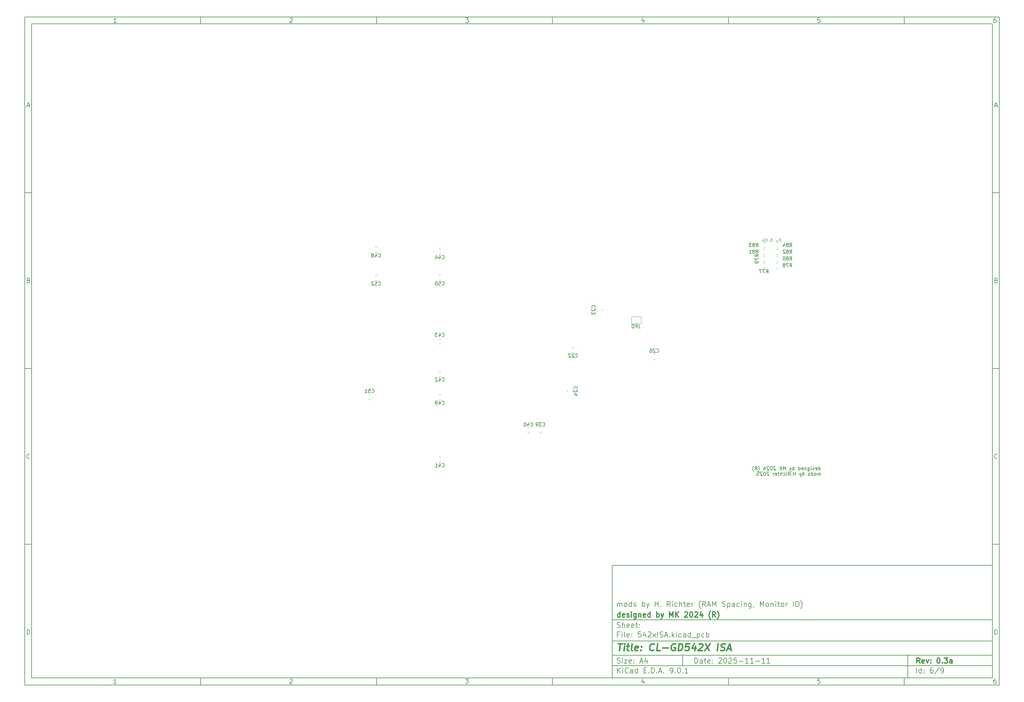
<source format=gbo>
%TF.GenerationSoftware,KiCad,Pcbnew,9.0.1*%
%TF.CreationDate,2025-11-11T13:16:59+01:00*%
%TF.ProjectId,542xISA,35343278-4953-4412-9e6b-696361645f70,0.3a*%
%TF.SameCoordinates,Original*%
%TF.FileFunction,Legend,Bot*%
%TF.FilePolarity,Positive*%
%FSLAX46Y46*%
G04 Gerber Fmt 4.6, Leading zero omitted, Abs format (unit mm)*
G04 Created by KiCad (PCBNEW 9.0.1) date 2025-11-11 13:16:59*
%MOMM*%
%LPD*%
G01*
G04 APERTURE LIST*
%ADD10C,0.100000*%
%ADD11C,0.150000*%
%ADD12C,0.300000*%
%ADD13C,0.400000*%
%ADD14C,0.120000*%
G04 APERTURE END LIST*
D10*
D11*
X177002200Y-166007200D02*
X285002200Y-166007200D01*
X285002200Y-198007200D01*
X177002200Y-198007200D01*
X177002200Y-166007200D01*
D10*
D11*
X10000000Y-10000000D02*
X287002200Y-10000000D01*
X287002200Y-200007200D01*
X10000000Y-200007200D01*
X10000000Y-10000000D01*
D10*
D11*
X12000000Y-12000000D02*
X285002200Y-12000000D01*
X285002200Y-198007200D01*
X12000000Y-198007200D01*
X12000000Y-12000000D01*
D10*
D11*
X60000000Y-12000000D02*
X60000000Y-10000000D01*
D10*
D11*
X110000000Y-12000000D02*
X110000000Y-10000000D01*
D10*
D11*
X160000000Y-12000000D02*
X160000000Y-10000000D01*
D10*
D11*
X210000000Y-12000000D02*
X210000000Y-10000000D01*
D10*
D11*
X260000000Y-12000000D02*
X260000000Y-10000000D01*
D10*
D11*
X36089160Y-11593604D02*
X35346303Y-11593604D01*
X35717731Y-11593604D02*
X35717731Y-10293604D01*
X35717731Y-10293604D02*
X35593922Y-10479319D01*
X35593922Y-10479319D02*
X35470112Y-10603128D01*
X35470112Y-10603128D02*
X35346303Y-10665033D01*
D10*
D11*
X85346303Y-10417414D02*
X85408207Y-10355509D01*
X85408207Y-10355509D02*
X85532017Y-10293604D01*
X85532017Y-10293604D02*
X85841541Y-10293604D01*
X85841541Y-10293604D02*
X85965350Y-10355509D01*
X85965350Y-10355509D02*
X86027255Y-10417414D01*
X86027255Y-10417414D02*
X86089160Y-10541223D01*
X86089160Y-10541223D02*
X86089160Y-10665033D01*
X86089160Y-10665033D02*
X86027255Y-10850747D01*
X86027255Y-10850747D02*
X85284398Y-11593604D01*
X85284398Y-11593604D02*
X86089160Y-11593604D01*
D10*
D11*
X135284398Y-10293604D02*
X136089160Y-10293604D01*
X136089160Y-10293604D02*
X135655826Y-10788842D01*
X135655826Y-10788842D02*
X135841541Y-10788842D01*
X135841541Y-10788842D02*
X135965350Y-10850747D01*
X135965350Y-10850747D02*
X136027255Y-10912652D01*
X136027255Y-10912652D02*
X136089160Y-11036461D01*
X136089160Y-11036461D02*
X136089160Y-11345985D01*
X136089160Y-11345985D02*
X136027255Y-11469795D01*
X136027255Y-11469795D02*
X135965350Y-11531700D01*
X135965350Y-11531700D02*
X135841541Y-11593604D01*
X135841541Y-11593604D02*
X135470112Y-11593604D01*
X135470112Y-11593604D02*
X135346303Y-11531700D01*
X135346303Y-11531700D02*
X135284398Y-11469795D01*
D10*
D11*
X185965350Y-10726938D02*
X185965350Y-11593604D01*
X185655826Y-10231700D02*
X185346303Y-11160271D01*
X185346303Y-11160271D02*
X186151064Y-11160271D01*
D10*
D11*
X236027255Y-10293604D02*
X235408207Y-10293604D01*
X235408207Y-10293604D02*
X235346303Y-10912652D01*
X235346303Y-10912652D02*
X235408207Y-10850747D01*
X235408207Y-10850747D02*
X235532017Y-10788842D01*
X235532017Y-10788842D02*
X235841541Y-10788842D01*
X235841541Y-10788842D02*
X235965350Y-10850747D01*
X235965350Y-10850747D02*
X236027255Y-10912652D01*
X236027255Y-10912652D02*
X236089160Y-11036461D01*
X236089160Y-11036461D02*
X236089160Y-11345985D01*
X236089160Y-11345985D02*
X236027255Y-11469795D01*
X236027255Y-11469795D02*
X235965350Y-11531700D01*
X235965350Y-11531700D02*
X235841541Y-11593604D01*
X235841541Y-11593604D02*
X235532017Y-11593604D01*
X235532017Y-11593604D02*
X235408207Y-11531700D01*
X235408207Y-11531700D02*
X235346303Y-11469795D01*
D10*
D11*
X285965350Y-10293604D02*
X285717731Y-10293604D01*
X285717731Y-10293604D02*
X285593922Y-10355509D01*
X285593922Y-10355509D02*
X285532017Y-10417414D01*
X285532017Y-10417414D02*
X285408207Y-10603128D01*
X285408207Y-10603128D02*
X285346303Y-10850747D01*
X285346303Y-10850747D02*
X285346303Y-11345985D01*
X285346303Y-11345985D02*
X285408207Y-11469795D01*
X285408207Y-11469795D02*
X285470112Y-11531700D01*
X285470112Y-11531700D02*
X285593922Y-11593604D01*
X285593922Y-11593604D02*
X285841541Y-11593604D01*
X285841541Y-11593604D02*
X285965350Y-11531700D01*
X285965350Y-11531700D02*
X286027255Y-11469795D01*
X286027255Y-11469795D02*
X286089160Y-11345985D01*
X286089160Y-11345985D02*
X286089160Y-11036461D01*
X286089160Y-11036461D02*
X286027255Y-10912652D01*
X286027255Y-10912652D02*
X285965350Y-10850747D01*
X285965350Y-10850747D02*
X285841541Y-10788842D01*
X285841541Y-10788842D02*
X285593922Y-10788842D01*
X285593922Y-10788842D02*
X285470112Y-10850747D01*
X285470112Y-10850747D02*
X285408207Y-10912652D01*
X285408207Y-10912652D02*
X285346303Y-11036461D01*
D10*
D11*
X60000000Y-198007200D02*
X60000000Y-200007200D01*
D10*
D11*
X110000000Y-198007200D02*
X110000000Y-200007200D01*
D10*
D11*
X160000000Y-198007200D02*
X160000000Y-200007200D01*
D10*
D11*
X210000000Y-198007200D02*
X210000000Y-200007200D01*
D10*
D11*
X260000000Y-198007200D02*
X260000000Y-200007200D01*
D10*
D11*
X36089160Y-199600804D02*
X35346303Y-199600804D01*
X35717731Y-199600804D02*
X35717731Y-198300804D01*
X35717731Y-198300804D02*
X35593922Y-198486519D01*
X35593922Y-198486519D02*
X35470112Y-198610328D01*
X35470112Y-198610328D02*
X35346303Y-198672233D01*
D10*
D11*
X85346303Y-198424614D02*
X85408207Y-198362709D01*
X85408207Y-198362709D02*
X85532017Y-198300804D01*
X85532017Y-198300804D02*
X85841541Y-198300804D01*
X85841541Y-198300804D02*
X85965350Y-198362709D01*
X85965350Y-198362709D02*
X86027255Y-198424614D01*
X86027255Y-198424614D02*
X86089160Y-198548423D01*
X86089160Y-198548423D02*
X86089160Y-198672233D01*
X86089160Y-198672233D02*
X86027255Y-198857947D01*
X86027255Y-198857947D02*
X85284398Y-199600804D01*
X85284398Y-199600804D02*
X86089160Y-199600804D01*
D10*
D11*
X135284398Y-198300804D02*
X136089160Y-198300804D01*
X136089160Y-198300804D02*
X135655826Y-198796042D01*
X135655826Y-198796042D02*
X135841541Y-198796042D01*
X135841541Y-198796042D02*
X135965350Y-198857947D01*
X135965350Y-198857947D02*
X136027255Y-198919852D01*
X136027255Y-198919852D02*
X136089160Y-199043661D01*
X136089160Y-199043661D02*
X136089160Y-199353185D01*
X136089160Y-199353185D02*
X136027255Y-199476995D01*
X136027255Y-199476995D02*
X135965350Y-199538900D01*
X135965350Y-199538900D02*
X135841541Y-199600804D01*
X135841541Y-199600804D02*
X135470112Y-199600804D01*
X135470112Y-199600804D02*
X135346303Y-199538900D01*
X135346303Y-199538900D02*
X135284398Y-199476995D01*
D10*
D11*
X185965350Y-198734138D02*
X185965350Y-199600804D01*
X185655826Y-198238900D02*
X185346303Y-199167471D01*
X185346303Y-199167471D02*
X186151064Y-199167471D01*
D10*
D11*
X236027255Y-198300804D02*
X235408207Y-198300804D01*
X235408207Y-198300804D02*
X235346303Y-198919852D01*
X235346303Y-198919852D02*
X235408207Y-198857947D01*
X235408207Y-198857947D02*
X235532017Y-198796042D01*
X235532017Y-198796042D02*
X235841541Y-198796042D01*
X235841541Y-198796042D02*
X235965350Y-198857947D01*
X235965350Y-198857947D02*
X236027255Y-198919852D01*
X236027255Y-198919852D02*
X236089160Y-199043661D01*
X236089160Y-199043661D02*
X236089160Y-199353185D01*
X236089160Y-199353185D02*
X236027255Y-199476995D01*
X236027255Y-199476995D02*
X235965350Y-199538900D01*
X235965350Y-199538900D02*
X235841541Y-199600804D01*
X235841541Y-199600804D02*
X235532017Y-199600804D01*
X235532017Y-199600804D02*
X235408207Y-199538900D01*
X235408207Y-199538900D02*
X235346303Y-199476995D01*
D10*
D11*
X285965350Y-198300804D02*
X285717731Y-198300804D01*
X285717731Y-198300804D02*
X285593922Y-198362709D01*
X285593922Y-198362709D02*
X285532017Y-198424614D01*
X285532017Y-198424614D02*
X285408207Y-198610328D01*
X285408207Y-198610328D02*
X285346303Y-198857947D01*
X285346303Y-198857947D02*
X285346303Y-199353185D01*
X285346303Y-199353185D02*
X285408207Y-199476995D01*
X285408207Y-199476995D02*
X285470112Y-199538900D01*
X285470112Y-199538900D02*
X285593922Y-199600804D01*
X285593922Y-199600804D02*
X285841541Y-199600804D01*
X285841541Y-199600804D02*
X285965350Y-199538900D01*
X285965350Y-199538900D02*
X286027255Y-199476995D01*
X286027255Y-199476995D02*
X286089160Y-199353185D01*
X286089160Y-199353185D02*
X286089160Y-199043661D01*
X286089160Y-199043661D02*
X286027255Y-198919852D01*
X286027255Y-198919852D02*
X285965350Y-198857947D01*
X285965350Y-198857947D02*
X285841541Y-198796042D01*
X285841541Y-198796042D02*
X285593922Y-198796042D01*
X285593922Y-198796042D02*
X285470112Y-198857947D01*
X285470112Y-198857947D02*
X285408207Y-198919852D01*
X285408207Y-198919852D02*
X285346303Y-199043661D01*
D10*
D11*
X10000000Y-60000000D02*
X12000000Y-60000000D01*
D10*
D11*
X10000000Y-110000000D02*
X12000000Y-110000000D01*
D10*
D11*
X10000000Y-160000000D02*
X12000000Y-160000000D01*
D10*
D11*
X10690476Y-35222176D02*
X11309523Y-35222176D01*
X10566666Y-35593604D02*
X10999999Y-34293604D01*
X10999999Y-34293604D02*
X11433333Y-35593604D01*
D10*
D11*
X11092857Y-84912652D02*
X11278571Y-84974557D01*
X11278571Y-84974557D02*
X11340476Y-85036461D01*
X11340476Y-85036461D02*
X11402380Y-85160271D01*
X11402380Y-85160271D02*
X11402380Y-85345985D01*
X11402380Y-85345985D02*
X11340476Y-85469795D01*
X11340476Y-85469795D02*
X11278571Y-85531700D01*
X11278571Y-85531700D02*
X11154761Y-85593604D01*
X11154761Y-85593604D02*
X10659523Y-85593604D01*
X10659523Y-85593604D02*
X10659523Y-84293604D01*
X10659523Y-84293604D02*
X11092857Y-84293604D01*
X11092857Y-84293604D02*
X11216666Y-84355509D01*
X11216666Y-84355509D02*
X11278571Y-84417414D01*
X11278571Y-84417414D02*
X11340476Y-84541223D01*
X11340476Y-84541223D02*
X11340476Y-84665033D01*
X11340476Y-84665033D02*
X11278571Y-84788842D01*
X11278571Y-84788842D02*
X11216666Y-84850747D01*
X11216666Y-84850747D02*
X11092857Y-84912652D01*
X11092857Y-84912652D02*
X10659523Y-84912652D01*
D10*
D11*
X11402380Y-135469795D02*
X11340476Y-135531700D01*
X11340476Y-135531700D02*
X11154761Y-135593604D01*
X11154761Y-135593604D02*
X11030952Y-135593604D01*
X11030952Y-135593604D02*
X10845238Y-135531700D01*
X10845238Y-135531700D02*
X10721428Y-135407890D01*
X10721428Y-135407890D02*
X10659523Y-135284080D01*
X10659523Y-135284080D02*
X10597619Y-135036461D01*
X10597619Y-135036461D02*
X10597619Y-134850747D01*
X10597619Y-134850747D02*
X10659523Y-134603128D01*
X10659523Y-134603128D02*
X10721428Y-134479319D01*
X10721428Y-134479319D02*
X10845238Y-134355509D01*
X10845238Y-134355509D02*
X11030952Y-134293604D01*
X11030952Y-134293604D02*
X11154761Y-134293604D01*
X11154761Y-134293604D02*
X11340476Y-134355509D01*
X11340476Y-134355509D02*
X11402380Y-134417414D01*
D10*
D11*
X10659523Y-185593604D02*
X10659523Y-184293604D01*
X10659523Y-184293604D02*
X10969047Y-184293604D01*
X10969047Y-184293604D02*
X11154761Y-184355509D01*
X11154761Y-184355509D02*
X11278571Y-184479319D01*
X11278571Y-184479319D02*
X11340476Y-184603128D01*
X11340476Y-184603128D02*
X11402380Y-184850747D01*
X11402380Y-184850747D02*
X11402380Y-185036461D01*
X11402380Y-185036461D02*
X11340476Y-185284080D01*
X11340476Y-185284080D02*
X11278571Y-185407890D01*
X11278571Y-185407890D02*
X11154761Y-185531700D01*
X11154761Y-185531700D02*
X10969047Y-185593604D01*
X10969047Y-185593604D02*
X10659523Y-185593604D01*
D10*
D11*
X287002200Y-60000000D02*
X285002200Y-60000000D01*
D10*
D11*
X287002200Y-110000000D02*
X285002200Y-110000000D01*
D10*
D11*
X287002200Y-160000000D02*
X285002200Y-160000000D01*
D10*
D11*
X285692676Y-35222176D02*
X286311723Y-35222176D01*
X285568866Y-35593604D02*
X286002199Y-34293604D01*
X286002199Y-34293604D02*
X286435533Y-35593604D01*
D10*
D11*
X286095057Y-84912652D02*
X286280771Y-84974557D01*
X286280771Y-84974557D02*
X286342676Y-85036461D01*
X286342676Y-85036461D02*
X286404580Y-85160271D01*
X286404580Y-85160271D02*
X286404580Y-85345985D01*
X286404580Y-85345985D02*
X286342676Y-85469795D01*
X286342676Y-85469795D02*
X286280771Y-85531700D01*
X286280771Y-85531700D02*
X286156961Y-85593604D01*
X286156961Y-85593604D02*
X285661723Y-85593604D01*
X285661723Y-85593604D02*
X285661723Y-84293604D01*
X285661723Y-84293604D02*
X286095057Y-84293604D01*
X286095057Y-84293604D02*
X286218866Y-84355509D01*
X286218866Y-84355509D02*
X286280771Y-84417414D01*
X286280771Y-84417414D02*
X286342676Y-84541223D01*
X286342676Y-84541223D02*
X286342676Y-84665033D01*
X286342676Y-84665033D02*
X286280771Y-84788842D01*
X286280771Y-84788842D02*
X286218866Y-84850747D01*
X286218866Y-84850747D02*
X286095057Y-84912652D01*
X286095057Y-84912652D02*
X285661723Y-84912652D01*
D10*
D11*
X286404580Y-135469795D02*
X286342676Y-135531700D01*
X286342676Y-135531700D02*
X286156961Y-135593604D01*
X286156961Y-135593604D02*
X286033152Y-135593604D01*
X286033152Y-135593604D02*
X285847438Y-135531700D01*
X285847438Y-135531700D02*
X285723628Y-135407890D01*
X285723628Y-135407890D02*
X285661723Y-135284080D01*
X285661723Y-135284080D02*
X285599819Y-135036461D01*
X285599819Y-135036461D02*
X285599819Y-134850747D01*
X285599819Y-134850747D02*
X285661723Y-134603128D01*
X285661723Y-134603128D02*
X285723628Y-134479319D01*
X285723628Y-134479319D02*
X285847438Y-134355509D01*
X285847438Y-134355509D02*
X286033152Y-134293604D01*
X286033152Y-134293604D02*
X286156961Y-134293604D01*
X286156961Y-134293604D02*
X286342676Y-134355509D01*
X286342676Y-134355509D02*
X286404580Y-134417414D01*
D10*
D11*
X285661723Y-185593604D02*
X285661723Y-184293604D01*
X285661723Y-184293604D02*
X285971247Y-184293604D01*
X285971247Y-184293604D02*
X286156961Y-184355509D01*
X286156961Y-184355509D02*
X286280771Y-184479319D01*
X286280771Y-184479319D02*
X286342676Y-184603128D01*
X286342676Y-184603128D02*
X286404580Y-184850747D01*
X286404580Y-184850747D02*
X286404580Y-185036461D01*
X286404580Y-185036461D02*
X286342676Y-185284080D01*
X286342676Y-185284080D02*
X286280771Y-185407890D01*
X286280771Y-185407890D02*
X286156961Y-185531700D01*
X286156961Y-185531700D02*
X285971247Y-185593604D01*
X285971247Y-185593604D02*
X285661723Y-185593604D01*
D10*
D11*
X200458026Y-193793328D02*
X200458026Y-192293328D01*
X200458026Y-192293328D02*
X200815169Y-192293328D01*
X200815169Y-192293328D02*
X201029455Y-192364757D01*
X201029455Y-192364757D02*
X201172312Y-192507614D01*
X201172312Y-192507614D02*
X201243741Y-192650471D01*
X201243741Y-192650471D02*
X201315169Y-192936185D01*
X201315169Y-192936185D02*
X201315169Y-193150471D01*
X201315169Y-193150471D02*
X201243741Y-193436185D01*
X201243741Y-193436185D02*
X201172312Y-193579042D01*
X201172312Y-193579042D02*
X201029455Y-193721900D01*
X201029455Y-193721900D02*
X200815169Y-193793328D01*
X200815169Y-193793328D02*
X200458026Y-193793328D01*
X202600884Y-193793328D02*
X202600884Y-193007614D01*
X202600884Y-193007614D02*
X202529455Y-192864757D01*
X202529455Y-192864757D02*
X202386598Y-192793328D01*
X202386598Y-192793328D02*
X202100884Y-192793328D01*
X202100884Y-192793328D02*
X201958026Y-192864757D01*
X202600884Y-193721900D02*
X202458026Y-193793328D01*
X202458026Y-193793328D02*
X202100884Y-193793328D01*
X202100884Y-193793328D02*
X201958026Y-193721900D01*
X201958026Y-193721900D02*
X201886598Y-193579042D01*
X201886598Y-193579042D02*
X201886598Y-193436185D01*
X201886598Y-193436185D02*
X201958026Y-193293328D01*
X201958026Y-193293328D02*
X202100884Y-193221900D01*
X202100884Y-193221900D02*
X202458026Y-193221900D01*
X202458026Y-193221900D02*
X202600884Y-193150471D01*
X203100884Y-192793328D02*
X203672312Y-192793328D01*
X203315169Y-192293328D02*
X203315169Y-193579042D01*
X203315169Y-193579042D02*
X203386598Y-193721900D01*
X203386598Y-193721900D02*
X203529455Y-193793328D01*
X203529455Y-193793328D02*
X203672312Y-193793328D01*
X204743741Y-193721900D02*
X204600884Y-193793328D01*
X204600884Y-193793328D02*
X204315170Y-193793328D01*
X204315170Y-193793328D02*
X204172312Y-193721900D01*
X204172312Y-193721900D02*
X204100884Y-193579042D01*
X204100884Y-193579042D02*
X204100884Y-193007614D01*
X204100884Y-193007614D02*
X204172312Y-192864757D01*
X204172312Y-192864757D02*
X204315170Y-192793328D01*
X204315170Y-192793328D02*
X204600884Y-192793328D01*
X204600884Y-192793328D02*
X204743741Y-192864757D01*
X204743741Y-192864757D02*
X204815170Y-193007614D01*
X204815170Y-193007614D02*
X204815170Y-193150471D01*
X204815170Y-193150471D02*
X204100884Y-193293328D01*
X205458026Y-193650471D02*
X205529455Y-193721900D01*
X205529455Y-193721900D02*
X205458026Y-193793328D01*
X205458026Y-193793328D02*
X205386598Y-193721900D01*
X205386598Y-193721900D02*
X205458026Y-193650471D01*
X205458026Y-193650471D02*
X205458026Y-193793328D01*
X205458026Y-192864757D02*
X205529455Y-192936185D01*
X205529455Y-192936185D02*
X205458026Y-193007614D01*
X205458026Y-193007614D02*
X205386598Y-192936185D01*
X205386598Y-192936185D02*
X205458026Y-192864757D01*
X205458026Y-192864757D02*
X205458026Y-193007614D01*
X207243741Y-192436185D02*
X207315169Y-192364757D01*
X207315169Y-192364757D02*
X207458027Y-192293328D01*
X207458027Y-192293328D02*
X207815169Y-192293328D01*
X207815169Y-192293328D02*
X207958027Y-192364757D01*
X207958027Y-192364757D02*
X208029455Y-192436185D01*
X208029455Y-192436185D02*
X208100884Y-192579042D01*
X208100884Y-192579042D02*
X208100884Y-192721900D01*
X208100884Y-192721900D02*
X208029455Y-192936185D01*
X208029455Y-192936185D02*
X207172312Y-193793328D01*
X207172312Y-193793328D02*
X208100884Y-193793328D01*
X209029455Y-192293328D02*
X209172312Y-192293328D01*
X209172312Y-192293328D02*
X209315169Y-192364757D01*
X209315169Y-192364757D02*
X209386598Y-192436185D01*
X209386598Y-192436185D02*
X209458026Y-192579042D01*
X209458026Y-192579042D02*
X209529455Y-192864757D01*
X209529455Y-192864757D02*
X209529455Y-193221900D01*
X209529455Y-193221900D02*
X209458026Y-193507614D01*
X209458026Y-193507614D02*
X209386598Y-193650471D01*
X209386598Y-193650471D02*
X209315169Y-193721900D01*
X209315169Y-193721900D02*
X209172312Y-193793328D01*
X209172312Y-193793328D02*
X209029455Y-193793328D01*
X209029455Y-193793328D02*
X208886598Y-193721900D01*
X208886598Y-193721900D02*
X208815169Y-193650471D01*
X208815169Y-193650471D02*
X208743740Y-193507614D01*
X208743740Y-193507614D02*
X208672312Y-193221900D01*
X208672312Y-193221900D02*
X208672312Y-192864757D01*
X208672312Y-192864757D02*
X208743740Y-192579042D01*
X208743740Y-192579042D02*
X208815169Y-192436185D01*
X208815169Y-192436185D02*
X208886598Y-192364757D01*
X208886598Y-192364757D02*
X209029455Y-192293328D01*
X210100883Y-192436185D02*
X210172311Y-192364757D01*
X210172311Y-192364757D02*
X210315169Y-192293328D01*
X210315169Y-192293328D02*
X210672311Y-192293328D01*
X210672311Y-192293328D02*
X210815169Y-192364757D01*
X210815169Y-192364757D02*
X210886597Y-192436185D01*
X210886597Y-192436185D02*
X210958026Y-192579042D01*
X210958026Y-192579042D02*
X210958026Y-192721900D01*
X210958026Y-192721900D02*
X210886597Y-192936185D01*
X210886597Y-192936185D02*
X210029454Y-193793328D01*
X210029454Y-193793328D02*
X210958026Y-193793328D01*
X212315168Y-192293328D02*
X211600882Y-192293328D01*
X211600882Y-192293328D02*
X211529454Y-193007614D01*
X211529454Y-193007614D02*
X211600882Y-192936185D01*
X211600882Y-192936185D02*
X211743740Y-192864757D01*
X211743740Y-192864757D02*
X212100882Y-192864757D01*
X212100882Y-192864757D02*
X212243740Y-192936185D01*
X212243740Y-192936185D02*
X212315168Y-193007614D01*
X212315168Y-193007614D02*
X212386597Y-193150471D01*
X212386597Y-193150471D02*
X212386597Y-193507614D01*
X212386597Y-193507614D02*
X212315168Y-193650471D01*
X212315168Y-193650471D02*
X212243740Y-193721900D01*
X212243740Y-193721900D02*
X212100882Y-193793328D01*
X212100882Y-193793328D02*
X211743740Y-193793328D01*
X211743740Y-193793328D02*
X211600882Y-193721900D01*
X211600882Y-193721900D02*
X211529454Y-193650471D01*
X213029453Y-193221900D02*
X214172311Y-193221900D01*
X215672311Y-193793328D02*
X214815168Y-193793328D01*
X215243739Y-193793328D02*
X215243739Y-192293328D01*
X215243739Y-192293328D02*
X215100882Y-192507614D01*
X215100882Y-192507614D02*
X214958025Y-192650471D01*
X214958025Y-192650471D02*
X214815168Y-192721900D01*
X217100882Y-193793328D02*
X216243739Y-193793328D01*
X216672310Y-193793328D02*
X216672310Y-192293328D01*
X216672310Y-192293328D02*
X216529453Y-192507614D01*
X216529453Y-192507614D02*
X216386596Y-192650471D01*
X216386596Y-192650471D02*
X216243739Y-192721900D01*
X217743738Y-193221900D02*
X218886596Y-193221900D01*
X220386596Y-193793328D02*
X219529453Y-193793328D01*
X219958024Y-193793328D02*
X219958024Y-192293328D01*
X219958024Y-192293328D02*
X219815167Y-192507614D01*
X219815167Y-192507614D02*
X219672310Y-192650471D01*
X219672310Y-192650471D02*
X219529453Y-192721900D01*
X221815167Y-193793328D02*
X220958024Y-193793328D01*
X221386595Y-193793328D02*
X221386595Y-192293328D01*
X221386595Y-192293328D02*
X221243738Y-192507614D01*
X221243738Y-192507614D02*
X221100881Y-192650471D01*
X221100881Y-192650471D02*
X220958024Y-192721900D01*
D10*
D11*
X177002200Y-194507200D02*
X285002200Y-194507200D01*
D10*
D11*
X178458026Y-196593328D02*
X178458026Y-195093328D01*
X179315169Y-196593328D02*
X178672312Y-195736185D01*
X179315169Y-195093328D02*
X178458026Y-195950471D01*
X179958026Y-196593328D02*
X179958026Y-195593328D01*
X179958026Y-195093328D02*
X179886598Y-195164757D01*
X179886598Y-195164757D02*
X179958026Y-195236185D01*
X179958026Y-195236185D02*
X180029455Y-195164757D01*
X180029455Y-195164757D02*
X179958026Y-195093328D01*
X179958026Y-195093328D02*
X179958026Y-195236185D01*
X181529455Y-196450471D02*
X181458027Y-196521900D01*
X181458027Y-196521900D02*
X181243741Y-196593328D01*
X181243741Y-196593328D02*
X181100884Y-196593328D01*
X181100884Y-196593328D02*
X180886598Y-196521900D01*
X180886598Y-196521900D02*
X180743741Y-196379042D01*
X180743741Y-196379042D02*
X180672312Y-196236185D01*
X180672312Y-196236185D02*
X180600884Y-195950471D01*
X180600884Y-195950471D02*
X180600884Y-195736185D01*
X180600884Y-195736185D02*
X180672312Y-195450471D01*
X180672312Y-195450471D02*
X180743741Y-195307614D01*
X180743741Y-195307614D02*
X180886598Y-195164757D01*
X180886598Y-195164757D02*
X181100884Y-195093328D01*
X181100884Y-195093328D02*
X181243741Y-195093328D01*
X181243741Y-195093328D02*
X181458027Y-195164757D01*
X181458027Y-195164757D02*
X181529455Y-195236185D01*
X182815170Y-196593328D02*
X182815170Y-195807614D01*
X182815170Y-195807614D02*
X182743741Y-195664757D01*
X182743741Y-195664757D02*
X182600884Y-195593328D01*
X182600884Y-195593328D02*
X182315170Y-195593328D01*
X182315170Y-195593328D02*
X182172312Y-195664757D01*
X182815170Y-196521900D02*
X182672312Y-196593328D01*
X182672312Y-196593328D02*
X182315170Y-196593328D01*
X182315170Y-196593328D02*
X182172312Y-196521900D01*
X182172312Y-196521900D02*
X182100884Y-196379042D01*
X182100884Y-196379042D02*
X182100884Y-196236185D01*
X182100884Y-196236185D02*
X182172312Y-196093328D01*
X182172312Y-196093328D02*
X182315170Y-196021900D01*
X182315170Y-196021900D02*
X182672312Y-196021900D01*
X182672312Y-196021900D02*
X182815170Y-195950471D01*
X184172313Y-196593328D02*
X184172313Y-195093328D01*
X184172313Y-196521900D02*
X184029455Y-196593328D01*
X184029455Y-196593328D02*
X183743741Y-196593328D01*
X183743741Y-196593328D02*
X183600884Y-196521900D01*
X183600884Y-196521900D02*
X183529455Y-196450471D01*
X183529455Y-196450471D02*
X183458027Y-196307614D01*
X183458027Y-196307614D02*
X183458027Y-195879042D01*
X183458027Y-195879042D02*
X183529455Y-195736185D01*
X183529455Y-195736185D02*
X183600884Y-195664757D01*
X183600884Y-195664757D02*
X183743741Y-195593328D01*
X183743741Y-195593328D02*
X184029455Y-195593328D01*
X184029455Y-195593328D02*
X184172313Y-195664757D01*
X186029455Y-195807614D02*
X186529455Y-195807614D01*
X186743741Y-196593328D02*
X186029455Y-196593328D01*
X186029455Y-196593328D02*
X186029455Y-195093328D01*
X186029455Y-195093328D02*
X186743741Y-195093328D01*
X187386598Y-196450471D02*
X187458027Y-196521900D01*
X187458027Y-196521900D02*
X187386598Y-196593328D01*
X187386598Y-196593328D02*
X187315170Y-196521900D01*
X187315170Y-196521900D02*
X187386598Y-196450471D01*
X187386598Y-196450471D02*
X187386598Y-196593328D01*
X188100884Y-196593328D02*
X188100884Y-195093328D01*
X188100884Y-195093328D02*
X188458027Y-195093328D01*
X188458027Y-195093328D02*
X188672313Y-195164757D01*
X188672313Y-195164757D02*
X188815170Y-195307614D01*
X188815170Y-195307614D02*
X188886599Y-195450471D01*
X188886599Y-195450471D02*
X188958027Y-195736185D01*
X188958027Y-195736185D02*
X188958027Y-195950471D01*
X188958027Y-195950471D02*
X188886599Y-196236185D01*
X188886599Y-196236185D02*
X188815170Y-196379042D01*
X188815170Y-196379042D02*
X188672313Y-196521900D01*
X188672313Y-196521900D02*
X188458027Y-196593328D01*
X188458027Y-196593328D02*
X188100884Y-196593328D01*
X189600884Y-196450471D02*
X189672313Y-196521900D01*
X189672313Y-196521900D02*
X189600884Y-196593328D01*
X189600884Y-196593328D02*
X189529456Y-196521900D01*
X189529456Y-196521900D02*
X189600884Y-196450471D01*
X189600884Y-196450471D02*
X189600884Y-196593328D01*
X190243742Y-196164757D02*
X190958028Y-196164757D01*
X190100885Y-196593328D02*
X190600885Y-195093328D01*
X190600885Y-195093328D02*
X191100885Y-196593328D01*
X191600884Y-196450471D02*
X191672313Y-196521900D01*
X191672313Y-196521900D02*
X191600884Y-196593328D01*
X191600884Y-196593328D02*
X191529456Y-196521900D01*
X191529456Y-196521900D02*
X191600884Y-196450471D01*
X191600884Y-196450471D02*
X191600884Y-196593328D01*
X193529456Y-196593328D02*
X193815170Y-196593328D01*
X193815170Y-196593328D02*
X193958027Y-196521900D01*
X193958027Y-196521900D02*
X194029456Y-196450471D01*
X194029456Y-196450471D02*
X194172313Y-196236185D01*
X194172313Y-196236185D02*
X194243742Y-195950471D01*
X194243742Y-195950471D02*
X194243742Y-195379042D01*
X194243742Y-195379042D02*
X194172313Y-195236185D01*
X194172313Y-195236185D02*
X194100885Y-195164757D01*
X194100885Y-195164757D02*
X193958027Y-195093328D01*
X193958027Y-195093328D02*
X193672313Y-195093328D01*
X193672313Y-195093328D02*
X193529456Y-195164757D01*
X193529456Y-195164757D02*
X193458027Y-195236185D01*
X193458027Y-195236185D02*
X193386599Y-195379042D01*
X193386599Y-195379042D02*
X193386599Y-195736185D01*
X193386599Y-195736185D02*
X193458027Y-195879042D01*
X193458027Y-195879042D02*
X193529456Y-195950471D01*
X193529456Y-195950471D02*
X193672313Y-196021900D01*
X193672313Y-196021900D02*
X193958027Y-196021900D01*
X193958027Y-196021900D02*
X194100885Y-195950471D01*
X194100885Y-195950471D02*
X194172313Y-195879042D01*
X194172313Y-195879042D02*
X194243742Y-195736185D01*
X194886598Y-196450471D02*
X194958027Y-196521900D01*
X194958027Y-196521900D02*
X194886598Y-196593328D01*
X194886598Y-196593328D02*
X194815170Y-196521900D01*
X194815170Y-196521900D02*
X194886598Y-196450471D01*
X194886598Y-196450471D02*
X194886598Y-196593328D01*
X195886599Y-195093328D02*
X196029456Y-195093328D01*
X196029456Y-195093328D02*
X196172313Y-195164757D01*
X196172313Y-195164757D02*
X196243742Y-195236185D01*
X196243742Y-195236185D02*
X196315170Y-195379042D01*
X196315170Y-195379042D02*
X196386599Y-195664757D01*
X196386599Y-195664757D02*
X196386599Y-196021900D01*
X196386599Y-196021900D02*
X196315170Y-196307614D01*
X196315170Y-196307614D02*
X196243742Y-196450471D01*
X196243742Y-196450471D02*
X196172313Y-196521900D01*
X196172313Y-196521900D02*
X196029456Y-196593328D01*
X196029456Y-196593328D02*
X195886599Y-196593328D01*
X195886599Y-196593328D02*
X195743742Y-196521900D01*
X195743742Y-196521900D02*
X195672313Y-196450471D01*
X195672313Y-196450471D02*
X195600884Y-196307614D01*
X195600884Y-196307614D02*
X195529456Y-196021900D01*
X195529456Y-196021900D02*
X195529456Y-195664757D01*
X195529456Y-195664757D02*
X195600884Y-195379042D01*
X195600884Y-195379042D02*
X195672313Y-195236185D01*
X195672313Y-195236185D02*
X195743742Y-195164757D01*
X195743742Y-195164757D02*
X195886599Y-195093328D01*
X197029455Y-196450471D02*
X197100884Y-196521900D01*
X197100884Y-196521900D02*
X197029455Y-196593328D01*
X197029455Y-196593328D02*
X196958027Y-196521900D01*
X196958027Y-196521900D02*
X197029455Y-196450471D01*
X197029455Y-196450471D02*
X197029455Y-196593328D01*
X198529456Y-196593328D02*
X197672313Y-196593328D01*
X198100884Y-196593328D02*
X198100884Y-195093328D01*
X198100884Y-195093328D02*
X197958027Y-195307614D01*
X197958027Y-195307614D02*
X197815170Y-195450471D01*
X197815170Y-195450471D02*
X197672313Y-195521900D01*
D10*
D11*
X177002200Y-191507200D02*
X285002200Y-191507200D01*
D10*
D12*
X264413853Y-193785528D02*
X263913853Y-193071242D01*
X263556710Y-193785528D02*
X263556710Y-192285528D01*
X263556710Y-192285528D02*
X264128139Y-192285528D01*
X264128139Y-192285528D02*
X264270996Y-192356957D01*
X264270996Y-192356957D02*
X264342425Y-192428385D01*
X264342425Y-192428385D02*
X264413853Y-192571242D01*
X264413853Y-192571242D02*
X264413853Y-192785528D01*
X264413853Y-192785528D02*
X264342425Y-192928385D01*
X264342425Y-192928385D02*
X264270996Y-192999814D01*
X264270996Y-192999814D02*
X264128139Y-193071242D01*
X264128139Y-193071242D02*
X263556710Y-193071242D01*
X265628139Y-193714100D02*
X265485282Y-193785528D01*
X265485282Y-193785528D02*
X265199568Y-193785528D01*
X265199568Y-193785528D02*
X265056710Y-193714100D01*
X265056710Y-193714100D02*
X264985282Y-193571242D01*
X264985282Y-193571242D02*
X264985282Y-192999814D01*
X264985282Y-192999814D02*
X265056710Y-192856957D01*
X265056710Y-192856957D02*
X265199568Y-192785528D01*
X265199568Y-192785528D02*
X265485282Y-192785528D01*
X265485282Y-192785528D02*
X265628139Y-192856957D01*
X265628139Y-192856957D02*
X265699568Y-192999814D01*
X265699568Y-192999814D02*
X265699568Y-193142671D01*
X265699568Y-193142671D02*
X264985282Y-193285528D01*
X266199567Y-192785528D02*
X266556710Y-193785528D01*
X266556710Y-193785528D02*
X266913853Y-192785528D01*
X267485281Y-193642671D02*
X267556710Y-193714100D01*
X267556710Y-193714100D02*
X267485281Y-193785528D01*
X267485281Y-193785528D02*
X267413853Y-193714100D01*
X267413853Y-193714100D02*
X267485281Y-193642671D01*
X267485281Y-193642671D02*
X267485281Y-193785528D01*
X267485281Y-192856957D02*
X267556710Y-192928385D01*
X267556710Y-192928385D02*
X267485281Y-192999814D01*
X267485281Y-192999814D02*
X267413853Y-192928385D01*
X267413853Y-192928385D02*
X267485281Y-192856957D01*
X267485281Y-192856957D02*
X267485281Y-192999814D01*
X269628139Y-192285528D02*
X269770996Y-192285528D01*
X269770996Y-192285528D02*
X269913853Y-192356957D01*
X269913853Y-192356957D02*
X269985282Y-192428385D01*
X269985282Y-192428385D02*
X270056710Y-192571242D01*
X270056710Y-192571242D02*
X270128139Y-192856957D01*
X270128139Y-192856957D02*
X270128139Y-193214100D01*
X270128139Y-193214100D02*
X270056710Y-193499814D01*
X270056710Y-193499814D02*
X269985282Y-193642671D01*
X269985282Y-193642671D02*
X269913853Y-193714100D01*
X269913853Y-193714100D02*
X269770996Y-193785528D01*
X269770996Y-193785528D02*
X269628139Y-193785528D01*
X269628139Y-193785528D02*
X269485282Y-193714100D01*
X269485282Y-193714100D02*
X269413853Y-193642671D01*
X269413853Y-193642671D02*
X269342424Y-193499814D01*
X269342424Y-193499814D02*
X269270996Y-193214100D01*
X269270996Y-193214100D02*
X269270996Y-192856957D01*
X269270996Y-192856957D02*
X269342424Y-192571242D01*
X269342424Y-192571242D02*
X269413853Y-192428385D01*
X269413853Y-192428385D02*
X269485282Y-192356957D01*
X269485282Y-192356957D02*
X269628139Y-192285528D01*
X270770995Y-193642671D02*
X270842424Y-193714100D01*
X270842424Y-193714100D02*
X270770995Y-193785528D01*
X270770995Y-193785528D02*
X270699567Y-193714100D01*
X270699567Y-193714100D02*
X270770995Y-193642671D01*
X270770995Y-193642671D02*
X270770995Y-193785528D01*
X271342424Y-192285528D02*
X272270996Y-192285528D01*
X272270996Y-192285528D02*
X271770996Y-192856957D01*
X271770996Y-192856957D02*
X271985281Y-192856957D01*
X271985281Y-192856957D02*
X272128139Y-192928385D01*
X272128139Y-192928385D02*
X272199567Y-192999814D01*
X272199567Y-192999814D02*
X272270996Y-193142671D01*
X272270996Y-193142671D02*
X272270996Y-193499814D01*
X272270996Y-193499814D02*
X272199567Y-193642671D01*
X272199567Y-193642671D02*
X272128139Y-193714100D01*
X272128139Y-193714100D02*
X271985281Y-193785528D01*
X271985281Y-193785528D02*
X271556710Y-193785528D01*
X271556710Y-193785528D02*
X271413853Y-193714100D01*
X271413853Y-193714100D02*
X271342424Y-193642671D01*
X273556710Y-193785528D02*
X273556710Y-192999814D01*
X273556710Y-192999814D02*
X273485281Y-192856957D01*
X273485281Y-192856957D02*
X273342424Y-192785528D01*
X273342424Y-192785528D02*
X273056710Y-192785528D01*
X273056710Y-192785528D02*
X272913852Y-192856957D01*
X273556710Y-193714100D02*
X273413852Y-193785528D01*
X273413852Y-193785528D02*
X273056710Y-193785528D01*
X273056710Y-193785528D02*
X272913852Y-193714100D01*
X272913852Y-193714100D02*
X272842424Y-193571242D01*
X272842424Y-193571242D02*
X272842424Y-193428385D01*
X272842424Y-193428385D02*
X272913852Y-193285528D01*
X272913852Y-193285528D02*
X273056710Y-193214100D01*
X273056710Y-193214100D02*
X273413852Y-193214100D01*
X273413852Y-193214100D02*
X273556710Y-193142671D01*
D10*
D11*
X178386598Y-193721900D02*
X178600884Y-193793328D01*
X178600884Y-193793328D02*
X178958026Y-193793328D01*
X178958026Y-193793328D02*
X179100884Y-193721900D01*
X179100884Y-193721900D02*
X179172312Y-193650471D01*
X179172312Y-193650471D02*
X179243741Y-193507614D01*
X179243741Y-193507614D02*
X179243741Y-193364757D01*
X179243741Y-193364757D02*
X179172312Y-193221900D01*
X179172312Y-193221900D02*
X179100884Y-193150471D01*
X179100884Y-193150471D02*
X178958026Y-193079042D01*
X178958026Y-193079042D02*
X178672312Y-193007614D01*
X178672312Y-193007614D02*
X178529455Y-192936185D01*
X178529455Y-192936185D02*
X178458026Y-192864757D01*
X178458026Y-192864757D02*
X178386598Y-192721900D01*
X178386598Y-192721900D02*
X178386598Y-192579042D01*
X178386598Y-192579042D02*
X178458026Y-192436185D01*
X178458026Y-192436185D02*
X178529455Y-192364757D01*
X178529455Y-192364757D02*
X178672312Y-192293328D01*
X178672312Y-192293328D02*
X179029455Y-192293328D01*
X179029455Y-192293328D02*
X179243741Y-192364757D01*
X179886597Y-193793328D02*
X179886597Y-192793328D01*
X179886597Y-192293328D02*
X179815169Y-192364757D01*
X179815169Y-192364757D02*
X179886597Y-192436185D01*
X179886597Y-192436185D02*
X179958026Y-192364757D01*
X179958026Y-192364757D02*
X179886597Y-192293328D01*
X179886597Y-192293328D02*
X179886597Y-192436185D01*
X180458026Y-192793328D02*
X181243741Y-192793328D01*
X181243741Y-192793328D02*
X180458026Y-193793328D01*
X180458026Y-193793328D02*
X181243741Y-193793328D01*
X182386598Y-193721900D02*
X182243741Y-193793328D01*
X182243741Y-193793328D02*
X181958027Y-193793328D01*
X181958027Y-193793328D02*
X181815169Y-193721900D01*
X181815169Y-193721900D02*
X181743741Y-193579042D01*
X181743741Y-193579042D02*
X181743741Y-193007614D01*
X181743741Y-193007614D02*
X181815169Y-192864757D01*
X181815169Y-192864757D02*
X181958027Y-192793328D01*
X181958027Y-192793328D02*
X182243741Y-192793328D01*
X182243741Y-192793328D02*
X182386598Y-192864757D01*
X182386598Y-192864757D02*
X182458027Y-193007614D01*
X182458027Y-193007614D02*
X182458027Y-193150471D01*
X182458027Y-193150471D02*
X181743741Y-193293328D01*
X183100883Y-193650471D02*
X183172312Y-193721900D01*
X183172312Y-193721900D02*
X183100883Y-193793328D01*
X183100883Y-193793328D02*
X183029455Y-193721900D01*
X183029455Y-193721900D02*
X183100883Y-193650471D01*
X183100883Y-193650471D02*
X183100883Y-193793328D01*
X183100883Y-192864757D02*
X183172312Y-192936185D01*
X183172312Y-192936185D02*
X183100883Y-193007614D01*
X183100883Y-193007614D02*
X183029455Y-192936185D01*
X183029455Y-192936185D02*
X183100883Y-192864757D01*
X183100883Y-192864757D02*
X183100883Y-193007614D01*
X184886598Y-193364757D02*
X185600884Y-193364757D01*
X184743741Y-193793328D02*
X185243741Y-192293328D01*
X185243741Y-192293328D02*
X185743741Y-193793328D01*
X186886598Y-192793328D02*
X186886598Y-193793328D01*
X186529455Y-192221900D02*
X186172312Y-193293328D01*
X186172312Y-193293328D02*
X187100883Y-193293328D01*
D10*
D11*
X263458026Y-196593328D02*
X263458026Y-195093328D01*
X264815170Y-196593328D02*
X264815170Y-195093328D01*
X264815170Y-196521900D02*
X264672312Y-196593328D01*
X264672312Y-196593328D02*
X264386598Y-196593328D01*
X264386598Y-196593328D02*
X264243741Y-196521900D01*
X264243741Y-196521900D02*
X264172312Y-196450471D01*
X264172312Y-196450471D02*
X264100884Y-196307614D01*
X264100884Y-196307614D02*
X264100884Y-195879042D01*
X264100884Y-195879042D02*
X264172312Y-195736185D01*
X264172312Y-195736185D02*
X264243741Y-195664757D01*
X264243741Y-195664757D02*
X264386598Y-195593328D01*
X264386598Y-195593328D02*
X264672312Y-195593328D01*
X264672312Y-195593328D02*
X264815170Y-195664757D01*
X265529455Y-196450471D02*
X265600884Y-196521900D01*
X265600884Y-196521900D02*
X265529455Y-196593328D01*
X265529455Y-196593328D02*
X265458027Y-196521900D01*
X265458027Y-196521900D02*
X265529455Y-196450471D01*
X265529455Y-196450471D02*
X265529455Y-196593328D01*
X265529455Y-195664757D02*
X265600884Y-195736185D01*
X265600884Y-195736185D02*
X265529455Y-195807614D01*
X265529455Y-195807614D02*
X265458027Y-195736185D01*
X265458027Y-195736185D02*
X265529455Y-195664757D01*
X265529455Y-195664757D02*
X265529455Y-195807614D01*
X268029456Y-195093328D02*
X267743741Y-195093328D01*
X267743741Y-195093328D02*
X267600884Y-195164757D01*
X267600884Y-195164757D02*
X267529456Y-195236185D01*
X267529456Y-195236185D02*
X267386598Y-195450471D01*
X267386598Y-195450471D02*
X267315170Y-195736185D01*
X267315170Y-195736185D02*
X267315170Y-196307614D01*
X267315170Y-196307614D02*
X267386598Y-196450471D01*
X267386598Y-196450471D02*
X267458027Y-196521900D01*
X267458027Y-196521900D02*
X267600884Y-196593328D01*
X267600884Y-196593328D02*
X267886598Y-196593328D01*
X267886598Y-196593328D02*
X268029456Y-196521900D01*
X268029456Y-196521900D02*
X268100884Y-196450471D01*
X268100884Y-196450471D02*
X268172313Y-196307614D01*
X268172313Y-196307614D02*
X268172313Y-195950471D01*
X268172313Y-195950471D02*
X268100884Y-195807614D01*
X268100884Y-195807614D02*
X268029456Y-195736185D01*
X268029456Y-195736185D02*
X267886598Y-195664757D01*
X267886598Y-195664757D02*
X267600884Y-195664757D01*
X267600884Y-195664757D02*
X267458027Y-195736185D01*
X267458027Y-195736185D02*
X267386598Y-195807614D01*
X267386598Y-195807614D02*
X267315170Y-195950471D01*
X269886598Y-195021900D02*
X268600884Y-196950471D01*
X270458027Y-196593328D02*
X270743741Y-196593328D01*
X270743741Y-196593328D02*
X270886598Y-196521900D01*
X270886598Y-196521900D02*
X270958027Y-196450471D01*
X270958027Y-196450471D02*
X271100884Y-196236185D01*
X271100884Y-196236185D02*
X271172313Y-195950471D01*
X271172313Y-195950471D02*
X271172313Y-195379042D01*
X271172313Y-195379042D02*
X271100884Y-195236185D01*
X271100884Y-195236185D02*
X271029456Y-195164757D01*
X271029456Y-195164757D02*
X270886598Y-195093328D01*
X270886598Y-195093328D02*
X270600884Y-195093328D01*
X270600884Y-195093328D02*
X270458027Y-195164757D01*
X270458027Y-195164757D02*
X270386598Y-195236185D01*
X270386598Y-195236185D02*
X270315170Y-195379042D01*
X270315170Y-195379042D02*
X270315170Y-195736185D01*
X270315170Y-195736185D02*
X270386598Y-195879042D01*
X270386598Y-195879042D02*
X270458027Y-195950471D01*
X270458027Y-195950471D02*
X270600884Y-196021900D01*
X270600884Y-196021900D02*
X270886598Y-196021900D01*
X270886598Y-196021900D02*
X271029456Y-195950471D01*
X271029456Y-195950471D02*
X271100884Y-195879042D01*
X271100884Y-195879042D02*
X271172313Y-195736185D01*
D10*
D11*
X177002200Y-187507200D02*
X285002200Y-187507200D01*
D10*
D13*
X178693928Y-188211638D02*
X179836785Y-188211638D01*
X179015357Y-190211638D02*
X179265357Y-188211638D01*
X180253452Y-190211638D02*
X180420119Y-188878304D01*
X180503452Y-188211638D02*
X180396309Y-188306876D01*
X180396309Y-188306876D02*
X180479643Y-188402114D01*
X180479643Y-188402114D02*
X180586786Y-188306876D01*
X180586786Y-188306876D02*
X180503452Y-188211638D01*
X180503452Y-188211638D02*
X180479643Y-188402114D01*
X181086786Y-188878304D02*
X181848690Y-188878304D01*
X181455833Y-188211638D02*
X181241548Y-189925923D01*
X181241548Y-189925923D02*
X181312976Y-190116400D01*
X181312976Y-190116400D02*
X181491548Y-190211638D01*
X181491548Y-190211638D02*
X181682024Y-190211638D01*
X182634405Y-190211638D02*
X182455833Y-190116400D01*
X182455833Y-190116400D02*
X182384405Y-189925923D01*
X182384405Y-189925923D02*
X182598690Y-188211638D01*
X184170119Y-190116400D02*
X183967738Y-190211638D01*
X183967738Y-190211638D02*
X183586785Y-190211638D01*
X183586785Y-190211638D02*
X183408214Y-190116400D01*
X183408214Y-190116400D02*
X183336785Y-189925923D01*
X183336785Y-189925923D02*
X183432024Y-189164019D01*
X183432024Y-189164019D02*
X183551071Y-188973542D01*
X183551071Y-188973542D02*
X183753452Y-188878304D01*
X183753452Y-188878304D02*
X184134404Y-188878304D01*
X184134404Y-188878304D02*
X184312976Y-188973542D01*
X184312976Y-188973542D02*
X184384404Y-189164019D01*
X184384404Y-189164019D02*
X184360595Y-189354495D01*
X184360595Y-189354495D02*
X183384404Y-189544971D01*
X185134405Y-190021161D02*
X185217738Y-190116400D01*
X185217738Y-190116400D02*
X185110595Y-190211638D01*
X185110595Y-190211638D02*
X185027262Y-190116400D01*
X185027262Y-190116400D02*
X185134405Y-190021161D01*
X185134405Y-190021161D02*
X185110595Y-190211638D01*
X185265357Y-188973542D02*
X185348690Y-189068780D01*
X185348690Y-189068780D02*
X185241548Y-189164019D01*
X185241548Y-189164019D02*
X185158214Y-189068780D01*
X185158214Y-189068780D02*
X185265357Y-188973542D01*
X185265357Y-188973542D02*
X185241548Y-189164019D01*
X188753453Y-190021161D02*
X188646310Y-190116400D01*
X188646310Y-190116400D02*
X188348691Y-190211638D01*
X188348691Y-190211638D02*
X188158215Y-190211638D01*
X188158215Y-190211638D02*
X187884405Y-190116400D01*
X187884405Y-190116400D02*
X187717739Y-189925923D01*
X187717739Y-189925923D02*
X187646310Y-189735447D01*
X187646310Y-189735447D02*
X187598691Y-189354495D01*
X187598691Y-189354495D02*
X187634405Y-189068780D01*
X187634405Y-189068780D02*
X187777262Y-188687828D01*
X187777262Y-188687828D02*
X187896310Y-188497352D01*
X187896310Y-188497352D02*
X188110596Y-188306876D01*
X188110596Y-188306876D02*
X188408215Y-188211638D01*
X188408215Y-188211638D02*
X188598691Y-188211638D01*
X188598691Y-188211638D02*
X188872501Y-188306876D01*
X188872501Y-188306876D02*
X188955834Y-188402114D01*
X190539167Y-190211638D02*
X189586786Y-190211638D01*
X189586786Y-190211638D02*
X189836786Y-188211638D01*
X191301072Y-189449733D02*
X192824882Y-189449733D01*
X194967739Y-188306876D02*
X194789167Y-188211638D01*
X194789167Y-188211638D02*
X194503453Y-188211638D01*
X194503453Y-188211638D02*
X194205834Y-188306876D01*
X194205834Y-188306876D02*
X193991548Y-188497352D01*
X193991548Y-188497352D02*
X193872500Y-188687828D01*
X193872500Y-188687828D02*
X193729643Y-189068780D01*
X193729643Y-189068780D02*
X193693929Y-189354495D01*
X193693929Y-189354495D02*
X193741548Y-189735447D01*
X193741548Y-189735447D02*
X193812977Y-189925923D01*
X193812977Y-189925923D02*
X193979643Y-190116400D01*
X193979643Y-190116400D02*
X194253453Y-190211638D01*
X194253453Y-190211638D02*
X194443929Y-190211638D01*
X194443929Y-190211638D02*
X194741548Y-190116400D01*
X194741548Y-190116400D02*
X194848691Y-190021161D01*
X194848691Y-190021161D02*
X194932024Y-189354495D01*
X194932024Y-189354495D02*
X194551072Y-189354495D01*
X195682024Y-190211638D02*
X195932024Y-188211638D01*
X195932024Y-188211638D02*
X196408215Y-188211638D01*
X196408215Y-188211638D02*
X196682024Y-188306876D01*
X196682024Y-188306876D02*
X196848691Y-188497352D01*
X196848691Y-188497352D02*
X196920119Y-188687828D01*
X196920119Y-188687828D02*
X196967739Y-189068780D01*
X196967739Y-189068780D02*
X196932024Y-189354495D01*
X196932024Y-189354495D02*
X196789167Y-189735447D01*
X196789167Y-189735447D02*
X196670119Y-189925923D01*
X196670119Y-189925923D02*
X196455834Y-190116400D01*
X196455834Y-190116400D02*
X196158215Y-190211638D01*
X196158215Y-190211638D02*
X195682024Y-190211638D01*
X198884405Y-188211638D02*
X197932024Y-188211638D01*
X197932024Y-188211638D02*
X197717739Y-189164019D01*
X197717739Y-189164019D02*
X197824881Y-189068780D01*
X197824881Y-189068780D02*
X198027262Y-188973542D01*
X198027262Y-188973542D02*
X198503453Y-188973542D01*
X198503453Y-188973542D02*
X198682024Y-189068780D01*
X198682024Y-189068780D02*
X198765358Y-189164019D01*
X198765358Y-189164019D02*
X198836786Y-189354495D01*
X198836786Y-189354495D02*
X198777262Y-189830685D01*
X198777262Y-189830685D02*
X198658215Y-190021161D01*
X198658215Y-190021161D02*
X198551072Y-190116400D01*
X198551072Y-190116400D02*
X198348691Y-190211638D01*
X198348691Y-190211638D02*
X197872500Y-190211638D01*
X197872500Y-190211638D02*
X197693929Y-190116400D01*
X197693929Y-190116400D02*
X197610596Y-190021161D01*
X200610596Y-188878304D02*
X200443929Y-190211638D01*
X200229643Y-188116400D02*
X199574881Y-189544971D01*
X199574881Y-189544971D02*
X200812977Y-189544971D01*
X201622501Y-188402114D02*
X201729643Y-188306876D01*
X201729643Y-188306876D02*
X201932024Y-188211638D01*
X201932024Y-188211638D02*
X202408215Y-188211638D01*
X202408215Y-188211638D02*
X202586786Y-188306876D01*
X202586786Y-188306876D02*
X202670120Y-188402114D01*
X202670120Y-188402114D02*
X202741548Y-188592590D01*
X202741548Y-188592590D02*
X202717739Y-188783066D01*
X202717739Y-188783066D02*
X202586786Y-189068780D01*
X202586786Y-189068780D02*
X201301072Y-190211638D01*
X201301072Y-190211638D02*
X202539167Y-190211638D01*
X203455834Y-188211638D02*
X204539167Y-190211638D01*
X204789167Y-188211638D02*
X203205834Y-190211638D01*
X206824882Y-190211638D02*
X207074882Y-188211638D01*
X207693930Y-190116400D02*
X207967739Y-190211638D01*
X207967739Y-190211638D02*
X208443930Y-190211638D01*
X208443930Y-190211638D02*
X208646311Y-190116400D01*
X208646311Y-190116400D02*
X208753454Y-190021161D01*
X208753454Y-190021161D02*
X208872501Y-189830685D01*
X208872501Y-189830685D02*
X208896311Y-189640209D01*
X208896311Y-189640209D02*
X208824882Y-189449733D01*
X208824882Y-189449733D02*
X208741549Y-189354495D01*
X208741549Y-189354495D02*
X208562978Y-189259257D01*
X208562978Y-189259257D02*
X208193930Y-189164019D01*
X208193930Y-189164019D02*
X208015358Y-189068780D01*
X208015358Y-189068780D02*
X207932025Y-188973542D01*
X207932025Y-188973542D02*
X207860597Y-188783066D01*
X207860597Y-188783066D02*
X207884406Y-188592590D01*
X207884406Y-188592590D02*
X208003454Y-188402114D01*
X208003454Y-188402114D02*
X208110597Y-188306876D01*
X208110597Y-188306876D02*
X208312978Y-188211638D01*
X208312978Y-188211638D02*
X208789168Y-188211638D01*
X208789168Y-188211638D02*
X209062978Y-188306876D01*
X209658216Y-189640209D02*
X210610597Y-189640209D01*
X209396311Y-190211638D02*
X210312978Y-188211638D01*
X210312978Y-188211638D02*
X210729644Y-190211638D01*
D10*
D11*
X178958026Y-185607614D02*
X178458026Y-185607614D01*
X178458026Y-186393328D02*
X178458026Y-184893328D01*
X178458026Y-184893328D02*
X179172312Y-184893328D01*
X179743740Y-186393328D02*
X179743740Y-185393328D01*
X179743740Y-184893328D02*
X179672312Y-184964757D01*
X179672312Y-184964757D02*
X179743740Y-185036185D01*
X179743740Y-185036185D02*
X179815169Y-184964757D01*
X179815169Y-184964757D02*
X179743740Y-184893328D01*
X179743740Y-184893328D02*
X179743740Y-185036185D01*
X180672312Y-186393328D02*
X180529455Y-186321900D01*
X180529455Y-186321900D02*
X180458026Y-186179042D01*
X180458026Y-186179042D02*
X180458026Y-184893328D01*
X181815169Y-186321900D02*
X181672312Y-186393328D01*
X181672312Y-186393328D02*
X181386598Y-186393328D01*
X181386598Y-186393328D02*
X181243740Y-186321900D01*
X181243740Y-186321900D02*
X181172312Y-186179042D01*
X181172312Y-186179042D02*
X181172312Y-185607614D01*
X181172312Y-185607614D02*
X181243740Y-185464757D01*
X181243740Y-185464757D02*
X181386598Y-185393328D01*
X181386598Y-185393328D02*
X181672312Y-185393328D01*
X181672312Y-185393328D02*
X181815169Y-185464757D01*
X181815169Y-185464757D02*
X181886598Y-185607614D01*
X181886598Y-185607614D02*
X181886598Y-185750471D01*
X181886598Y-185750471D02*
X181172312Y-185893328D01*
X182529454Y-186250471D02*
X182600883Y-186321900D01*
X182600883Y-186321900D02*
X182529454Y-186393328D01*
X182529454Y-186393328D02*
X182458026Y-186321900D01*
X182458026Y-186321900D02*
X182529454Y-186250471D01*
X182529454Y-186250471D02*
X182529454Y-186393328D01*
X182529454Y-185464757D02*
X182600883Y-185536185D01*
X182600883Y-185536185D02*
X182529454Y-185607614D01*
X182529454Y-185607614D02*
X182458026Y-185536185D01*
X182458026Y-185536185D02*
X182529454Y-185464757D01*
X182529454Y-185464757D02*
X182529454Y-185607614D01*
X185100883Y-184893328D02*
X184386597Y-184893328D01*
X184386597Y-184893328D02*
X184315169Y-185607614D01*
X184315169Y-185607614D02*
X184386597Y-185536185D01*
X184386597Y-185536185D02*
X184529455Y-185464757D01*
X184529455Y-185464757D02*
X184886597Y-185464757D01*
X184886597Y-185464757D02*
X185029455Y-185536185D01*
X185029455Y-185536185D02*
X185100883Y-185607614D01*
X185100883Y-185607614D02*
X185172312Y-185750471D01*
X185172312Y-185750471D02*
X185172312Y-186107614D01*
X185172312Y-186107614D02*
X185100883Y-186250471D01*
X185100883Y-186250471D02*
X185029455Y-186321900D01*
X185029455Y-186321900D02*
X184886597Y-186393328D01*
X184886597Y-186393328D02*
X184529455Y-186393328D01*
X184529455Y-186393328D02*
X184386597Y-186321900D01*
X184386597Y-186321900D02*
X184315169Y-186250471D01*
X186458026Y-185393328D02*
X186458026Y-186393328D01*
X186100883Y-184821900D02*
X185743740Y-185893328D01*
X185743740Y-185893328D02*
X186672311Y-185893328D01*
X187172311Y-185036185D02*
X187243739Y-184964757D01*
X187243739Y-184964757D02*
X187386597Y-184893328D01*
X187386597Y-184893328D02*
X187743739Y-184893328D01*
X187743739Y-184893328D02*
X187886597Y-184964757D01*
X187886597Y-184964757D02*
X187958025Y-185036185D01*
X187958025Y-185036185D02*
X188029454Y-185179042D01*
X188029454Y-185179042D02*
X188029454Y-185321900D01*
X188029454Y-185321900D02*
X187958025Y-185536185D01*
X187958025Y-185536185D02*
X187100882Y-186393328D01*
X187100882Y-186393328D02*
X188029454Y-186393328D01*
X188529453Y-186393328D02*
X189315168Y-185393328D01*
X188529453Y-185393328D02*
X189315168Y-186393328D01*
X189886596Y-186393328D02*
X189886596Y-184893328D01*
X190529454Y-186321900D02*
X190743740Y-186393328D01*
X190743740Y-186393328D02*
X191100882Y-186393328D01*
X191100882Y-186393328D02*
X191243740Y-186321900D01*
X191243740Y-186321900D02*
X191315168Y-186250471D01*
X191315168Y-186250471D02*
X191386597Y-186107614D01*
X191386597Y-186107614D02*
X191386597Y-185964757D01*
X191386597Y-185964757D02*
X191315168Y-185821900D01*
X191315168Y-185821900D02*
X191243740Y-185750471D01*
X191243740Y-185750471D02*
X191100882Y-185679042D01*
X191100882Y-185679042D02*
X190815168Y-185607614D01*
X190815168Y-185607614D02*
X190672311Y-185536185D01*
X190672311Y-185536185D02*
X190600882Y-185464757D01*
X190600882Y-185464757D02*
X190529454Y-185321900D01*
X190529454Y-185321900D02*
X190529454Y-185179042D01*
X190529454Y-185179042D02*
X190600882Y-185036185D01*
X190600882Y-185036185D02*
X190672311Y-184964757D01*
X190672311Y-184964757D02*
X190815168Y-184893328D01*
X190815168Y-184893328D02*
X191172311Y-184893328D01*
X191172311Y-184893328D02*
X191386597Y-184964757D01*
X191958025Y-185964757D02*
X192672311Y-185964757D01*
X191815168Y-186393328D02*
X192315168Y-184893328D01*
X192315168Y-184893328D02*
X192815168Y-186393328D01*
X193315167Y-186250471D02*
X193386596Y-186321900D01*
X193386596Y-186321900D02*
X193315167Y-186393328D01*
X193315167Y-186393328D02*
X193243739Y-186321900D01*
X193243739Y-186321900D02*
X193315167Y-186250471D01*
X193315167Y-186250471D02*
X193315167Y-186393328D01*
X194029453Y-186393328D02*
X194029453Y-184893328D01*
X194172311Y-185821900D02*
X194600882Y-186393328D01*
X194600882Y-185393328D02*
X194029453Y-185964757D01*
X195243739Y-186393328D02*
X195243739Y-185393328D01*
X195243739Y-184893328D02*
X195172311Y-184964757D01*
X195172311Y-184964757D02*
X195243739Y-185036185D01*
X195243739Y-185036185D02*
X195315168Y-184964757D01*
X195315168Y-184964757D02*
X195243739Y-184893328D01*
X195243739Y-184893328D02*
X195243739Y-185036185D01*
X196600883Y-186321900D02*
X196458025Y-186393328D01*
X196458025Y-186393328D02*
X196172311Y-186393328D01*
X196172311Y-186393328D02*
X196029454Y-186321900D01*
X196029454Y-186321900D02*
X195958025Y-186250471D01*
X195958025Y-186250471D02*
X195886597Y-186107614D01*
X195886597Y-186107614D02*
X195886597Y-185679042D01*
X195886597Y-185679042D02*
X195958025Y-185536185D01*
X195958025Y-185536185D02*
X196029454Y-185464757D01*
X196029454Y-185464757D02*
X196172311Y-185393328D01*
X196172311Y-185393328D02*
X196458025Y-185393328D01*
X196458025Y-185393328D02*
X196600883Y-185464757D01*
X197886597Y-186393328D02*
X197886597Y-185607614D01*
X197886597Y-185607614D02*
X197815168Y-185464757D01*
X197815168Y-185464757D02*
X197672311Y-185393328D01*
X197672311Y-185393328D02*
X197386597Y-185393328D01*
X197386597Y-185393328D02*
X197243739Y-185464757D01*
X197886597Y-186321900D02*
X197743739Y-186393328D01*
X197743739Y-186393328D02*
X197386597Y-186393328D01*
X197386597Y-186393328D02*
X197243739Y-186321900D01*
X197243739Y-186321900D02*
X197172311Y-186179042D01*
X197172311Y-186179042D02*
X197172311Y-186036185D01*
X197172311Y-186036185D02*
X197243739Y-185893328D01*
X197243739Y-185893328D02*
X197386597Y-185821900D01*
X197386597Y-185821900D02*
X197743739Y-185821900D01*
X197743739Y-185821900D02*
X197886597Y-185750471D01*
X199243740Y-186393328D02*
X199243740Y-184893328D01*
X199243740Y-186321900D02*
X199100882Y-186393328D01*
X199100882Y-186393328D02*
X198815168Y-186393328D01*
X198815168Y-186393328D02*
X198672311Y-186321900D01*
X198672311Y-186321900D02*
X198600882Y-186250471D01*
X198600882Y-186250471D02*
X198529454Y-186107614D01*
X198529454Y-186107614D02*
X198529454Y-185679042D01*
X198529454Y-185679042D02*
X198600882Y-185536185D01*
X198600882Y-185536185D02*
X198672311Y-185464757D01*
X198672311Y-185464757D02*
X198815168Y-185393328D01*
X198815168Y-185393328D02*
X199100882Y-185393328D01*
X199100882Y-185393328D02*
X199243740Y-185464757D01*
X199600883Y-186536185D02*
X200743740Y-186536185D01*
X201100882Y-185393328D02*
X201100882Y-186893328D01*
X201100882Y-185464757D02*
X201243740Y-185393328D01*
X201243740Y-185393328D02*
X201529454Y-185393328D01*
X201529454Y-185393328D02*
X201672311Y-185464757D01*
X201672311Y-185464757D02*
X201743740Y-185536185D01*
X201743740Y-185536185D02*
X201815168Y-185679042D01*
X201815168Y-185679042D02*
X201815168Y-186107614D01*
X201815168Y-186107614D02*
X201743740Y-186250471D01*
X201743740Y-186250471D02*
X201672311Y-186321900D01*
X201672311Y-186321900D02*
X201529454Y-186393328D01*
X201529454Y-186393328D02*
X201243740Y-186393328D01*
X201243740Y-186393328D02*
X201100882Y-186321900D01*
X203100883Y-186321900D02*
X202958025Y-186393328D01*
X202958025Y-186393328D02*
X202672311Y-186393328D01*
X202672311Y-186393328D02*
X202529454Y-186321900D01*
X202529454Y-186321900D02*
X202458025Y-186250471D01*
X202458025Y-186250471D02*
X202386597Y-186107614D01*
X202386597Y-186107614D02*
X202386597Y-185679042D01*
X202386597Y-185679042D02*
X202458025Y-185536185D01*
X202458025Y-185536185D02*
X202529454Y-185464757D01*
X202529454Y-185464757D02*
X202672311Y-185393328D01*
X202672311Y-185393328D02*
X202958025Y-185393328D01*
X202958025Y-185393328D02*
X203100883Y-185464757D01*
X203743739Y-186393328D02*
X203743739Y-184893328D01*
X203743739Y-185464757D02*
X203886597Y-185393328D01*
X203886597Y-185393328D02*
X204172311Y-185393328D01*
X204172311Y-185393328D02*
X204315168Y-185464757D01*
X204315168Y-185464757D02*
X204386597Y-185536185D01*
X204386597Y-185536185D02*
X204458025Y-185679042D01*
X204458025Y-185679042D02*
X204458025Y-186107614D01*
X204458025Y-186107614D02*
X204386597Y-186250471D01*
X204386597Y-186250471D02*
X204315168Y-186321900D01*
X204315168Y-186321900D02*
X204172311Y-186393328D01*
X204172311Y-186393328D02*
X203886597Y-186393328D01*
X203886597Y-186393328D02*
X203743739Y-186321900D01*
D10*
D11*
X177002200Y-181507200D02*
X285002200Y-181507200D01*
D10*
D11*
X178386598Y-183621900D02*
X178600884Y-183693328D01*
X178600884Y-183693328D02*
X178958026Y-183693328D01*
X178958026Y-183693328D02*
X179100884Y-183621900D01*
X179100884Y-183621900D02*
X179172312Y-183550471D01*
X179172312Y-183550471D02*
X179243741Y-183407614D01*
X179243741Y-183407614D02*
X179243741Y-183264757D01*
X179243741Y-183264757D02*
X179172312Y-183121900D01*
X179172312Y-183121900D02*
X179100884Y-183050471D01*
X179100884Y-183050471D02*
X178958026Y-182979042D01*
X178958026Y-182979042D02*
X178672312Y-182907614D01*
X178672312Y-182907614D02*
X178529455Y-182836185D01*
X178529455Y-182836185D02*
X178458026Y-182764757D01*
X178458026Y-182764757D02*
X178386598Y-182621900D01*
X178386598Y-182621900D02*
X178386598Y-182479042D01*
X178386598Y-182479042D02*
X178458026Y-182336185D01*
X178458026Y-182336185D02*
X178529455Y-182264757D01*
X178529455Y-182264757D02*
X178672312Y-182193328D01*
X178672312Y-182193328D02*
X179029455Y-182193328D01*
X179029455Y-182193328D02*
X179243741Y-182264757D01*
X179886597Y-183693328D02*
X179886597Y-182193328D01*
X180529455Y-183693328D02*
X180529455Y-182907614D01*
X180529455Y-182907614D02*
X180458026Y-182764757D01*
X180458026Y-182764757D02*
X180315169Y-182693328D01*
X180315169Y-182693328D02*
X180100883Y-182693328D01*
X180100883Y-182693328D02*
X179958026Y-182764757D01*
X179958026Y-182764757D02*
X179886597Y-182836185D01*
X181815169Y-183621900D02*
X181672312Y-183693328D01*
X181672312Y-183693328D02*
X181386598Y-183693328D01*
X181386598Y-183693328D02*
X181243740Y-183621900D01*
X181243740Y-183621900D02*
X181172312Y-183479042D01*
X181172312Y-183479042D02*
X181172312Y-182907614D01*
X181172312Y-182907614D02*
X181243740Y-182764757D01*
X181243740Y-182764757D02*
X181386598Y-182693328D01*
X181386598Y-182693328D02*
X181672312Y-182693328D01*
X181672312Y-182693328D02*
X181815169Y-182764757D01*
X181815169Y-182764757D02*
X181886598Y-182907614D01*
X181886598Y-182907614D02*
X181886598Y-183050471D01*
X181886598Y-183050471D02*
X181172312Y-183193328D01*
X183100883Y-183621900D02*
X182958026Y-183693328D01*
X182958026Y-183693328D02*
X182672312Y-183693328D01*
X182672312Y-183693328D02*
X182529454Y-183621900D01*
X182529454Y-183621900D02*
X182458026Y-183479042D01*
X182458026Y-183479042D02*
X182458026Y-182907614D01*
X182458026Y-182907614D02*
X182529454Y-182764757D01*
X182529454Y-182764757D02*
X182672312Y-182693328D01*
X182672312Y-182693328D02*
X182958026Y-182693328D01*
X182958026Y-182693328D02*
X183100883Y-182764757D01*
X183100883Y-182764757D02*
X183172312Y-182907614D01*
X183172312Y-182907614D02*
X183172312Y-183050471D01*
X183172312Y-183050471D02*
X182458026Y-183193328D01*
X183600883Y-182693328D02*
X184172311Y-182693328D01*
X183815168Y-182193328D02*
X183815168Y-183479042D01*
X183815168Y-183479042D02*
X183886597Y-183621900D01*
X183886597Y-183621900D02*
X184029454Y-183693328D01*
X184029454Y-183693328D02*
X184172311Y-183693328D01*
X184672311Y-183550471D02*
X184743740Y-183621900D01*
X184743740Y-183621900D02*
X184672311Y-183693328D01*
X184672311Y-183693328D02*
X184600883Y-183621900D01*
X184600883Y-183621900D02*
X184672311Y-183550471D01*
X184672311Y-183550471D02*
X184672311Y-183693328D01*
X184672311Y-182764757D02*
X184743740Y-182836185D01*
X184743740Y-182836185D02*
X184672311Y-182907614D01*
X184672311Y-182907614D02*
X184600883Y-182836185D01*
X184600883Y-182836185D02*
X184672311Y-182764757D01*
X184672311Y-182764757D02*
X184672311Y-182907614D01*
D10*
D12*
X179199568Y-180685528D02*
X179199568Y-179185528D01*
X179199568Y-180614100D02*
X179056710Y-180685528D01*
X179056710Y-180685528D02*
X178770996Y-180685528D01*
X178770996Y-180685528D02*
X178628139Y-180614100D01*
X178628139Y-180614100D02*
X178556710Y-180542671D01*
X178556710Y-180542671D02*
X178485282Y-180399814D01*
X178485282Y-180399814D02*
X178485282Y-179971242D01*
X178485282Y-179971242D02*
X178556710Y-179828385D01*
X178556710Y-179828385D02*
X178628139Y-179756957D01*
X178628139Y-179756957D02*
X178770996Y-179685528D01*
X178770996Y-179685528D02*
X179056710Y-179685528D01*
X179056710Y-179685528D02*
X179199568Y-179756957D01*
X180485282Y-180614100D02*
X180342425Y-180685528D01*
X180342425Y-180685528D02*
X180056711Y-180685528D01*
X180056711Y-180685528D02*
X179913853Y-180614100D01*
X179913853Y-180614100D02*
X179842425Y-180471242D01*
X179842425Y-180471242D02*
X179842425Y-179899814D01*
X179842425Y-179899814D02*
X179913853Y-179756957D01*
X179913853Y-179756957D02*
X180056711Y-179685528D01*
X180056711Y-179685528D02*
X180342425Y-179685528D01*
X180342425Y-179685528D02*
X180485282Y-179756957D01*
X180485282Y-179756957D02*
X180556711Y-179899814D01*
X180556711Y-179899814D02*
X180556711Y-180042671D01*
X180556711Y-180042671D02*
X179842425Y-180185528D01*
X181128139Y-180614100D02*
X181270996Y-180685528D01*
X181270996Y-180685528D02*
X181556710Y-180685528D01*
X181556710Y-180685528D02*
X181699567Y-180614100D01*
X181699567Y-180614100D02*
X181770996Y-180471242D01*
X181770996Y-180471242D02*
X181770996Y-180399814D01*
X181770996Y-180399814D02*
X181699567Y-180256957D01*
X181699567Y-180256957D02*
X181556710Y-180185528D01*
X181556710Y-180185528D02*
X181342425Y-180185528D01*
X181342425Y-180185528D02*
X181199567Y-180114100D01*
X181199567Y-180114100D02*
X181128139Y-179971242D01*
X181128139Y-179971242D02*
X181128139Y-179899814D01*
X181128139Y-179899814D02*
X181199567Y-179756957D01*
X181199567Y-179756957D02*
X181342425Y-179685528D01*
X181342425Y-179685528D02*
X181556710Y-179685528D01*
X181556710Y-179685528D02*
X181699567Y-179756957D01*
X182413853Y-180685528D02*
X182413853Y-179685528D01*
X182413853Y-179185528D02*
X182342425Y-179256957D01*
X182342425Y-179256957D02*
X182413853Y-179328385D01*
X182413853Y-179328385D02*
X182485282Y-179256957D01*
X182485282Y-179256957D02*
X182413853Y-179185528D01*
X182413853Y-179185528D02*
X182413853Y-179328385D01*
X183770997Y-179685528D02*
X183770997Y-180899814D01*
X183770997Y-180899814D02*
X183699568Y-181042671D01*
X183699568Y-181042671D02*
X183628139Y-181114100D01*
X183628139Y-181114100D02*
X183485282Y-181185528D01*
X183485282Y-181185528D02*
X183270997Y-181185528D01*
X183270997Y-181185528D02*
X183128139Y-181114100D01*
X183770997Y-180614100D02*
X183628139Y-180685528D01*
X183628139Y-180685528D02*
X183342425Y-180685528D01*
X183342425Y-180685528D02*
X183199568Y-180614100D01*
X183199568Y-180614100D02*
X183128139Y-180542671D01*
X183128139Y-180542671D02*
X183056711Y-180399814D01*
X183056711Y-180399814D02*
X183056711Y-179971242D01*
X183056711Y-179971242D02*
X183128139Y-179828385D01*
X183128139Y-179828385D02*
X183199568Y-179756957D01*
X183199568Y-179756957D02*
X183342425Y-179685528D01*
X183342425Y-179685528D02*
X183628139Y-179685528D01*
X183628139Y-179685528D02*
X183770997Y-179756957D01*
X184485282Y-179685528D02*
X184485282Y-180685528D01*
X184485282Y-179828385D02*
X184556711Y-179756957D01*
X184556711Y-179756957D02*
X184699568Y-179685528D01*
X184699568Y-179685528D02*
X184913854Y-179685528D01*
X184913854Y-179685528D02*
X185056711Y-179756957D01*
X185056711Y-179756957D02*
X185128140Y-179899814D01*
X185128140Y-179899814D02*
X185128140Y-180685528D01*
X186413854Y-180614100D02*
X186270997Y-180685528D01*
X186270997Y-180685528D02*
X185985283Y-180685528D01*
X185985283Y-180685528D02*
X185842425Y-180614100D01*
X185842425Y-180614100D02*
X185770997Y-180471242D01*
X185770997Y-180471242D02*
X185770997Y-179899814D01*
X185770997Y-179899814D02*
X185842425Y-179756957D01*
X185842425Y-179756957D02*
X185985283Y-179685528D01*
X185985283Y-179685528D02*
X186270997Y-179685528D01*
X186270997Y-179685528D02*
X186413854Y-179756957D01*
X186413854Y-179756957D02*
X186485283Y-179899814D01*
X186485283Y-179899814D02*
X186485283Y-180042671D01*
X186485283Y-180042671D02*
X185770997Y-180185528D01*
X187770997Y-180685528D02*
X187770997Y-179185528D01*
X187770997Y-180614100D02*
X187628139Y-180685528D01*
X187628139Y-180685528D02*
X187342425Y-180685528D01*
X187342425Y-180685528D02*
X187199568Y-180614100D01*
X187199568Y-180614100D02*
X187128139Y-180542671D01*
X187128139Y-180542671D02*
X187056711Y-180399814D01*
X187056711Y-180399814D02*
X187056711Y-179971242D01*
X187056711Y-179971242D02*
X187128139Y-179828385D01*
X187128139Y-179828385D02*
X187199568Y-179756957D01*
X187199568Y-179756957D02*
X187342425Y-179685528D01*
X187342425Y-179685528D02*
X187628139Y-179685528D01*
X187628139Y-179685528D02*
X187770997Y-179756957D01*
X189628139Y-180685528D02*
X189628139Y-179185528D01*
X189628139Y-179756957D02*
X189770997Y-179685528D01*
X189770997Y-179685528D02*
X190056711Y-179685528D01*
X190056711Y-179685528D02*
X190199568Y-179756957D01*
X190199568Y-179756957D02*
X190270997Y-179828385D01*
X190270997Y-179828385D02*
X190342425Y-179971242D01*
X190342425Y-179971242D02*
X190342425Y-180399814D01*
X190342425Y-180399814D02*
X190270997Y-180542671D01*
X190270997Y-180542671D02*
X190199568Y-180614100D01*
X190199568Y-180614100D02*
X190056711Y-180685528D01*
X190056711Y-180685528D02*
X189770997Y-180685528D01*
X189770997Y-180685528D02*
X189628139Y-180614100D01*
X190842425Y-179685528D02*
X191199568Y-180685528D01*
X191556711Y-179685528D02*
X191199568Y-180685528D01*
X191199568Y-180685528D02*
X191056711Y-181042671D01*
X191056711Y-181042671D02*
X190985282Y-181114100D01*
X190985282Y-181114100D02*
X190842425Y-181185528D01*
X193270996Y-180685528D02*
X193270996Y-179185528D01*
X193270996Y-179185528D02*
X193770996Y-180256957D01*
X193770996Y-180256957D02*
X194270996Y-179185528D01*
X194270996Y-179185528D02*
X194270996Y-180685528D01*
X194985282Y-180685528D02*
X194985282Y-179185528D01*
X195842425Y-180685528D02*
X195199568Y-179828385D01*
X195842425Y-179185528D02*
X194985282Y-180042671D01*
X197556711Y-179328385D02*
X197628139Y-179256957D01*
X197628139Y-179256957D02*
X197770997Y-179185528D01*
X197770997Y-179185528D02*
X198128139Y-179185528D01*
X198128139Y-179185528D02*
X198270997Y-179256957D01*
X198270997Y-179256957D02*
X198342425Y-179328385D01*
X198342425Y-179328385D02*
X198413854Y-179471242D01*
X198413854Y-179471242D02*
X198413854Y-179614100D01*
X198413854Y-179614100D02*
X198342425Y-179828385D01*
X198342425Y-179828385D02*
X197485282Y-180685528D01*
X197485282Y-180685528D02*
X198413854Y-180685528D01*
X199342425Y-179185528D02*
X199485282Y-179185528D01*
X199485282Y-179185528D02*
X199628139Y-179256957D01*
X199628139Y-179256957D02*
X199699568Y-179328385D01*
X199699568Y-179328385D02*
X199770996Y-179471242D01*
X199770996Y-179471242D02*
X199842425Y-179756957D01*
X199842425Y-179756957D02*
X199842425Y-180114100D01*
X199842425Y-180114100D02*
X199770996Y-180399814D01*
X199770996Y-180399814D02*
X199699568Y-180542671D01*
X199699568Y-180542671D02*
X199628139Y-180614100D01*
X199628139Y-180614100D02*
X199485282Y-180685528D01*
X199485282Y-180685528D02*
X199342425Y-180685528D01*
X199342425Y-180685528D02*
X199199568Y-180614100D01*
X199199568Y-180614100D02*
X199128139Y-180542671D01*
X199128139Y-180542671D02*
X199056710Y-180399814D01*
X199056710Y-180399814D02*
X198985282Y-180114100D01*
X198985282Y-180114100D02*
X198985282Y-179756957D01*
X198985282Y-179756957D02*
X199056710Y-179471242D01*
X199056710Y-179471242D02*
X199128139Y-179328385D01*
X199128139Y-179328385D02*
X199199568Y-179256957D01*
X199199568Y-179256957D02*
X199342425Y-179185528D01*
X200413853Y-179328385D02*
X200485281Y-179256957D01*
X200485281Y-179256957D02*
X200628139Y-179185528D01*
X200628139Y-179185528D02*
X200985281Y-179185528D01*
X200985281Y-179185528D02*
X201128139Y-179256957D01*
X201128139Y-179256957D02*
X201199567Y-179328385D01*
X201199567Y-179328385D02*
X201270996Y-179471242D01*
X201270996Y-179471242D02*
X201270996Y-179614100D01*
X201270996Y-179614100D02*
X201199567Y-179828385D01*
X201199567Y-179828385D02*
X200342424Y-180685528D01*
X200342424Y-180685528D02*
X201270996Y-180685528D01*
X202556710Y-179685528D02*
X202556710Y-180685528D01*
X202199567Y-179114100D02*
X201842424Y-180185528D01*
X201842424Y-180185528D02*
X202770995Y-180185528D01*
X204913852Y-181256957D02*
X204842423Y-181185528D01*
X204842423Y-181185528D02*
X204699566Y-180971242D01*
X204699566Y-180971242D02*
X204628138Y-180828385D01*
X204628138Y-180828385D02*
X204556709Y-180614100D01*
X204556709Y-180614100D02*
X204485280Y-180256957D01*
X204485280Y-180256957D02*
X204485280Y-179971242D01*
X204485280Y-179971242D02*
X204556709Y-179614100D01*
X204556709Y-179614100D02*
X204628138Y-179399814D01*
X204628138Y-179399814D02*
X204699566Y-179256957D01*
X204699566Y-179256957D02*
X204842423Y-179042671D01*
X204842423Y-179042671D02*
X204913852Y-178971242D01*
X206342423Y-180685528D02*
X205842423Y-179971242D01*
X205485280Y-180685528D02*
X205485280Y-179185528D01*
X205485280Y-179185528D02*
X206056709Y-179185528D01*
X206056709Y-179185528D02*
X206199566Y-179256957D01*
X206199566Y-179256957D02*
X206270995Y-179328385D01*
X206270995Y-179328385D02*
X206342423Y-179471242D01*
X206342423Y-179471242D02*
X206342423Y-179685528D01*
X206342423Y-179685528D02*
X206270995Y-179828385D01*
X206270995Y-179828385D02*
X206199566Y-179899814D01*
X206199566Y-179899814D02*
X206056709Y-179971242D01*
X206056709Y-179971242D02*
X205485280Y-179971242D01*
X206842423Y-181256957D02*
X206913852Y-181185528D01*
X206913852Y-181185528D02*
X207056709Y-180971242D01*
X207056709Y-180971242D02*
X207128138Y-180828385D01*
X207128138Y-180828385D02*
X207199566Y-180614100D01*
X207199566Y-180614100D02*
X207270995Y-180256957D01*
X207270995Y-180256957D02*
X207270995Y-179971242D01*
X207270995Y-179971242D02*
X207199566Y-179614100D01*
X207199566Y-179614100D02*
X207128138Y-179399814D01*
X207128138Y-179399814D02*
X207056709Y-179256957D01*
X207056709Y-179256957D02*
X206913852Y-179042671D01*
X206913852Y-179042671D02*
X206842423Y-178971242D01*
D10*
D11*
X178458026Y-177693328D02*
X178458026Y-176693328D01*
X178458026Y-176836185D02*
X178529455Y-176764757D01*
X178529455Y-176764757D02*
X178672312Y-176693328D01*
X178672312Y-176693328D02*
X178886598Y-176693328D01*
X178886598Y-176693328D02*
X179029455Y-176764757D01*
X179029455Y-176764757D02*
X179100884Y-176907614D01*
X179100884Y-176907614D02*
X179100884Y-177693328D01*
X179100884Y-176907614D02*
X179172312Y-176764757D01*
X179172312Y-176764757D02*
X179315169Y-176693328D01*
X179315169Y-176693328D02*
X179529455Y-176693328D01*
X179529455Y-176693328D02*
X179672312Y-176764757D01*
X179672312Y-176764757D02*
X179743741Y-176907614D01*
X179743741Y-176907614D02*
X179743741Y-177693328D01*
X180672312Y-177693328D02*
X180529455Y-177621900D01*
X180529455Y-177621900D02*
X180458026Y-177550471D01*
X180458026Y-177550471D02*
X180386598Y-177407614D01*
X180386598Y-177407614D02*
X180386598Y-176979042D01*
X180386598Y-176979042D02*
X180458026Y-176836185D01*
X180458026Y-176836185D02*
X180529455Y-176764757D01*
X180529455Y-176764757D02*
X180672312Y-176693328D01*
X180672312Y-176693328D02*
X180886598Y-176693328D01*
X180886598Y-176693328D02*
X181029455Y-176764757D01*
X181029455Y-176764757D02*
X181100884Y-176836185D01*
X181100884Y-176836185D02*
X181172312Y-176979042D01*
X181172312Y-176979042D02*
X181172312Y-177407614D01*
X181172312Y-177407614D02*
X181100884Y-177550471D01*
X181100884Y-177550471D02*
X181029455Y-177621900D01*
X181029455Y-177621900D02*
X180886598Y-177693328D01*
X180886598Y-177693328D02*
X180672312Y-177693328D01*
X182458027Y-177693328D02*
X182458027Y-176193328D01*
X182458027Y-177621900D02*
X182315169Y-177693328D01*
X182315169Y-177693328D02*
X182029455Y-177693328D01*
X182029455Y-177693328D02*
X181886598Y-177621900D01*
X181886598Y-177621900D02*
X181815169Y-177550471D01*
X181815169Y-177550471D02*
X181743741Y-177407614D01*
X181743741Y-177407614D02*
X181743741Y-176979042D01*
X181743741Y-176979042D02*
X181815169Y-176836185D01*
X181815169Y-176836185D02*
X181886598Y-176764757D01*
X181886598Y-176764757D02*
X182029455Y-176693328D01*
X182029455Y-176693328D02*
X182315169Y-176693328D01*
X182315169Y-176693328D02*
X182458027Y-176764757D01*
X183100884Y-177621900D02*
X183243741Y-177693328D01*
X183243741Y-177693328D02*
X183529455Y-177693328D01*
X183529455Y-177693328D02*
X183672312Y-177621900D01*
X183672312Y-177621900D02*
X183743741Y-177479042D01*
X183743741Y-177479042D02*
X183743741Y-177407614D01*
X183743741Y-177407614D02*
X183672312Y-177264757D01*
X183672312Y-177264757D02*
X183529455Y-177193328D01*
X183529455Y-177193328D02*
X183315170Y-177193328D01*
X183315170Y-177193328D02*
X183172312Y-177121900D01*
X183172312Y-177121900D02*
X183100884Y-176979042D01*
X183100884Y-176979042D02*
X183100884Y-176907614D01*
X183100884Y-176907614D02*
X183172312Y-176764757D01*
X183172312Y-176764757D02*
X183315170Y-176693328D01*
X183315170Y-176693328D02*
X183529455Y-176693328D01*
X183529455Y-176693328D02*
X183672312Y-176764757D01*
X185529455Y-177693328D02*
X185529455Y-176193328D01*
X185529455Y-176764757D02*
X185672313Y-176693328D01*
X185672313Y-176693328D02*
X185958027Y-176693328D01*
X185958027Y-176693328D02*
X186100884Y-176764757D01*
X186100884Y-176764757D02*
X186172313Y-176836185D01*
X186172313Y-176836185D02*
X186243741Y-176979042D01*
X186243741Y-176979042D02*
X186243741Y-177407614D01*
X186243741Y-177407614D02*
X186172313Y-177550471D01*
X186172313Y-177550471D02*
X186100884Y-177621900D01*
X186100884Y-177621900D02*
X185958027Y-177693328D01*
X185958027Y-177693328D02*
X185672313Y-177693328D01*
X185672313Y-177693328D02*
X185529455Y-177621900D01*
X186743741Y-176693328D02*
X187100884Y-177693328D01*
X187458027Y-176693328D02*
X187100884Y-177693328D01*
X187100884Y-177693328D02*
X186958027Y-178050471D01*
X186958027Y-178050471D02*
X186886598Y-178121900D01*
X186886598Y-178121900D02*
X186743741Y-178193328D01*
X189172312Y-177693328D02*
X189172312Y-176193328D01*
X189172312Y-176907614D02*
X190029455Y-176907614D01*
X190029455Y-177693328D02*
X190029455Y-176193328D01*
X190743741Y-177550471D02*
X190815170Y-177621900D01*
X190815170Y-177621900D02*
X190743741Y-177693328D01*
X190743741Y-177693328D02*
X190672313Y-177621900D01*
X190672313Y-177621900D02*
X190743741Y-177550471D01*
X190743741Y-177550471D02*
X190743741Y-177693328D01*
X193458027Y-177693328D02*
X192958027Y-176979042D01*
X192600884Y-177693328D02*
X192600884Y-176193328D01*
X192600884Y-176193328D02*
X193172313Y-176193328D01*
X193172313Y-176193328D02*
X193315170Y-176264757D01*
X193315170Y-176264757D02*
X193386599Y-176336185D01*
X193386599Y-176336185D02*
X193458027Y-176479042D01*
X193458027Y-176479042D02*
X193458027Y-176693328D01*
X193458027Y-176693328D02*
X193386599Y-176836185D01*
X193386599Y-176836185D02*
X193315170Y-176907614D01*
X193315170Y-176907614D02*
X193172313Y-176979042D01*
X193172313Y-176979042D02*
X192600884Y-176979042D01*
X194100884Y-177693328D02*
X194100884Y-176693328D01*
X194100884Y-176193328D02*
X194029456Y-176264757D01*
X194029456Y-176264757D02*
X194100884Y-176336185D01*
X194100884Y-176336185D02*
X194172313Y-176264757D01*
X194172313Y-176264757D02*
X194100884Y-176193328D01*
X194100884Y-176193328D02*
X194100884Y-176336185D01*
X195458028Y-177621900D02*
X195315170Y-177693328D01*
X195315170Y-177693328D02*
X195029456Y-177693328D01*
X195029456Y-177693328D02*
X194886599Y-177621900D01*
X194886599Y-177621900D02*
X194815170Y-177550471D01*
X194815170Y-177550471D02*
X194743742Y-177407614D01*
X194743742Y-177407614D02*
X194743742Y-176979042D01*
X194743742Y-176979042D02*
X194815170Y-176836185D01*
X194815170Y-176836185D02*
X194886599Y-176764757D01*
X194886599Y-176764757D02*
X195029456Y-176693328D01*
X195029456Y-176693328D02*
X195315170Y-176693328D01*
X195315170Y-176693328D02*
X195458028Y-176764757D01*
X196100884Y-177693328D02*
X196100884Y-176193328D01*
X196743742Y-177693328D02*
X196743742Y-176907614D01*
X196743742Y-176907614D02*
X196672313Y-176764757D01*
X196672313Y-176764757D02*
X196529456Y-176693328D01*
X196529456Y-176693328D02*
X196315170Y-176693328D01*
X196315170Y-176693328D02*
X196172313Y-176764757D01*
X196172313Y-176764757D02*
X196100884Y-176836185D01*
X197243742Y-176693328D02*
X197815170Y-176693328D01*
X197458027Y-176193328D02*
X197458027Y-177479042D01*
X197458027Y-177479042D02*
X197529456Y-177621900D01*
X197529456Y-177621900D02*
X197672313Y-177693328D01*
X197672313Y-177693328D02*
X197815170Y-177693328D01*
X198886599Y-177621900D02*
X198743742Y-177693328D01*
X198743742Y-177693328D02*
X198458028Y-177693328D01*
X198458028Y-177693328D02*
X198315170Y-177621900D01*
X198315170Y-177621900D02*
X198243742Y-177479042D01*
X198243742Y-177479042D02*
X198243742Y-176907614D01*
X198243742Y-176907614D02*
X198315170Y-176764757D01*
X198315170Y-176764757D02*
X198458028Y-176693328D01*
X198458028Y-176693328D02*
X198743742Y-176693328D01*
X198743742Y-176693328D02*
X198886599Y-176764757D01*
X198886599Y-176764757D02*
X198958028Y-176907614D01*
X198958028Y-176907614D02*
X198958028Y-177050471D01*
X198958028Y-177050471D02*
X198243742Y-177193328D01*
X199600884Y-177693328D02*
X199600884Y-176693328D01*
X199600884Y-176979042D02*
X199672313Y-176836185D01*
X199672313Y-176836185D02*
X199743742Y-176764757D01*
X199743742Y-176764757D02*
X199886599Y-176693328D01*
X199886599Y-176693328D02*
X200029456Y-176693328D01*
X202100884Y-178264757D02*
X202029455Y-178193328D01*
X202029455Y-178193328D02*
X201886598Y-177979042D01*
X201886598Y-177979042D02*
X201815170Y-177836185D01*
X201815170Y-177836185D02*
X201743741Y-177621900D01*
X201743741Y-177621900D02*
X201672312Y-177264757D01*
X201672312Y-177264757D02*
X201672312Y-176979042D01*
X201672312Y-176979042D02*
X201743741Y-176621900D01*
X201743741Y-176621900D02*
X201815170Y-176407614D01*
X201815170Y-176407614D02*
X201886598Y-176264757D01*
X201886598Y-176264757D02*
X202029455Y-176050471D01*
X202029455Y-176050471D02*
X202100884Y-175979042D01*
X203529455Y-177693328D02*
X203029455Y-176979042D01*
X202672312Y-177693328D02*
X202672312Y-176193328D01*
X202672312Y-176193328D02*
X203243741Y-176193328D01*
X203243741Y-176193328D02*
X203386598Y-176264757D01*
X203386598Y-176264757D02*
X203458027Y-176336185D01*
X203458027Y-176336185D02*
X203529455Y-176479042D01*
X203529455Y-176479042D02*
X203529455Y-176693328D01*
X203529455Y-176693328D02*
X203458027Y-176836185D01*
X203458027Y-176836185D02*
X203386598Y-176907614D01*
X203386598Y-176907614D02*
X203243741Y-176979042D01*
X203243741Y-176979042D02*
X202672312Y-176979042D01*
X204100884Y-177264757D02*
X204815170Y-177264757D01*
X203958027Y-177693328D02*
X204458027Y-176193328D01*
X204458027Y-176193328D02*
X204958027Y-177693328D01*
X205458026Y-177693328D02*
X205458026Y-176193328D01*
X205458026Y-176193328D02*
X205958026Y-177264757D01*
X205958026Y-177264757D02*
X206458026Y-176193328D01*
X206458026Y-176193328D02*
X206458026Y-177693328D01*
X208243741Y-177621900D02*
X208458027Y-177693328D01*
X208458027Y-177693328D02*
X208815169Y-177693328D01*
X208815169Y-177693328D02*
X208958027Y-177621900D01*
X208958027Y-177621900D02*
X209029455Y-177550471D01*
X209029455Y-177550471D02*
X209100884Y-177407614D01*
X209100884Y-177407614D02*
X209100884Y-177264757D01*
X209100884Y-177264757D02*
X209029455Y-177121900D01*
X209029455Y-177121900D02*
X208958027Y-177050471D01*
X208958027Y-177050471D02*
X208815169Y-176979042D01*
X208815169Y-176979042D02*
X208529455Y-176907614D01*
X208529455Y-176907614D02*
X208386598Y-176836185D01*
X208386598Y-176836185D02*
X208315169Y-176764757D01*
X208315169Y-176764757D02*
X208243741Y-176621900D01*
X208243741Y-176621900D02*
X208243741Y-176479042D01*
X208243741Y-176479042D02*
X208315169Y-176336185D01*
X208315169Y-176336185D02*
X208386598Y-176264757D01*
X208386598Y-176264757D02*
X208529455Y-176193328D01*
X208529455Y-176193328D02*
X208886598Y-176193328D01*
X208886598Y-176193328D02*
X209100884Y-176264757D01*
X209743740Y-176693328D02*
X209743740Y-178193328D01*
X209743740Y-176764757D02*
X209886598Y-176693328D01*
X209886598Y-176693328D02*
X210172312Y-176693328D01*
X210172312Y-176693328D02*
X210315169Y-176764757D01*
X210315169Y-176764757D02*
X210386598Y-176836185D01*
X210386598Y-176836185D02*
X210458026Y-176979042D01*
X210458026Y-176979042D02*
X210458026Y-177407614D01*
X210458026Y-177407614D02*
X210386598Y-177550471D01*
X210386598Y-177550471D02*
X210315169Y-177621900D01*
X210315169Y-177621900D02*
X210172312Y-177693328D01*
X210172312Y-177693328D02*
X209886598Y-177693328D01*
X209886598Y-177693328D02*
X209743740Y-177621900D01*
X211743741Y-177693328D02*
X211743741Y-176907614D01*
X211743741Y-176907614D02*
X211672312Y-176764757D01*
X211672312Y-176764757D02*
X211529455Y-176693328D01*
X211529455Y-176693328D02*
X211243741Y-176693328D01*
X211243741Y-176693328D02*
X211100883Y-176764757D01*
X211743741Y-177621900D02*
X211600883Y-177693328D01*
X211600883Y-177693328D02*
X211243741Y-177693328D01*
X211243741Y-177693328D02*
X211100883Y-177621900D01*
X211100883Y-177621900D02*
X211029455Y-177479042D01*
X211029455Y-177479042D02*
X211029455Y-177336185D01*
X211029455Y-177336185D02*
X211100883Y-177193328D01*
X211100883Y-177193328D02*
X211243741Y-177121900D01*
X211243741Y-177121900D02*
X211600883Y-177121900D01*
X211600883Y-177121900D02*
X211743741Y-177050471D01*
X213100884Y-177621900D02*
X212958026Y-177693328D01*
X212958026Y-177693328D02*
X212672312Y-177693328D01*
X212672312Y-177693328D02*
X212529455Y-177621900D01*
X212529455Y-177621900D02*
X212458026Y-177550471D01*
X212458026Y-177550471D02*
X212386598Y-177407614D01*
X212386598Y-177407614D02*
X212386598Y-176979042D01*
X212386598Y-176979042D02*
X212458026Y-176836185D01*
X212458026Y-176836185D02*
X212529455Y-176764757D01*
X212529455Y-176764757D02*
X212672312Y-176693328D01*
X212672312Y-176693328D02*
X212958026Y-176693328D01*
X212958026Y-176693328D02*
X213100884Y-176764757D01*
X213743740Y-177693328D02*
X213743740Y-176693328D01*
X213743740Y-176193328D02*
X213672312Y-176264757D01*
X213672312Y-176264757D02*
X213743740Y-176336185D01*
X213743740Y-176336185D02*
X213815169Y-176264757D01*
X213815169Y-176264757D02*
X213743740Y-176193328D01*
X213743740Y-176193328D02*
X213743740Y-176336185D01*
X214458026Y-176693328D02*
X214458026Y-177693328D01*
X214458026Y-176836185D02*
X214529455Y-176764757D01*
X214529455Y-176764757D02*
X214672312Y-176693328D01*
X214672312Y-176693328D02*
X214886598Y-176693328D01*
X214886598Y-176693328D02*
X215029455Y-176764757D01*
X215029455Y-176764757D02*
X215100884Y-176907614D01*
X215100884Y-176907614D02*
X215100884Y-177693328D01*
X216458027Y-176693328D02*
X216458027Y-177907614D01*
X216458027Y-177907614D02*
X216386598Y-178050471D01*
X216386598Y-178050471D02*
X216315169Y-178121900D01*
X216315169Y-178121900D02*
X216172312Y-178193328D01*
X216172312Y-178193328D02*
X215958027Y-178193328D01*
X215958027Y-178193328D02*
X215815169Y-178121900D01*
X216458027Y-177621900D02*
X216315169Y-177693328D01*
X216315169Y-177693328D02*
X216029455Y-177693328D01*
X216029455Y-177693328D02*
X215886598Y-177621900D01*
X215886598Y-177621900D02*
X215815169Y-177550471D01*
X215815169Y-177550471D02*
X215743741Y-177407614D01*
X215743741Y-177407614D02*
X215743741Y-176979042D01*
X215743741Y-176979042D02*
X215815169Y-176836185D01*
X215815169Y-176836185D02*
X215886598Y-176764757D01*
X215886598Y-176764757D02*
X216029455Y-176693328D01*
X216029455Y-176693328D02*
X216315169Y-176693328D01*
X216315169Y-176693328D02*
X216458027Y-176764757D01*
X217243741Y-177621900D02*
X217243741Y-177693328D01*
X217243741Y-177693328D02*
X217172312Y-177836185D01*
X217172312Y-177836185D02*
X217100884Y-177907614D01*
X219029455Y-177693328D02*
X219029455Y-176193328D01*
X219029455Y-176193328D02*
X219529455Y-177264757D01*
X219529455Y-177264757D02*
X220029455Y-176193328D01*
X220029455Y-176193328D02*
X220029455Y-177693328D01*
X220958027Y-177693328D02*
X220815170Y-177621900D01*
X220815170Y-177621900D02*
X220743741Y-177550471D01*
X220743741Y-177550471D02*
X220672313Y-177407614D01*
X220672313Y-177407614D02*
X220672313Y-176979042D01*
X220672313Y-176979042D02*
X220743741Y-176836185D01*
X220743741Y-176836185D02*
X220815170Y-176764757D01*
X220815170Y-176764757D02*
X220958027Y-176693328D01*
X220958027Y-176693328D02*
X221172313Y-176693328D01*
X221172313Y-176693328D02*
X221315170Y-176764757D01*
X221315170Y-176764757D02*
X221386599Y-176836185D01*
X221386599Y-176836185D02*
X221458027Y-176979042D01*
X221458027Y-176979042D02*
X221458027Y-177407614D01*
X221458027Y-177407614D02*
X221386599Y-177550471D01*
X221386599Y-177550471D02*
X221315170Y-177621900D01*
X221315170Y-177621900D02*
X221172313Y-177693328D01*
X221172313Y-177693328D02*
X220958027Y-177693328D01*
X222100884Y-176693328D02*
X222100884Y-177693328D01*
X222100884Y-176836185D02*
X222172313Y-176764757D01*
X222172313Y-176764757D02*
X222315170Y-176693328D01*
X222315170Y-176693328D02*
X222529456Y-176693328D01*
X222529456Y-176693328D02*
X222672313Y-176764757D01*
X222672313Y-176764757D02*
X222743742Y-176907614D01*
X222743742Y-176907614D02*
X222743742Y-177693328D01*
X223458027Y-177693328D02*
X223458027Y-176693328D01*
X223458027Y-176193328D02*
X223386599Y-176264757D01*
X223386599Y-176264757D02*
X223458027Y-176336185D01*
X223458027Y-176336185D02*
X223529456Y-176264757D01*
X223529456Y-176264757D02*
X223458027Y-176193328D01*
X223458027Y-176193328D02*
X223458027Y-176336185D01*
X223958028Y-176693328D02*
X224529456Y-176693328D01*
X224172313Y-176193328D02*
X224172313Y-177479042D01*
X224172313Y-177479042D02*
X224243742Y-177621900D01*
X224243742Y-177621900D02*
X224386599Y-177693328D01*
X224386599Y-177693328D02*
X224529456Y-177693328D01*
X225243742Y-177693328D02*
X225100885Y-177621900D01*
X225100885Y-177621900D02*
X225029456Y-177550471D01*
X225029456Y-177550471D02*
X224958028Y-177407614D01*
X224958028Y-177407614D02*
X224958028Y-176979042D01*
X224958028Y-176979042D02*
X225029456Y-176836185D01*
X225029456Y-176836185D02*
X225100885Y-176764757D01*
X225100885Y-176764757D02*
X225243742Y-176693328D01*
X225243742Y-176693328D02*
X225458028Y-176693328D01*
X225458028Y-176693328D02*
X225600885Y-176764757D01*
X225600885Y-176764757D02*
X225672314Y-176836185D01*
X225672314Y-176836185D02*
X225743742Y-176979042D01*
X225743742Y-176979042D02*
X225743742Y-177407614D01*
X225743742Y-177407614D02*
X225672314Y-177550471D01*
X225672314Y-177550471D02*
X225600885Y-177621900D01*
X225600885Y-177621900D02*
X225458028Y-177693328D01*
X225458028Y-177693328D02*
X225243742Y-177693328D01*
X226386599Y-177693328D02*
X226386599Y-176693328D01*
X226386599Y-176979042D02*
X226458028Y-176836185D01*
X226458028Y-176836185D02*
X226529457Y-176764757D01*
X226529457Y-176764757D02*
X226672314Y-176693328D01*
X226672314Y-176693328D02*
X226815171Y-176693328D01*
X228458027Y-177693328D02*
X228458027Y-176193328D01*
X229172313Y-177693328D02*
X229172313Y-176193328D01*
X229172313Y-176193328D02*
X229529456Y-176193328D01*
X229529456Y-176193328D02*
X229743742Y-176264757D01*
X229743742Y-176264757D02*
X229886599Y-176407614D01*
X229886599Y-176407614D02*
X229958028Y-176550471D01*
X229958028Y-176550471D02*
X230029456Y-176836185D01*
X230029456Y-176836185D02*
X230029456Y-177050471D01*
X230029456Y-177050471D02*
X229958028Y-177336185D01*
X229958028Y-177336185D02*
X229886599Y-177479042D01*
X229886599Y-177479042D02*
X229743742Y-177621900D01*
X229743742Y-177621900D02*
X229529456Y-177693328D01*
X229529456Y-177693328D02*
X229172313Y-177693328D01*
X230529456Y-178264757D02*
X230600885Y-178193328D01*
X230600885Y-178193328D02*
X230743742Y-177979042D01*
X230743742Y-177979042D02*
X230815171Y-177836185D01*
X230815171Y-177836185D02*
X230886599Y-177621900D01*
X230886599Y-177621900D02*
X230958028Y-177264757D01*
X230958028Y-177264757D02*
X230958028Y-176979042D01*
X230958028Y-176979042D02*
X230886599Y-176621900D01*
X230886599Y-176621900D02*
X230815171Y-176407614D01*
X230815171Y-176407614D02*
X230743742Y-176264757D01*
X230743742Y-176264757D02*
X230600885Y-176050471D01*
X230600885Y-176050471D02*
X230529456Y-175979042D01*
D10*
D11*
X197002200Y-191507200D02*
X197002200Y-194507200D01*
D10*
D11*
X261002200Y-191507200D02*
X261002200Y-198007200D01*
X236173809Y-140414819D02*
X236173809Y-139748152D01*
X236173809Y-139843390D02*
X236126190Y-139795771D01*
X236126190Y-139795771D02*
X236030952Y-139748152D01*
X236030952Y-139748152D02*
X235888095Y-139748152D01*
X235888095Y-139748152D02*
X235792857Y-139795771D01*
X235792857Y-139795771D02*
X235745238Y-139891009D01*
X235745238Y-139891009D02*
X235745238Y-140414819D01*
X235745238Y-139891009D02*
X235697619Y-139795771D01*
X235697619Y-139795771D02*
X235602381Y-139748152D01*
X235602381Y-139748152D02*
X235459524Y-139748152D01*
X235459524Y-139748152D02*
X235364285Y-139795771D01*
X235364285Y-139795771D02*
X235316666Y-139891009D01*
X235316666Y-139891009D02*
X235316666Y-140414819D01*
X234697619Y-140414819D02*
X234792857Y-140367200D01*
X234792857Y-140367200D02*
X234840476Y-140319580D01*
X234840476Y-140319580D02*
X234888095Y-140224342D01*
X234888095Y-140224342D02*
X234888095Y-139938628D01*
X234888095Y-139938628D02*
X234840476Y-139843390D01*
X234840476Y-139843390D02*
X234792857Y-139795771D01*
X234792857Y-139795771D02*
X234697619Y-139748152D01*
X234697619Y-139748152D02*
X234554762Y-139748152D01*
X234554762Y-139748152D02*
X234459524Y-139795771D01*
X234459524Y-139795771D02*
X234411905Y-139843390D01*
X234411905Y-139843390D02*
X234364286Y-139938628D01*
X234364286Y-139938628D02*
X234364286Y-140224342D01*
X234364286Y-140224342D02*
X234411905Y-140319580D01*
X234411905Y-140319580D02*
X234459524Y-140367200D01*
X234459524Y-140367200D02*
X234554762Y-140414819D01*
X234554762Y-140414819D02*
X234697619Y-140414819D01*
X233507143Y-140414819D02*
X233507143Y-139414819D01*
X233507143Y-140367200D02*
X233602381Y-140414819D01*
X233602381Y-140414819D02*
X233792857Y-140414819D01*
X233792857Y-140414819D02*
X233888095Y-140367200D01*
X233888095Y-140367200D02*
X233935714Y-140319580D01*
X233935714Y-140319580D02*
X233983333Y-140224342D01*
X233983333Y-140224342D02*
X233983333Y-139938628D01*
X233983333Y-139938628D02*
X233935714Y-139843390D01*
X233935714Y-139843390D02*
X233888095Y-139795771D01*
X233888095Y-139795771D02*
X233792857Y-139748152D01*
X233792857Y-139748152D02*
X233602381Y-139748152D01*
X233602381Y-139748152D02*
X233507143Y-139795771D01*
X233078571Y-140367200D02*
X232983333Y-140414819D01*
X232983333Y-140414819D02*
X232792857Y-140414819D01*
X232792857Y-140414819D02*
X232697619Y-140367200D01*
X232697619Y-140367200D02*
X232650000Y-140271961D01*
X232650000Y-140271961D02*
X232650000Y-140224342D01*
X232650000Y-140224342D02*
X232697619Y-140129104D01*
X232697619Y-140129104D02*
X232792857Y-140081485D01*
X232792857Y-140081485D02*
X232935714Y-140081485D01*
X232935714Y-140081485D02*
X233030952Y-140033866D01*
X233030952Y-140033866D02*
X233078571Y-139938628D01*
X233078571Y-139938628D02*
X233078571Y-139891009D01*
X233078571Y-139891009D02*
X233030952Y-139795771D01*
X233030952Y-139795771D02*
X232935714Y-139748152D01*
X232935714Y-139748152D02*
X232792857Y-139748152D01*
X232792857Y-139748152D02*
X232697619Y-139795771D01*
X231459523Y-140414819D02*
X231459523Y-139414819D01*
X231459523Y-139795771D02*
X231364285Y-139748152D01*
X231364285Y-139748152D02*
X231173809Y-139748152D01*
X231173809Y-139748152D02*
X231078571Y-139795771D01*
X231078571Y-139795771D02*
X231030952Y-139843390D01*
X231030952Y-139843390D02*
X230983333Y-139938628D01*
X230983333Y-139938628D02*
X230983333Y-140224342D01*
X230983333Y-140224342D02*
X231030952Y-140319580D01*
X231030952Y-140319580D02*
X231078571Y-140367200D01*
X231078571Y-140367200D02*
X231173809Y-140414819D01*
X231173809Y-140414819D02*
X231364285Y-140414819D01*
X231364285Y-140414819D02*
X231459523Y-140367200D01*
X230649999Y-139748152D02*
X230411904Y-140414819D01*
X230173809Y-139748152D02*
X230411904Y-140414819D01*
X230411904Y-140414819D02*
X230507142Y-140652914D01*
X230507142Y-140652914D02*
X230554761Y-140700533D01*
X230554761Y-140700533D02*
X230649999Y-140748152D01*
X229030951Y-140414819D02*
X229030951Y-139414819D01*
X229030951Y-139891009D02*
X228459523Y-139891009D01*
X228459523Y-140414819D02*
X228459523Y-139414819D01*
X227983332Y-140319580D02*
X227935713Y-140367200D01*
X227935713Y-140367200D02*
X227983332Y-140414819D01*
X227983332Y-140414819D02*
X228030951Y-140367200D01*
X228030951Y-140367200D02*
X227983332Y-140319580D01*
X227983332Y-140319580D02*
X227983332Y-140414819D01*
X226935714Y-140414819D02*
X227269047Y-139938628D01*
X227507142Y-140414819D02*
X227507142Y-139414819D01*
X227507142Y-139414819D02*
X227126190Y-139414819D01*
X227126190Y-139414819D02*
X227030952Y-139462438D01*
X227030952Y-139462438D02*
X226983333Y-139510057D01*
X226983333Y-139510057D02*
X226935714Y-139605295D01*
X226935714Y-139605295D02*
X226935714Y-139748152D01*
X226935714Y-139748152D02*
X226983333Y-139843390D01*
X226983333Y-139843390D02*
X227030952Y-139891009D01*
X227030952Y-139891009D02*
X227126190Y-139938628D01*
X227126190Y-139938628D02*
X227507142Y-139938628D01*
X226507142Y-140414819D02*
X226507142Y-139748152D01*
X226507142Y-139414819D02*
X226554761Y-139462438D01*
X226554761Y-139462438D02*
X226507142Y-139510057D01*
X226507142Y-139510057D02*
X226459523Y-139462438D01*
X226459523Y-139462438D02*
X226507142Y-139414819D01*
X226507142Y-139414819D02*
X226507142Y-139510057D01*
X225602381Y-140367200D02*
X225697619Y-140414819D01*
X225697619Y-140414819D02*
X225888095Y-140414819D01*
X225888095Y-140414819D02*
X225983333Y-140367200D01*
X225983333Y-140367200D02*
X226030952Y-140319580D01*
X226030952Y-140319580D02*
X226078571Y-140224342D01*
X226078571Y-140224342D02*
X226078571Y-139938628D01*
X226078571Y-139938628D02*
X226030952Y-139843390D01*
X226030952Y-139843390D02*
X225983333Y-139795771D01*
X225983333Y-139795771D02*
X225888095Y-139748152D01*
X225888095Y-139748152D02*
X225697619Y-139748152D01*
X225697619Y-139748152D02*
X225602381Y-139795771D01*
X225173809Y-140414819D02*
X225173809Y-139414819D01*
X224745238Y-140414819D02*
X224745238Y-139891009D01*
X224745238Y-139891009D02*
X224792857Y-139795771D01*
X224792857Y-139795771D02*
X224888095Y-139748152D01*
X224888095Y-139748152D02*
X225030952Y-139748152D01*
X225030952Y-139748152D02*
X225126190Y-139795771D01*
X225126190Y-139795771D02*
X225173809Y-139843390D01*
X224411904Y-139748152D02*
X224030952Y-139748152D01*
X224269047Y-139414819D02*
X224269047Y-140271961D01*
X224269047Y-140271961D02*
X224221428Y-140367200D01*
X224221428Y-140367200D02*
X224126190Y-140414819D01*
X224126190Y-140414819D02*
X224030952Y-140414819D01*
X223316666Y-140367200D02*
X223411904Y-140414819D01*
X223411904Y-140414819D02*
X223602380Y-140414819D01*
X223602380Y-140414819D02*
X223697618Y-140367200D01*
X223697618Y-140367200D02*
X223745237Y-140271961D01*
X223745237Y-140271961D02*
X223745237Y-139891009D01*
X223745237Y-139891009D02*
X223697618Y-139795771D01*
X223697618Y-139795771D02*
X223602380Y-139748152D01*
X223602380Y-139748152D02*
X223411904Y-139748152D01*
X223411904Y-139748152D02*
X223316666Y-139795771D01*
X223316666Y-139795771D02*
X223269047Y-139891009D01*
X223269047Y-139891009D02*
X223269047Y-139986247D01*
X223269047Y-139986247D02*
X223745237Y-140081485D01*
X222840475Y-140414819D02*
X222840475Y-139748152D01*
X222840475Y-139938628D02*
X222792856Y-139843390D01*
X222792856Y-139843390D02*
X222745237Y-139795771D01*
X222745237Y-139795771D02*
X222649999Y-139748152D01*
X222649999Y-139748152D02*
X222554761Y-139748152D01*
X221507141Y-139510057D02*
X221459522Y-139462438D01*
X221459522Y-139462438D02*
X221364284Y-139414819D01*
X221364284Y-139414819D02*
X221126189Y-139414819D01*
X221126189Y-139414819D02*
X221030951Y-139462438D01*
X221030951Y-139462438D02*
X220983332Y-139510057D01*
X220983332Y-139510057D02*
X220935713Y-139605295D01*
X220935713Y-139605295D02*
X220935713Y-139700533D01*
X220935713Y-139700533D02*
X220983332Y-139843390D01*
X220983332Y-139843390D02*
X221554760Y-140414819D01*
X221554760Y-140414819D02*
X220935713Y-140414819D01*
X220316665Y-139414819D02*
X220221427Y-139414819D01*
X220221427Y-139414819D02*
X220126189Y-139462438D01*
X220126189Y-139462438D02*
X220078570Y-139510057D01*
X220078570Y-139510057D02*
X220030951Y-139605295D01*
X220030951Y-139605295D02*
X219983332Y-139795771D01*
X219983332Y-139795771D02*
X219983332Y-140033866D01*
X219983332Y-140033866D02*
X220030951Y-140224342D01*
X220030951Y-140224342D02*
X220078570Y-140319580D01*
X220078570Y-140319580D02*
X220126189Y-140367200D01*
X220126189Y-140367200D02*
X220221427Y-140414819D01*
X220221427Y-140414819D02*
X220316665Y-140414819D01*
X220316665Y-140414819D02*
X220411903Y-140367200D01*
X220411903Y-140367200D02*
X220459522Y-140319580D01*
X220459522Y-140319580D02*
X220507141Y-140224342D01*
X220507141Y-140224342D02*
X220554760Y-140033866D01*
X220554760Y-140033866D02*
X220554760Y-139795771D01*
X220554760Y-139795771D02*
X220507141Y-139605295D01*
X220507141Y-139605295D02*
X220459522Y-139510057D01*
X220459522Y-139510057D02*
X220411903Y-139462438D01*
X220411903Y-139462438D02*
X220316665Y-139414819D01*
X219602379Y-139510057D02*
X219554760Y-139462438D01*
X219554760Y-139462438D02*
X219459522Y-139414819D01*
X219459522Y-139414819D02*
X219221427Y-139414819D01*
X219221427Y-139414819D02*
X219126189Y-139462438D01*
X219126189Y-139462438D02*
X219078570Y-139510057D01*
X219078570Y-139510057D02*
X219030951Y-139605295D01*
X219030951Y-139605295D02*
X219030951Y-139700533D01*
X219030951Y-139700533D02*
X219078570Y-139843390D01*
X219078570Y-139843390D02*
X219649998Y-140414819D01*
X219649998Y-140414819D02*
X219030951Y-140414819D01*
X218126189Y-139414819D02*
X218602379Y-139414819D01*
X218602379Y-139414819D02*
X218649998Y-139891009D01*
X218649998Y-139891009D02*
X218602379Y-139843390D01*
X218602379Y-139843390D02*
X218507141Y-139795771D01*
X218507141Y-139795771D02*
X218269046Y-139795771D01*
X218269046Y-139795771D02*
X218173808Y-139843390D01*
X218173808Y-139843390D02*
X218126189Y-139891009D01*
X218126189Y-139891009D02*
X218078570Y-139986247D01*
X218078570Y-139986247D02*
X218078570Y-140224342D01*
X218078570Y-140224342D02*
X218126189Y-140319580D01*
X218126189Y-140319580D02*
X218173808Y-140367200D01*
X218173808Y-140367200D02*
X218269046Y-140414819D01*
X218269046Y-140414819D02*
X218507141Y-140414819D01*
X218507141Y-140414819D02*
X218602379Y-140367200D01*
X218602379Y-140367200D02*
X218649998Y-140319580D01*
X235622858Y-138844819D02*
X235622858Y-137844819D01*
X235622858Y-138797200D02*
X235718096Y-138844819D01*
X235718096Y-138844819D02*
X235908572Y-138844819D01*
X235908572Y-138844819D02*
X236003810Y-138797200D01*
X236003810Y-138797200D02*
X236051429Y-138749580D01*
X236051429Y-138749580D02*
X236099048Y-138654342D01*
X236099048Y-138654342D02*
X236099048Y-138368628D01*
X236099048Y-138368628D02*
X236051429Y-138273390D01*
X236051429Y-138273390D02*
X236003810Y-138225771D01*
X236003810Y-138225771D02*
X235908572Y-138178152D01*
X235908572Y-138178152D02*
X235718096Y-138178152D01*
X235718096Y-138178152D02*
X235622858Y-138225771D01*
X234765715Y-138797200D02*
X234860953Y-138844819D01*
X234860953Y-138844819D02*
X235051429Y-138844819D01*
X235051429Y-138844819D02*
X235146667Y-138797200D01*
X235146667Y-138797200D02*
X235194286Y-138701961D01*
X235194286Y-138701961D02*
X235194286Y-138321009D01*
X235194286Y-138321009D02*
X235146667Y-138225771D01*
X235146667Y-138225771D02*
X235051429Y-138178152D01*
X235051429Y-138178152D02*
X234860953Y-138178152D01*
X234860953Y-138178152D02*
X234765715Y-138225771D01*
X234765715Y-138225771D02*
X234718096Y-138321009D01*
X234718096Y-138321009D02*
X234718096Y-138416247D01*
X234718096Y-138416247D02*
X235194286Y-138511485D01*
X234337143Y-138797200D02*
X234241905Y-138844819D01*
X234241905Y-138844819D02*
X234051429Y-138844819D01*
X234051429Y-138844819D02*
X233956191Y-138797200D01*
X233956191Y-138797200D02*
X233908572Y-138701961D01*
X233908572Y-138701961D02*
X233908572Y-138654342D01*
X233908572Y-138654342D02*
X233956191Y-138559104D01*
X233956191Y-138559104D02*
X234051429Y-138511485D01*
X234051429Y-138511485D02*
X234194286Y-138511485D01*
X234194286Y-138511485D02*
X234289524Y-138463866D01*
X234289524Y-138463866D02*
X234337143Y-138368628D01*
X234337143Y-138368628D02*
X234337143Y-138321009D01*
X234337143Y-138321009D02*
X234289524Y-138225771D01*
X234289524Y-138225771D02*
X234194286Y-138178152D01*
X234194286Y-138178152D02*
X234051429Y-138178152D01*
X234051429Y-138178152D02*
X233956191Y-138225771D01*
X233480000Y-138844819D02*
X233480000Y-138178152D01*
X233480000Y-137844819D02*
X233527619Y-137892438D01*
X233527619Y-137892438D02*
X233480000Y-137940057D01*
X233480000Y-137940057D02*
X233432381Y-137892438D01*
X233432381Y-137892438D02*
X233480000Y-137844819D01*
X233480000Y-137844819D02*
X233480000Y-137940057D01*
X232575239Y-138178152D02*
X232575239Y-138987676D01*
X232575239Y-138987676D02*
X232622858Y-139082914D01*
X232622858Y-139082914D02*
X232670477Y-139130533D01*
X232670477Y-139130533D02*
X232765715Y-139178152D01*
X232765715Y-139178152D02*
X232908572Y-139178152D01*
X232908572Y-139178152D02*
X233003810Y-139130533D01*
X232575239Y-138797200D02*
X232670477Y-138844819D01*
X232670477Y-138844819D02*
X232860953Y-138844819D01*
X232860953Y-138844819D02*
X232956191Y-138797200D01*
X232956191Y-138797200D02*
X233003810Y-138749580D01*
X233003810Y-138749580D02*
X233051429Y-138654342D01*
X233051429Y-138654342D02*
X233051429Y-138368628D01*
X233051429Y-138368628D02*
X233003810Y-138273390D01*
X233003810Y-138273390D02*
X232956191Y-138225771D01*
X232956191Y-138225771D02*
X232860953Y-138178152D01*
X232860953Y-138178152D02*
X232670477Y-138178152D01*
X232670477Y-138178152D02*
X232575239Y-138225771D01*
X232099048Y-138178152D02*
X232099048Y-138844819D01*
X232099048Y-138273390D02*
X232051429Y-138225771D01*
X232051429Y-138225771D02*
X231956191Y-138178152D01*
X231956191Y-138178152D02*
X231813334Y-138178152D01*
X231813334Y-138178152D02*
X231718096Y-138225771D01*
X231718096Y-138225771D02*
X231670477Y-138321009D01*
X231670477Y-138321009D02*
X231670477Y-138844819D01*
X230813334Y-138797200D02*
X230908572Y-138844819D01*
X230908572Y-138844819D02*
X231099048Y-138844819D01*
X231099048Y-138844819D02*
X231194286Y-138797200D01*
X231194286Y-138797200D02*
X231241905Y-138701961D01*
X231241905Y-138701961D02*
X231241905Y-138321009D01*
X231241905Y-138321009D02*
X231194286Y-138225771D01*
X231194286Y-138225771D02*
X231099048Y-138178152D01*
X231099048Y-138178152D02*
X230908572Y-138178152D01*
X230908572Y-138178152D02*
X230813334Y-138225771D01*
X230813334Y-138225771D02*
X230765715Y-138321009D01*
X230765715Y-138321009D02*
X230765715Y-138416247D01*
X230765715Y-138416247D02*
X231241905Y-138511485D01*
X229908572Y-138844819D02*
X229908572Y-137844819D01*
X229908572Y-138797200D02*
X230003810Y-138844819D01*
X230003810Y-138844819D02*
X230194286Y-138844819D01*
X230194286Y-138844819D02*
X230289524Y-138797200D01*
X230289524Y-138797200D02*
X230337143Y-138749580D01*
X230337143Y-138749580D02*
X230384762Y-138654342D01*
X230384762Y-138654342D02*
X230384762Y-138368628D01*
X230384762Y-138368628D02*
X230337143Y-138273390D01*
X230337143Y-138273390D02*
X230289524Y-138225771D01*
X230289524Y-138225771D02*
X230194286Y-138178152D01*
X230194286Y-138178152D02*
X230003810Y-138178152D01*
X230003810Y-138178152D02*
X229908572Y-138225771D01*
X228670476Y-138844819D02*
X228670476Y-137844819D01*
X228670476Y-138225771D02*
X228575238Y-138178152D01*
X228575238Y-138178152D02*
X228384762Y-138178152D01*
X228384762Y-138178152D02*
X228289524Y-138225771D01*
X228289524Y-138225771D02*
X228241905Y-138273390D01*
X228241905Y-138273390D02*
X228194286Y-138368628D01*
X228194286Y-138368628D02*
X228194286Y-138654342D01*
X228194286Y-138654342D02*
X228241905Y-138749580D01*
X228241905Y-138749580D02*
X228289524Y-138797200D01*
X228289524Y-138797200D02*
X228384762Y-138844819D01*
X228384762Y-138844819D02*
X228575238Y-138844819D01*
X228575238Y-138844819D02*
X228670476Y-138797200D01*
X227860952Y-138178152D02*
X227622857Y-138844819D01*
X227384762Y-138178152D02*
X227622857Y-138844819D01*
X227622857Y-138844819D02*
X227718095Y-139082914D01*
X227718095Y-139082914D02*
X227765714Y-139130533D01*
X227765714Y-139130533D02*
X227860952Y-139178152D01*
X226241904Y-138844819D02*
X226241904Y-137844819D01*
X226241904Y-137844819D02*
X225908571Y-138559104D01*
X225908571Y-138559104D02*
X225575238Y-137844819D01*
X225575238Y-137844819D02*
X225575238Y-138844819D01*
X225099047Y-138844819D02*
X225099047Y-137844819D01*
X224527619Y-138844819D02*
X224956190Y-138273390D01*
X224527619Y-137844819D02*
X225099047Y-138416247D01*
X223384761Y-137940057D02*
X223337142Y-137892438D01*
X223337142Y-137892438D02*
X223241904Y-137844819D01*
X223241904Y-137844819D02*
X223003809Y-137844819D01*
X223003809Y-137844819D02*
X222908571Y-137892438D01*
X222908571Y-137892438D02*
X222860952Y-137940057D01*
X222860952Y-137940057D02*
X222813333Y-138035295D01*
X222813333Y-138035295D02*
X222813333Y-138130533D01*
X222813333Y-138130533D02*
X222860952Y-138273390D01*
X222860952Y-138273390D02*
X223432380Y-138844819D01*
X223432380Y-138844819D02*
X222813333Y-138844819D01*
X222194285Y-137844819D02*
X222099047Y-137844819D01*
X222099047Y-137844819D02*
X222003809Y-137892438D01*
X222003809Y-137892438D02*
X221956190Y-137940057D01*
X221956190Y-137940057D02*
X221908571Y-138035295D01*
X221908571Y-138035295D02*
X221860952Y-138225771D01*
X221860952Y-138225771D02*
X221860952Y-138463866D01*
X221860952Y-138463866D02*
X221908571Y-138654342D01*
X221908571Y-138654342D02*
X221956190Y-138749580D01*
X221956190Y-138749580D02*
X222003809Y-138797200D01*
X222003809Y-138797200D02*
X222099047Y-138844819D01*
X222099047Y-138844819D02*
X222194285Y-138844819D01*
X222194285Y-138844819D02*
X222289523Y-138797200D01*
X222289523Y-138797200D02*
X222337142Y-138749580D01*
X222337142Y-138749580D02*
X222384761Y-138654342D01*
X222384761Y-138654342D02*
X222432380Y-138463866D01*
X222432380Y-138463866D02*
X222432380Y-138225771D01*
X222432380Y-138225771D02*
X222384761Y-138035295D01*
X222384761Y-138035295D02*
X222337142Y-137940057D01*
X222337142Y-137940057D02*
X222289523Y-137892438D01*
X222289523Y-137892438D02*
X222194285Y-137844819D01*
X221479999Y-137940057D02*
X221432380Y-137892438D01*
X221432380Y-137892438D02*
X221337142Y-137844819D01*
X221337142Y-137844819D02*
X221099047Y-137844819D01*
X221099047Y-137844819D02*
X221003809Y-137892438D01*
X221003809Y-137892438D02*
X220956190Y-137940057D01*
X220956190Y-137940057D02*
X220908571Y-138035295D01*
X220908571Y-138035295D02*
X220908571Y-138130533D01*
X220908571Y-138130533D02*
X220956190Y-138273390D01*
X220956190Y-138273390D02*
X221527618Y-138844819D01*
X221527618Y-138844819D02*
X220908571Y-138844819D01*
X220051428Y-138178152D02*
X220051428Y-138844819D01*
X220289523Y-137797200D02*
X220527618Y-138511485D01*
X220527618Y-138511485D02*
X219908571Y-138511485D01*
X218479999Y-139225771D02*
X218527618Y-139178152D01*
X218527618Y-139178152D02*
X218622856Y-139035295D01*
X218622856Y-139035295D02*
X218670475Y-138940057D01*
X218670475Y-138940057D02*
X218718094Y-138797200D01*
X218718094Y-138797200D02*
X218765713Y-138559104D01*
X218765713Y-138559104D02*
X218765713Y-138368628D01*
X218765713Y-138368628D02*
X218718094Y-138130533D01*
X218718094Y-138130533D02*
X218670475Y-137987676D01*
X218670475Y-137987676D02*
X218622856Y-137892438D01*
X218622856Y-137892438D02*
X218527618Y-137749580D01*
X218527618Y-137749580D02*
X218479999Y-137701961D01*
X217527618Y-138844819D02*
X217860951Y-138368628D01*
X218099046Y-138844819D02*
X218099046Y-137844819D01*
X218099046Y-137844819D02*
X217718094Y-137844819D01*
X217718094Y-137844819D02*
X217622856Y-137892438D01*
X217622856Y-137892438D02*
X217575237Y-137940057D01*
X217575237Y-137940057D02*
X217527618Y-138035295D01*
X217527618Y-138035295D02*
X217527618Y-138178152D01*
X217527618Y-138178152D02*
X217575237Y-138273390D01*
X217575237Y-138273390D02*
X217622856Y-138321009D01*
X217622856Y-138321009D02*
X217718094Y-138368628D01*
X217718094Y-138368628D02*
X218099046Y-138368628D01*
X217194284Y-139225771D02*
X217146665Y-139178152D01*
X217146665Y-139178152D02*
X217051427Y-139035295D01*
X217051427Y-139035295D02*
X217003808Y-138940057D01*
X217003808Y-138940057D02*
X216956189Y-138797200D01*
X216956189Y-138797200D02*
X216908570Y-138559104D01*
X216908570Y-138559104D02*
X216908570Y-138368628D01*
X216908570Y-138368628D02*
X216956189Y-138130533D01*
X216956189Y-138130533D02*
X217003808Y-137987676D01*
X217003808Y-137987676D02*
X217051427Y-137892438D01*
X217051427Y-137892438D02*
X217146665Y-137749580D01*
X217146665Y-137749580D02*
X217194284Y-137701961D01*
D10*
X224743258Y-73410371D02*
X224838496Y-73367514D01*
X224838496Y-73367514D02*
X224886115Y-73324657D01*
X224886115Y-73324657D02*
X224933734Y-73238942D01*
X224933734Y-73238942D02*
X224933734Y-73196085D01*
X224933734Y-73196085D02*
X224886115Y-73110371D01*
X224886115Y-73110371D02*
X224838496Y-73067514D01*
X224838496Y-73067514D02*
X224743258Y-73024657D01*
X224743258Y-73024657D02*
X224552782Y-73024657D01*
X224552782Y-73024657D02*
X224457544Y-73067514D01*
X224457544Y-73067514D02*
X224409925Y-73110371D01*
X224409925Y-73110371D02*
X224362306Y-73196085D01*
X224362306Y-73196085D02*
X224362306Y-73238942D01*
X224362306Y-73238942D02*
X224409925Y-73324657D01*
X224409925Y-73324657D02*
X224457544Y-73367514D01*
X224457544Y-73367514D02*
X224552782Y-73410371D01*
X224552782Y-73410371D02*
X224743258Y-73410371D01*
X224743258Y-73410371D02*
X224838496Y-73453228D01*
X224838496Y-73453228D02*
X224886115Y-73496085D01*
X224886115Y-73496085D02*
X224933734Y-73581800D01*
X224933734Y-73581800D02*
X224933734Y-73753228D01*
X224933734Y-73753228D02*
X224886115Y-73838942D01*
X224886115Y-73838942D02*
X224838496Y-73881800D01*
X224838496Y-73881800D02*
X224743258Y-73924657D01*
X224743258Y-73924657D02*
X224552782Y-73924657D01*
X224552782Y-73924657D02*
X224457544Y-73881800D01*
X224457544Y-73881800D02*
X224409925Y-73838942D01*
X224409925Y-73838942D02*
X224362306Y-73753228D01*
X224362306Y-73753228D02*
X224362306Y-73581800D01*
X224362306Y-73581800D02*
X224409925Y-73496085D01*
X224409925Y-73496085D02*
X224457544Y-73453228D01*
X224457544Y-73453228D02*
X224552782Y-73410371D01*
X224028972Y-73924657D02*
X223505163Y-73324657D01*
X224028972Y-73324657D02*
X223505163Y-73924657D01*
X221933734Y-73024657D02*
X222124210Y-73024657D01*
X222124210Y-73024657D02*
X222219448Y-73067514D01*
X222219448Y-73067514D02*
X222267067Y-73110371D01*
X222267067Y-73110371D02*
X222362305Y-73238942D01*
X222362305Y-73238942D02*
X222409924Y-73410371D01*
X222409924Y-73410371D02*
X222409924Y-73753228D01*
X222409924Y-73753228D02*
X222362305Y-73838942D01*
X222362305Y-73838942D02*
X222314686Y-73881800D01*
X222314686Y-73881800D02*
X222219448Y-73924657D01*
X222219448Y-73924657D02*
X222028972Y-73924657D01*
X222028972Y-73924657D02*
X221933734Y-73881800D01*
X221933734Y-73881800D02*
X221886115Y-73838942D01*
X221886115Y-73838942D02*
X221838496Y-73753228D01*
X221838496Y-73753228D02*
X221838496Y-73538942D01*
X221838496Y-73538942D02*
X221886115Y-73453228D01*
X221886115Y-73453228D02*
X221933734Y-73410371D01*
X221933734Y-73410371D02*
X222028972Y-73367514D01*
X222028972Y-73367514D02*
X222219448Y-73367514D01*
X222219448Y-73367514D02*
X222314686Y-73410371D01*
X222314686Y-73410371D02*
X222362305Y-73453228D01*
X222362305Y-73453228D02*
X222409924Y-73538942D01*
X221409924Y-73838942D02*
X221362305Y-73881800D01*
X221362305Y-73881800D02*
X221409924Y-73924657D01*
X221409924Y-73924657D02*
X221457543Y-73881800D01*
X221457543Y-73881800D02*
X221409924Y-73838942D01*
X221409924Y-73838942D02*
X221409924Y-73924657D01*
X220790877Y-73410371D02*
X220886115Y-73367514D01*
X220886115Y-73367514D02*
X220933734Y-73324657D01*
X220933734Y-73324657D02*
X220981353Y-73238942D01*
X220981353Y-73238942D02*
X220981353Y-73196085D01*
X220981353Y-73196085D02*
X220933734Y-73110371D01*
X220933734Y-73110371D02*
X220886115Y-73067514D01*
X220886115Y-73067514D02*
X220790877Y-73024657D01*
X220790877Y-73024657D02*
X220600401Y-73024657D01*
X220600401Y-73024657D02*
X220505163Y-73067514D01*
X220505163Y-73067514D02*
X220457544Y-73110371D01*
X220457544Y-73110371D02*
X220409925Y-73196085D01*
X220409925Y-73196085D02*
X220409925Y-73238942D01*
X220409925Y-73238942D02*
X220457544Y-73324657D01*
X220457544Y-73324657D02*
X220505163Y-73367514D01*
X220505163Y-73367514D02*
X220600401Y-73410371D01*
X220600401Y-73410371D02*
X220790877Y-73410371D01*
X220790877Y-73410371D02*
X220886115Y-73453228D01*
X220886115Y-73453228D02*
X220933734Y-73496085D01*
X220933734Y-73496085D02*
X220981353Y-73581800D01*
X220981353Y-73581800D02*
X220981353Y-73753228D01*
X220981353Y-73753228D02*
X220933734Y-73838942D01*
X220933734Y-73838942D02*
X220886115Y-73881800D01*
X220886115Y-73881800D02*
X220790877Y-73924657D01*
X220790877Y-73924657D02*
X220600401Y-73924657D01*
X220600401Y-73924657D02*
X220505163Y-73881800D01*
X220505163Y-73881800D02*
X220457544Y-73838942D01*
X220457544Y-73838942D02*
X220409925Y-73753228D01*
X220409925Y-73753228D02*
X220409925Y-73581800D01*
X220409925Y-73581800D02*
X220457544Y-73496085D01*
X220457544Y-73496085D02*
X220505163Y-73453228D01*
X220505163Y-73453228D02*
X220600401Y-73410371D01*
X219981353Y-73924657D02*
X219981353Y-73024657D01*
X219886115Y-73581800D02*
X219600401Y-73924657D01*
X219600401Y-73324657D02*
X219981353Y-73667514D01*
D11*
X166456357Y-106657580D02*
X166503976Y-106705200D01*
X166503976Y-106705200D02*
X166646833Y-106752819D01*
X166646833Y-106752819D02*
X166742071Y-106752819D01*
X166742071Y-106752819D02*
X166884928Y-106705200D01*
X166884928Y-106705200D02*
X166980166Y-106609961D01*
X166980166Y-106609961D02*
X167027785Y-106514723D01*
X167027785Y-106514723D02*
X167075404Y-106324247D01*
X167075404Y-106324247D02*
X167075404Y-106181390D01*
X167075404Y-106181390D02*
X167027785Y-105990914D01*
X167027785Y-105990914D02*
X166980166Y-105895676D01*
X166980166Y-105895676D02*
X166884928Y-105800438D01*
X166884928Y-105800438D02*
X166742071Y-105752819D01*
X166742071Y-105752819D02*
X166646833Y-105752819D01*
X166646833Y-105752819D02*
X166503976Y-105800438D01*
X166503976Y-105800438D02*
X166456357Y-105848057D01*
X166075404Y-105848057D02*
X166027785Y-105800438D01*
X166027785Y-105800438D02*
X165932547Y-105752819D01*
X165932547Y-105752819D02*
X165694452Y-105752819D01*
X165694452Y-105752819D02*
X165599214Y-105800438D01*
X165599214Y-105800438D02*
X165551595Y-105848057D01*
X165551595Y-105848057D02*
X165503976Y-105943295D01*
X165503976Y-105943295D02*
X165503976Y-106038533D01*
X165503976Y-106038533D02*
X165551595Y-106181390D01*
X165551595Y-106181390D02*
X166123023Y-106752819D01*
X166123023Y-106752819D02*
X165503976Y-106752819D01*
X165123023Y-105848057D02*
X165075404Y-105800438D01*
X165075404Y-105800438D02*
X164980166Y-105752819D01*
X164980166Y-105752819D02*
X164742071Y-105752819D01*
X164742071Y-105752819D02*
X164646833Y-105800438D01*
X164646833Y-105800438D02*
X164599214Y-105848057D01*
X164599214Y-105848057D02*
X164551595Y-105943295D01*
X164551595Y-105943295D02*
X164551595Y-106038533D01*
X164551595Y-106038533D02*
X164599214Y-106181390D01*
X164599214Y-106181390D02*
X165170642Y-106752819D01*
X165170642Y-106752819D02*
X164551595Y-106752819D01*
X172064580Y-92653642D02*
X172112200Y-92606023D01*
X172112200Y-92606023D02*
X172159819Y-92463166D01*
X172159819Y-92463166D02*
X172159819Y-92367928D01*
X172159819Y-92367928D02*
X172112200Y-92225071D01*
X172112200Y-92225071D02*
X172016961Y-92129833D01*
X172016961Y-92129833D02*
X171921723Y-92082214D01*
X171921723Y-92082214D02*
X171731247Y-92034595D01*
X171731247Y-92034595D02*
X171588390Y-92034595D01*
X171588390Y-92034595D02*
X171397914Y-92082214D01*
X171397914Y-92082214D02*
X171302676Y-92129833D01*
X171302676Y-92129833D02*
X171207438Y-92225071D01*
X171207438Y-92225071D02*
X171159819Y-92367928D01*
X171159819Y-92367928D02*
X171159819Y-92463166D01*
X171159819Y-92463166D02*
X171207438Y-92606023D01*
X171207438Y-92606023D02*
X171255057Y-92653642D01*
X171255057Y-93034595D02*
X171207438Y-93082214D01*
X171207438Y-93082214D02*
X171159819Y-93177452D01*
X171159819Y-93177452D02*
X171159819Y-93415547D01*
X171159819Y-93415547D02*
X171207438Y-93510785D01*
X171207438Y-93510785D02*
X171255057Y-93558404D01*
X171255057Y-93558404D02*
X171350295Y-93606023D01*
X171350295Y-93606023D02*
X171445533Y-93606023D01*
X171445533Y-93606023D02*
X171588390Y-93558404D01*
X171588390Y-93558404D02*
X172159819Y-92986976D01*
X172159819Y-92986976D02*
X172159819Y-93606023D01*
X171159819Y-93939357D02*
X171159819Y-94558404D01*
X171159819Y-94558404D02*
X171540771Y-94225071D01*
X171540771Y-94225071D02*
X171540771Y-94367928D01*
X171540771Y-94367928D02*
X171588390Y-94463166D01*
X171588390Y-94463166D02*
X171636009Y-94510785D01*
X171636009Y-94510785D02*
X171731247Y-94558404D01*
X171731247Y-94558404D02*
X171969342Y-94558404D01*
X171969342Y-94558404D02*
X172064580Y-94510785D01*
X172064580Y-94510785D02*
X172112200Y-94463166D01*
X172112200Y-94463166D02*
X172159819Y-94367928D01*
X172159819Y-94367928D02*
X172159819Y-94082214D01*
X172159819Y-94082214D02*
X172112200Y-93986976D01*
X172112200Y-93986976D02*
X172064580Y-93939357D01*
X166982580Y-115767642D02*
X167030200Y-115720023D01*
X167030200Y-115720023D02*
X167077819Y-115577166D01*
X167077819Y-115577166D02*
X167077819Y-115481928D01*
X167077819Y-115481928D02*
X167030200Y-115339071D01*
X167030200Y-115339071D02*
X166934961Y-115243833D01*
X166934961Y-115243833D02*
X166839723Y-115196214D01*
X166839723Y-115196214D02*
X166649247Y-115148595D01*
X166649247Y-115148595D02*
X166506390Y-115148595D01*
X166506390Y-115148595D02*
X166315914Y-115196214D01*
X166315914Y-115196214D02*
X166220676Y-115243833D01*
X166220676Y-115243833D02*
X166125438Y-115339071D01*
X166125438Y-115339071D02*
X166077819Y-115481928D01*
X166077819Y-115481928D02*
X166077819Y-115577166D01*
X166077819Y-115577166D02*
X166125438Y-115720023D01*
X166125438Y-115720023D02*
X166173057Y-115767642D01*
X166173057Y-116148595D02*
X166125438Y-116196214D01*
X166125438Y-116196214D02*
X166077819Y-116291452D01*
X166077819Y-116291452D02*
X166077819Y-116529547D01*
X166077819Y-116529547D02*
X166125438Y-116624785D01*
X166125438Y-116624785D02*
X166173057Y-116672404D01*
X166173057Y-116672404D02*
X166268295Y-116720023D01*
X166268295Y-116720023D02*
X166363533Y-116720023D01*
X166363533Y-116720023D02*
X166506390Y-116672404D01*
X166506390Y-116672404D02*
X167077819Y-116100976D01*
X167077819Y-116100976D02*
X167077819Y-116720023D01*
X166411152Y-117577166D02*
X167077819Y-117577166D01*
X166030200Y-117339071D02*
X166744485Y-117100976D01*
X166744485Y-117100976D02*
X166744485Y-117720023D01*
X189570357Y-105311080D02*
X189617976Y-105358700D01*
X189617976Y-105358700D02*
X189760833Y-105406319D01*
X189760833Y-105406319D02*
X189856071Y-105406319D01*
X189856071Y-105406319D02*
X189998928Y-105358700D01*
X189998928Y-105358700D02*
X190094166Y-105263461D01*
X190094166Y-105263461D02*
X190141785Y-105168223D01*
X190141785Y-105168223D02*
X190189404Y-104977747D01*
X190189404Y-104977747D02*
X190189404Y-104834890D01*
X190189404Y-104834890D02*
X190141785Y-104644414D01*
X190141785Y-104644414D02*
X190094166Y-104549176D01*
X190094166Y-104549176D02*
X189998928Y-104453938D01*
X189998928Y-104453938D02*
X189856071Y-104406319D01*
X189856071Y-104406319D02*
X189760833Y-104406319D01*
X189760833Y-104406319D02*
X189617976Y-104453938D01*
X189617976Y-104453938D02*
X189570357Y-104501557D01*
X189189404Y-104501557D02*
X189141785Y-104453938D01*
X189141785Y-104453938D02*
X189046547Y-104406319D01*
X189046547Y-104406319D02*
X188808452Y-104406319D01*
X188808452Y-104406319D02*
X188713214Y-104453938D01*
X188713214Y-104453938D02*
X188665595Y-104501557D01*
X188665595Y-104501557D02*
X188617976Y-104596795D01*
X188617976Y-104596795D02*
X188617976Y-104692033D01*
X188617976Y-104692033D02*
X188665595Y-104834890D01*
X188665595Y-104834890D02*
X189237023Y-105406319D01*
X189237023Y-105406319D02*
X188617976Y-105406319D01*
X187760833Y-104406319D02*
X187951309Y-104406319D01*
X187951309Y-104406319D02*
X188046547Y-104453938D01*
X188046547Y-104453938D02*
X188094166Y-104501557D01*
X188094166Y-104501557D02*
X188189404Y-104644414D01*
X188189404Y-104644414D02*
X188237023Y-104834890D01*
X188237023Y-104834890D02*
X188237023Y-105215842D01*
X188237023Y-105215842D02*
X188189404Y-105311080D01*
X188189404Y-105311080D02*
X188141785Y-105358700D01*
X188141785Y-105358700D02*
X188046547Y-105406319D01*
X188046547Y-105406319D02*
X187856071Y-105406319D01*
X187856071Y-105406319D02*
X187760833Y-105358700D01*
X187760833Y-105358700D02*
X187713214Y-105311080D01*
X187713214Y-105311080D02*
X187665595Y-105215842D01*
X187665595Y-105215842D02*
X187665595Y-104977747D01*
X187665595Y-104977747D02*
X187713214Y-104882509D01*
X187713214Y-104882509D02*
X187760833Y-104834890D01*
X187760833Y-104834890D02*
X187856071Y-104787271D01*
X187856071Y-104787271D02*
X188046547Y-104787271D01*
X188046547Y-104787271D02*
X188141785Y-104834890D01*
X188141785Y-104834890D02*
X188189404Y-104882509D01*
X188189404Y-104882509D02*
X188237023Y-104977747D01*
X184602333Y-97520819D02*
X184602333Y-98235104D01*
X184602333Y-98235104D02*
X184649952Y-98377961D01*
X184649952Y-98377961D02*
X184745190Y-98473200D01*
X184745190Y-98473200D02*
X184888047Y-98520819D01*
X184888047Y-98520819D02*
X184983285Y-98520819D01*
X184126142Y-98520819D02*
X184126142Y-97520819D01*
X184126142Y-97520819D02*
X183745190Y-97520819D01*
X183745190Y-97520819D02*
X183649952Y-97568438D01*
X183649952Y-97568438D02*
X183602333Y-97616057D01*
X183602333Y-97616057D02*
X183554714Y-97711295D01*
X183554714Y-97711295D02*
X183554714Y-97854152D01*
X183554714Y-97854152D02*
X183602333Y-97949390D01*
X183602333Y-97949390D02*
X183649952Y-97997009D01*
X183649952Y-97997009D02*
X183745190Y-98044628D01*
X183745190Y-98044628D02*
X184126142Y-98044628D01*
X182935666Y-97520819D02*
X182840428Y-97520819D01*
X182840428Y-97520819D02*
X182745190Y-97568438D01*
X182745190Y-97568438D02*
X182697571Y-97616057D01*
X182697571Y-97616057D02*
X182649952Y-97711295D01*
X182649952Y-97711295D02*
X182602333Y-97901771D01*
X182602333Y-97901771D02*
X182602333Y-98139866D01*
X182602333Y-98139866D02*
X182649952Y-98330342D01*
X182649952Y-98330342D02*
X182697571Y-98425580D01*
X182697571Y-98425580D02*
X182745190Y-98473200D01*
X182745190Y-98473200D02*
X182840428Y-98520819D01*
X182840428Y-98520819D02*
X182935666Y-98520819D01*
X182935666Y-98520819D02*
X183030904Y-98473200D01*
X183030904Y-98473200D02*
X183078523Y-98425580D01*
X183078523Y-98425580D02*
X183126142Y-98330342D01*
X183126142Y-98330342D02*
X183173761Y-98139866D01*
X183173761Y-98139866D02*
X183173761Y-97901771D01*
X183173761Y-97901771D02*
X183126142Y-97711295D01*
X183126142Y-97711295D02*
X183078523Y-97616057D01*
X183078523Y-97616057D02*
X183030904Y-97568438D01*
X183030904Y-97568438D02*
X182935666Y-97520819D01*
X128610357Y-78717580D02*
X128657976Y-78765200D01*
X128657976Y-78765200D02*
X128800833Y-78812819D01*
X128800833Y-78812819D02*
X128896071Y-78812819D01*
X128896071Y-78812819D02*
X129038928Y-78765200D01*
X129038928Y-78765200D02*
X129134166Y-78669961D01*
X129134166Y-78669961D02*
X129181785Y-78574723D01*
X129181785Y-78574723D02*
X129229404Y-78384247D01*
X129229404Y-78384247D02*
X129229404Y-78241390D01*
X129229404Y-78241390D02*
X129181785Y-78050914D01*
X129181785Y-78050914D02*
X129134166Y-77955676D01*
X129134166Y-77955676D02*
X129038928Y-77860438D01*
X129038928Y-77860438D02*
X128896071Y-77812819D01*
X128896071Y-77812819D02*
X128800833Y-77812819D01*
X128800833Y-77812819D02*
X128657976Y-77860438D01*
X128657976Y-77860438D02*
X128610357Y-77908057D01*
X127753214Y-78146152D02*
X127753214Y-78812819D01*
X127991309Y-77765200D02*
X128229404Y-78479485D01*
X128229404Y-78479485D02*
X127610357Y-78479485D01*
X126800833Y-78146152D02*
X126800833Y-78812819D01*
X127038928Y-77765200D02*
X127277023Y-78479485D01*
X127277023Y-78479485D02*
X126657976Y-78479485D01*
X128610357Y-137899580D02*
X128657976Y-137947200D01*
X128657976Y-137947200D02*
X128800833Y-137994819D01*
X128800833Y-137994819D02*
X128896071Y-137994819D01*
X128896071Y-137994819D02*
X129038928Y-137947200D01*
X129038928Y-137947200D02*
X129134166Y-137851961D01*
X129134166Y-137851961D02*
X129181785Y-137756723D01*
X129181785Y-137756723D02*
X129229404Y-137566247D01*
X129229404Y-137566247D02*
X129229404Y-137423390D01*
X129229404Y-137423390D02*
X129181785Y-137232914D01*
X129181785Y-137232914D02*
X129134166Y-137137676D01*
X129134166Y-137137676D02*
X129038928Y-137042438D01*
X129038928Y-137042438D02*
X128896071Y-136994819D01*
X128896071Y-136994819D02*
X128800833Y-136994819D01*
X128800833Y-136994819D02*
X128657976Y-137042438D01*
X128657976Y-137042438D02*
X128610357Y-137090057D01*
X127753214Y-137328152D02*
X127753214Y-137994819D01*
X127991309Y-136947200D02*
X128229404Y-137661485D01*
X128229404Y-137661485D02*
X127610357Y-137661485D01*
X126705595Y-137994819D02*
X127277023Y-137994819D01*
X126991309Y-137994819D02*
X126991309Y-136994819D01*
X126991309Y-136994819D02*
X127086547Y-137137676D01*
X127086547Y-137137676D02*
X127181785Y-137232914D01*
X127181785Y-137232914D02*
X127277023Y-137280533D01*
X128610357Y-113519580D02*
X128657976Y-113567200D01*
X128657976Y-113567200D02*
X128800833Y-113614819D01*
X128800833Y-113614819D02*
X128896071Y-113614819D01*
X128896071Y-113614819D02*
X129038928Y-113567200D01*
X129038928Y-113567200D02*
X129134166Y-113471961D01*
X129134166Y-113471961D02*
X129181785Y-113376723D01*
X129181785Y-113376723D02*
X129229404Y-113186247D01*
X129229404Y-113186247D02*
X129229404Y-113043390D01*
X129229404Y-113043390D02*
X129181785Y-112852914D01*
X129181785Y-112852914D02*
X129134166Y-112757676D01*
X129134166Y-112757676D02*
X129038928Y-112662438D01*
X129038928Y-112662438D02*
X128896071Y-112614819D01*
X128896071Y-112614819D02*
X128800833Y-112614819D01*
X128800833Y-112614819D02*
X128657976Y-112662438D01*
X128657976Y-112662438D02*
X128610357Y-112710057D01*
X127753214Y-112948152D02*
X127753214Y-113614819D01*
X127991309Y-112567200D02*
X128229404Y-113281485D01*
X128229404Y-113281485D02*
X127610357Y-113281485D01*
X127277023Y-112710057D02*
X127229404Y-112662438D01*
X127229404Y-112662438D02*
X127134166Y-112614819D01*
X127134166Y-112614819D02*
X126896071Y-112614819D01*
X126896071Y-112614819D02*
X126800833Y-112662438D01*
X126800833Y-112662438D02*
X126753214Y-112710057D01*
X126753214Y-112710057D02*
X126705595Y-112805295D01*
X126705595Y-112805295D02*
X126705595Y-112900533D01*
X126705595Y-112900533D02*
X126753214Y-113043390D01*
X126753214Y-113043390D02*
X127324642Y-113614819D01*
X127324642Y-113614819D02*
X126705595Y-113614819D01*
X128610357Y-100831580D02*
X128657976Y-100879200D01*
X128657976Y-100879200D02*
X128800833Y-100926819D01*
X128800833Y-100926819D02*
X128896071Y-100926819D01*
X128896071Y-100926819D02*
X129038928Y-100879200D01*
X129038928Y-100879200D02*
X129134166Y-100783961D01*
X129134166Y-100783961D02*
X129181785Y-100688723D01*
X129181785Y-100688723D02*
X129229404Y-100498247D01*
X129229404Y-100498247D02*
X129229404Y-100355390D01*
X129229404Y-100355390D02*
X129181785Y-100164914D01*
X129181785Y-100164914D02*
X129134166Y-100069676D01*
X129134166Y-100069676D02*
X129038928Y-99974438D01*
X129038928Y-99974438D02*
X128896071Y-99926819D01*
X128896071Y-99926819D02*
X128800833Y-99926819D01*
X128800833Y-99926819D02*
X128657976Y-99974438D01*
X128657976Y-99974438D02*
X128610357Y-100022057D01*
X127753214Y-100260152D02*
X127753214Y-100926819D01*
X127991309Y-99879200D02*
X128229404Y-100593485D01*
X128229404Y-100593485D02*
X127610357Y-100593485D01*
X127324642Y-99926819D02*
X126705595Y-99926819D01*
X126705595Y-99926819D02*
X127038928Y-100307771D01*
X127038928Y-100307771D02*
X126896071Y-100307771D01*
X126896071Y-100307771D02*
X126800833Y-100355390D01*
X126800833Y-100355390D02*
X126753214Y-100403009D01*
X126753214Y-100403009D02*
X126705595Y-100498247D01*
X126705595Y-100498247D02*
X126705595Y-100736342D01*
X126705595Y-100736342D02*
X126753214Y-100831580D01*
X126753214Y-100831580D02*
X126800833Y-100879200D01*
X126800833Y-100879200D02*
X126896071Y-100926819D01*
X126896071Y-100926819D02*
X127181785Y-100926819D01*
X127181785Y-100926819D02*
X127277023Y-100879200D01*
X127277023Y-100879200D02*
X127324642Y-100831580D01*
X110497857Y-78209580D02*
X110545476Y-78257200D01*
X110545476Y-78257200D02*
X110688333Y-78304819D01*
X110688333Y-78304819D02*
X110783571Y-78304819D01*
X110783571Y-78304819D02*
X110926428Y-78257200D01*
X110926428Y-78257200D02*
X111021666Y-78161961D01*
X111021666Y-78161961D02*
X111069285Y-78066723D01*
X111069285Y-78066723D02*
X111116904Y-77876247D01*
X111116904Y-77876247D02*
X111116904Y-77733390D01*
X111116904Y-77733390D02*
X111069285Y-77542914D01*
X111069285Y-77542914D02*
X111021666Y-77447676D01*
X111021666Y-77447676D02*
X110926428Y-77352438D01*
X110926428Y-77352438D02*
X110783571Y-77304819D01*
X110783571Y-77304819D02*
X110688333Y-77304819D01*
X110688333Y-77304819D02*
X110545476Y-77352438D01*
X110545476Y-77352438D02*
X110497857Y-77400057D01*
X109640714Y-77638152D02*
X109640714Y-78304819D01*
X109878809Y-77257200D02*
X110116904Y-77971485D01*
X110116904Y-77971485D02*
X109497857Y-77971485D01*
X108974047Y-77733390D02*
X109069285Y-77685771D01*
X109069285Y-77685771D02*
X109116904Y-77638152D01*
X109116904Y-77638152D02*
X109164523Y-77542914D01*
X109164523Y-77542914D02*
X109164523Y-77495295D01*
X109164523Y-77495295D02*
X109116904Y-77400057D01*
X109116904Y-77400057D02*
X109069285Y-77352438D01*
X109069285Y-77352438D02*
X108974047Y-77304819D01*
X108974047Y-77304819D02*
X108783571Y-77304819D01*
X108783571Y-77304819D02*
X108688333Y-77352438D01*
X108688333Y-77352438D02*
X108640714Y-77400057D01*
X108640714Y-77400057D02*
X108593095Y-77495295D01*
X108593095Y-77495295D02*
X108593095Y-77542914D01*
X108593095Y-77542914D02*
X108640714Y-77638152D01*
X108640714Y-77638152D02*
X108688333Y-77685771D01*
X108688333Y-77685771D02*
X108783571Y-77733390D01*
X108783571Y-77733390D02*
X108974047Y-77733390D01*
X108974047Y-77733390D02*
X109069285Y-77781009D01*
X109069285Y-77781009D02*
X109116904Y-77828628D01*
X109116904Y-77828628D02*
X109164523Y-77923866D01*
X109164523Y-77923866D02*
X109164523Y-78114342D01*
X109164523Y-78114342D02*
X109116904Y-78209580D01*
X109116904Y-78209580D02*
X109069285Y-78257200D01*
X109069285Y-78257200D02*
X108974047Y-78304819D01*
X108974047Y-78304819D02*
X108783571Y-78304819D01*
X108783571Y-78304819D02*
X108688333Y-78257200D01*
X108688333Y-78257200D02*
X108640714Y-78209580D01*
X108640714Y-78209580D02*
X108593095Y-78114342D01*
X108593095Y-78114342D02*
X108593095Y-77923866D01*
X108593095Y-77923866D02*
X108640714Y-77828628D01*
X108640714Y-77828628D02*
X108688333Y-77781009D01*
X108688333Y-77781009D02*
X108783571Y-77733390D01*
X157233857Y-126280080D02*
X157281476Y-126327700D01*
X157281476Y-126327700D02*
X157424333Y-126375319D01*
X157424333Y-126375319D02*
X157519571Y-126375319D01*
X157519571Y-126375319D02*
X157662428Y-126327700D01*
X157662428Y-126327700D02*
X157757666Y-126232461D01*
X157757666Y-126232461D02*
X157805285Y-126137223D01*
X157805285Y-126137223D02*
X157852904Y-125946747D01*
X157852904Y-125946747D02*
X157852904Y-125803890D01*
X157852904Y-125803890D02*
X157805285Y-125613414D01*
X157805285Y-125613414D02*
X157757666Y-125518176D01*
X157757666Y-125518176D02*
X157662428Y-125422938D01*
X157662428Y-125422938D02*
X157519571Y-125375319D01*
X157519571Y-125375319D02*
X157424333Y-125375319D01*
X157424333Y-125375319D02*
X157281476Y-125422938D01*
X157281476Y-125422938D02*
X157233857Y-125470557D01*
X156900523Y-125375319D02*
X156281476Y-125375319D01*
X156281476Y-125375319D02*
X156614809Y-125756271D01*
X156614809Y-125756271D02*
X156471952Y-125756271D01*
X156471952Y-125756271D02*
X156376714Y-125803890D01*
X156376714Y-125803890D02*
X156329095Y-125851509D01*
X156329095Y-125851509D02*
X156281476Y-125946747D01*
X156281476Y-125946747D02*
X156281476Y-126184842D01*
X156281476Y-126184842D02*
X156329095Y-126280080D01*
X156329095Y-126280080D02*
X156376714Y-126327700D01*
X156376714Y-126327700D02*
X156471952Y-126375319D01*
X156471952Y-126375319D02*
X156757666Y-126375319D01*
X156757666Y-126375319D02*
X156852904Y-126327700D01*
X156852904Y-126327700D02*
X156900523Y-126280080D01*
X155805285Y-126375319D02*
X155614809Y-126375319D01*
X155614809Y-126375319D02*
X155519571Y-126327700D01*
X155519571Y-126327700D02*
X155471952Y-126280080D01*
X155471952Y-126280080D02*
X155376714Y-126137223D01*
X155376714Y-126137223D02*
X155329095Y-125946747D01*
X155329095Y-125946747D02*
X155329095Y-125565795D01*
X155329095Y-125565795D02*
X155376714Y-125470557D01*
X155376714Y-125470557D02*
X155424333Y-125422938D01*
X155424333Y-125422938D02*
X155519571Y-125375319D01*
X155519571Y-125375319D02*
X155710047Y-125375319D01*
X155710047Y-125375319D02*
X155805285Y-125422938D01*
X155805285Y-125422938D02*
X155852904Y-125470557D01*
X155852904Y-125470557D02*
X155900523Y-125565795D01*
X155900523Y-125565795D02*
X155900523Y-125803890D01*
X155900523Y-125803890D02*
X155852904Y-125899128D01*
X155852904Y-125899128D02*
X155805285Y-125946747D01*
X155805285Y-125946747D02*
X155710047Y-125994366D01*
X155710047Y-125994366D02*
X155519571Y-125994366D01*
X155519571Y-125994366D02*
X155424333Y-125946747D01*
X155424333Y-125946747D02*
X155376714Y-125899128D01*
X155376714Y-125899128D02*
X155329095Y-125803890D01*
X153789857Y-126280080D02*
X153837476Y-126327700D01*
X153837476Y-126327700D02*
X153980333Y-126375319D01*
X153980333Y-126375319D02*
X154075571Y-126375319D01*
X154075571Y-126375319D02*
X154218428Y-126327700D01*
X154218428Y-126327700D02*
X154313666Y-126232461D01*
X154313666Y-126232461D02*
X154361285Y-126137223D01*
X154361285Y-126137223D02*
X154408904Y-125946747D01*
X154408904Y-125946747D02*
X154408904Y-125803890D01*
X154408904Y-125803890D02*
X154361285Y-125613414D01*
X154361285Y-125613414D02*
X154313666Y-125518176D01*
X154313666Y-125518176D02*
X154218428Y-125422938D01*
X154218428Y-125422938D02*
X154075571Y-125375319D01*
X154075571Y-125375319D02*
X153980333Y-125375319D01*
X153980333Y-125375319D02*
X153837476Y-125422938D01*
X153837476Y-125422938D02*
X153789857Y-125470557D01*
X152932714Y-125708652D02*
X152932714Y-126375319D01*
X153170809Y-125327700D02*
X153408904Y-126041985D01*
X153408904Y-126041985D02*
X152789857Y-126041985D01*
X152218428Y-125375319D02*
X152123190Y-125375319D01*
X152123190Y-125375319D02*
X152027952Y-125422938D01*
X152027952Y-125422938D02*
X151980333Y-125470557D01*
X151980333Y-125470557D02*
X151932714Y-125565795D01*
X151932714Y-125565795D02*
X151885095Y-125756271D01*
X151885095Y-125756271D02*
X151885095Y-125994366D01*
X151885095Y-125994366D02*
X151932714Y-126184842D01*
X151932714Y-126184842D02*
X151980333Y-126280080D01*
X151980333Y-126280080D02*
X152027952Y-126327700D01*
X152027952Y-126327700D02*
X152123190Y-126375319D01*
X152123190Y-126375319D02*
X152218428Y-126375319D01*
X152218428Y-126375319D02*
X152313666Y-126327700D01*
X152313666Y-126327700D02*
X152361285Y-126280080D01*
X152361285Y-126280080D02*
X152408904Y-126184842D01*
X152408904Y-126184842D02*
X152456523Y-125994366D01*
X152456523Y-125994366D02*
X152456523Y-125756271D01*
X152456523Y-125756271D02*
X152408904Y-125565795D01*
X152408904Y-125565795D02*
X152361285Y-125470557D01*
X152361285Y-125470557D02*
X152313666Y-125422938D01*
X152313666Y-125422938D02*
X152218428Y-125375319D01*
X227422857Y-77234819D02*
X227756190Y-76758628D01*
X227994285Y-77234819D02*
X227994285Y-76234819D01*
X227994285Y-76234819D02*
X227613333Y-76234819D01*
X227613333Y-76234819D02*
X227518095Y-76282438D01*
X227518095Y-76282438D02*
X227470476Y-76330057D01*
X227470476Y-76330057D02*
X227422857Y-76425295D01*
X227422857Y-76425295D02*
X227422857Y-76568152D01*
X227422857Y-76568152D02*
X227470476Y-76663390D01*
X227470476Y-76663390D02*
X227518095Y-76711009D01*
X227518095Y-76711009D02*
X227613333Y-76758628D01*
X227613333Y-76758628D02*
X227994285Y-76758628D01*
X226851428Y-76663390D02*
X226946666Y-76615771D01*
X226946666Y-76615771D02*
X226994285Y-76568152D01*
X226994285Y-76568152D02*
X227041904Y-76472914D01*
X227041904Y-76472914D02*
X227041904Y-76425295D01*
X227041904Y-76425295D02*
X226994285Y-76330057D01*
X226994285Y-76330057D02*
X226946666Y-76282438D01*
X226946666Y-76282438D02*
X226851428Y-76234819D01*
X226851428Y-76234819D02*
X226660952Y-76234819D01*
X226660952Y-76234819D02*
X226565714Y-76282438D01*
X226565714Y-76282438D02*
X226518095Y-76330057D01*
X226518095Y-76330057D02*
X226470476Y-76425295D01*
X226470476Y-76425295D02*
X226470476Y-76472914D01*
X226470476Y-76472914D02*
X226518095Y-76568152D01*
X226518095Y-76568152D02*
X226565714Y-76615771D01*
X226565714Y-76615771D02*
X226660952Y-76663390D01*
X226660952Y-76663390D02*
X226851428Y-76663390D01*
X226851428Y-76663390D02*
X226946666Y-76711009D01*
X226946666Y-76711009D02*
X226994285Y-76758628D01*
X226994285Y-76758628D02*
X227041904Y-76853866D01*
X227041904Y-76853866D02*
X227041904Y-77044342D01*
X227041904Y-77044342D02*
X226994285Y-77139580D01*
X226994285Y-77139580D02*
X226946666Y-77187200D01*
X226946666Y-77187200D02*
X226851428Y-77234819D01*
X226851428Y-77234819D02*
X226660952Y-77234819D01*
X226660952Y-77234819D02*
X226565714Y-77187200D01*
X226565714Y-77187200D02*
X226518095Y-77139580D01*
X226518095Y-77139580D02*
X226470476Y-77044342D01*
X226470476Y-77044342D02*
X226470476Y-76853866D01*
X226470476Y-76853866D02*
X226518095Y-76758628D01*
X226518095Y-76758628D02*
X226565714Y-76711009D01*
X226565714Y-76711009D02*
X226660952Y-76663390D01*
X226089523Y-76330057D02*
X226041904Y-76282438D01*
X226041904Y-76282438D02*
X225946666Y-76234819D01*
X225946666Y-76234819D02*
X225708571Y-76234819D01*
X225708571Y-76234819D02*
X225613333Y-76282438D01*
X225613333Y-76282438D02*
X225565714Y-76330057D01*
X225565714Y-76330057D02*
X225518095Y-76425295D01*
X225518095Y-76425295D02*
X225518095Y-76520533D01*
X225518095Y-76520533D02*
X225565714Y-76663390D01*
X225565714Y-76663390D02*
X226137142Y-77234819D01*
X226137142Y-77234819D02*
X225518095Y-77234819D01*
X227412857Y-79184819D02*
X227746190Y-78708628D01*
X227984285Y-79184819D02*
X227984285Y-78184819D01*
X227984285Y-78184819D02*
X227603333Y-78184819D01*
X227603333Y-78184819D02*
X227508095Y-78232438D01*
X227508095Y-78232438D02*
X227460476Y-78280057D01*
X227460476Y-78280057D02*
X227412857Y-78375295D01*
X227412857Y-78375295D02*
X227412857Y-78518152D01*
X227412857Y-78518152D02*
X227460476Y-78613390D01*
X227460476Y-78613390D02*
X227508095Y-78661009D01*
X227508095Y-78661009D02*
X227603333Y-78708628D01*
X227603333Y-78708628D02*
X227984285Y-78708628D01*
X226841428Y-78613390D02*
X226936666Y-78565771D01*
X226936666Y-78565771D02*
X226984285Y-78518152D01*
X226984285Y-78518152D02*
X227031904Y-78422914D01*
X227031904Y-78422914D02*
X227031904Y-78375295D01*
X227031904Y-78375295D02*
X226984285Y-78280057D01*
X226984285Y-78280057D02*
X226936666Y-78232438D01*
X226936666Y-78232438D02*
X226841428Y-78184819D01*
X226841428Y-78184819D02*
X226650952Y-78184819D01*
X226650952Y-78184819D02*
X226555714Y-78232438D01*
X226555714Y-78232438D02*
X226508095Y-78280057D01*
X226508095Y-78280057D02*
X226460476Y-78375295D01*
X226460476Y-78375295D02*
X226460476Y-78422914D01*
X226460476Y-78422914D02*
X226508095Y-78518152D01*
X226508095Y-78518152D02*
X226555714Y-78565771D01*
X226555714Y-78565771D02*
X226650952Y-78613390D01*
X226650952Y-78613390D02*
X226841428Y-78613390D01*
X226841428Y-78613390D02*
X226936666Y-78661009D01*
X226936666Y-78661009D02*
X226984285Y-78708628D01*
X226984285Y-78708628D02*
X227031904Y-78803866D01*
X227031904Y-78803866D02*
X227031904Y-78994342D01*
X227031904Y-78994342D02*
X226984285Y-79089580D01*
X226984285Y-79089580D02*
X226936666Y-79137200D01*
X226936666Y-79137200D02*
X226841428Y-79184819D01*
X226841428Y-79184819D02*
X226650952Y-79184819D01*
X226650952Y-79184819D02*
X226555714Y-79137200D01*
X226555714Y-79137200D02*
X226508095Y-79089580D01*
X226508095Y-79089580D02*
X226460476Y-78994342D01*
X226460476Y-78994342D02*
X226460476Y-78803866D01*
X226460476Y-78803866D02*
X226508095Y-78708628D01*
X226508095Y-78708628D02*
X226555714Y-78661009D01*
X226555714Y-78661009D02*
X226650952Y-78613390D01*
X225841428Y-78184819D02*
X225746190Y-78184819D01*
X225746190Y-78184819D02*
X225650952Y-78232438D01*
X225650952Y-78232438D02*
X225603333Y-78280057D01*
X225603333Y-78280057D02*
X225555714Y-78375295D01*
X225555714Y-78375295D02*
X225508095Y-78565771D01*
X225508095Y-78565771D02*
X225508095Y-78803866D01*
X225508095Y-78803866D02*
X225555714Y-78994342D01*
X225555714Y-78994342D02*
X225603333Y-79089580D01*
X225603333Y-79089580D02*
X225650952Y-79137200D01*
X225650952Y-79137200D02*
X225746190Y-79184819D01*
X225746190Y-79184819D02*
X225841428Y-79184819D01*
X225841428Y-79184819D02*
X225936666Y-79137200D01*
X225936666Y-79137200D02*
X225984285Y-79089580D01*
X225984285Y-79089580D02*
X226031904Y-78994342D01*
X226031904Y-78994342D02*
X226079523Y-78803866D01*
X226079523Y-78803866D02*
X226079523Y-78565771D01*
X226079523Y-78565771D02*
X226031904Y-78375295D01*
X226031904Y-78375295D02*
X225984285Y-78280057D01*
X225984285Y-78280057D02*
X225936666Y-78232438D01*
X225936666Y-78232438D02*
X225841428Y-78184819D01*
X217832857Y-75344819D02*
X218166190Y-74868628D01*
X218404285Y-75344819D02*
X218404285Y-74344819D01*
X218404285Y-74344819D02*
X218023333Y-74344819D01*
X218023333Y-74344819D02*
X217928095Y-74392438D01*
X217928095Y-74392438D02*
X217880476Y-74440057D01*
X217880476Y-74440057D02*
X217832857Y-74535295D01*
X217832857Y-74535295D02*
X217832857Y-74678152D01*
X217832857Y-74678152D02*
X217880476Y-74773390D01*
X217880476Y-74773390D02*
X217928095Y-74821009D01*
X217928095Y-74821009D02*
X218023333Y-74868628D01*
X218023333Y-74868628D02*
X218404285Y-74868628D01*
X217261428Y-74773390D02*
X217356666Y-74725771D01*
X217356666Y-74725771D02*
X217404285Y-74678152D01*
X217404285Y-74678152D02*
X217451904Y-74582914D01*
X217451904Y-74582914D02*
X217451904Y-74535295D01*
X217451904Y-74535295D02*
X217404285Y-74440057D01*
X217404285Y-74440057D02*
X217356666Y-74392438D01*
X217356666Y-74392438D02*
X217261428Y-74344819D01*
X217261428Y-74344819D02*
X217070952Y-74344819D01*
X217070952Y-74344819D02*
X216975714Y-74392438D01*
X216975714Y-74392438D02*
X216928095Y-74440057D01*
X216928095Y-74440057D02*
X216880476Y-74535295D01*
X216880476Y-74535295D02*
X216880476Y-74582914D01*
X216880476Y-74582914D02*
X216928095Y-74678152D01*
X216928095Y-74678152D02*
X216975714Y-74725771D01*
X216975714Y-74725771D02*
X217070952Y-74773390D01*
X217070952Y-74773390D02*
X217261428Y-74773390D01*
X217261428Y-74773390D02*
X217356666Y-74821009D01*
X217356666Y-74821009D02*
X217404285Y-74868628D01*
X217404285Y-74868628D02*
X217451904Y-74963866D01*
X217451904Y-74963866D02*
X217451904Y-75154342D01*
X217451904Y-75154342D02*
X217404285Y-75249580D01*
X217404285Y-75249580D02*
X217356666Y-75297200D01*
X217356666Y-75297200D02*
X217261428Y-75344819D01*
X217261428Y-75344819D02*
X217070952Y-75344819D01*
X217070952Y-75344819D02*
X216975714Y-75297200D01*
X216975714Y-75297200D02*
X216928095Y-75249580D01*
X216928095Y-75249580D02*
X216880476Y-75154342D01*
X216880476Y-75154342D02*
X216880476Y-74963866D01*
X216880476Y-74963866D02*
X216928095Y-74868628D01*
X216928095Y-74868628D02*
X216975714Y-74821009D01*
X216975714Y-74821009D02*
X217070952Y-74773390D01*
X216547142Y-74344819D02*
X215928095Y-74344819D01*
X215928095Y-74344819D02*
X216261428Y-74725771D01*
X216261428Y-74725771D02*
X216118571Y-74725771D01*
X216118571Y-74725771D02*
X216023333Y-74773390D01*
X216023333Y-74773390D02*
X215975714Y-74821009D01*
X215975714Y-74821009D02*
X215928095Y-74916247D01*
X215928095Y-74916247D02*
X215928095Y-75154342D01*
X215928095Y-75154342D02*
X215975714Y-75249580D01*
X215975714Y-75249580D02*
X216023333Y-75297200D01*
X216023333Y-75297200D02*
X216118571Y-75344819D01*
X216118571Y-75344819D02*
X216404285Y-75344819D01*
X216404285Y-75344819D02*
X216499523Y-75297200D01*
X216499523Y-75297200D02*
X216547142Y-75249580D01*
X227422857Y-81104819D02*
X227756190Y-80628628D01*
X227994285Y-81104819D02*
X227994285Y-80104819D01*
X227994285Y-80104819D02*
X227613333Y-80104819D01*
X227613333Y-80104819D02*
X227518095Y-80152438D01*
X227518095Y-80152438D02*
X227470476Y-80200057D01*
X227470476Y-80200057D02*
X227422857Y-80295295D01*
X227422857Y-80295295D02*
X227422857Y-80438152D01*
X227422857Y-80438152D02*
X227470476Y-80533390D01*
X227470476Y-80533390D02*
X227518095Y-80581009D01*
X227518095Y-80581009D02*
X227613333Y-80628628D01*
X227613333Y-80628628D02*
X227994285Y-80628628D01*
X227089523Y-80104819D02*
X226422857Y-80104819D01*
X226422857Y-80104819D02*
X226851428Y-81104819D01*
X225899047Y-80533390D02*
X225994285Y-80485771D01*
X225994285Y-80485771D02*
X226041904Y-80438152D01*
X226041904Y-80438152D02*
X226089523Y-80342914D01*
X226089523Y-80342914D02*
X226089523Y-80295295D01*
X226089523Y-80295295D02*
X226041904Y-80200057D01*
X226041904Y-80200057D02*
X225994285Y-80152438D01*
X225994285Y-80152438D02*
X225899047Y-80104819D01*
X225899047Y-80104819D02*
X225708571Y-80104819D01*
X225708571Y-80104819D02*
X225613333Y-80152438D01*
X225613333Y-80152438D02*
X225565714Y-80200057D01*
X225565714Y-80200057D02*
X225518095Y-80295295D01*
X225518095Y-80295295D02*
X225518095Y-80342914D01*
X225518095Y-80342914D02*
X225565714Y-80438152D01*
X225565714Y-80438152D02*
X225613333Y-80485771D01*
X225613333Y-80485771D02*
X225708571Y-80533390D01*
X225708571Y-80533390D02*
X225899047Y-80533390D01*
X225899047Y-80533390D02*
X225994285Y-80581009D01*
X225994285Y-80581009D02*
X226041904Y-80628628D01*
X226041904Y-80628628D02*
X226089523Y-80723866D01*
X226089523Y-80723866D02*
X226089523Y-80914342D01*
X226089523Y-80914342D02*
X226041904Y-81009580D01*
X226041904Y-81009580D02*
X225994285Y-81057200D01*
X225994285Y-81057200D02*
X225899047Y-81104819D01*
X225899047Y-81104819D02*
X225708571Y-81104819D01*
X225708571Y-81104819D02*
X225613333Y-81057200D01*
X225613333Y-81057200D02*
X225565714Y-81009580D01*
X225565714Y-81009580D02*
X225518095Y-80914342D01*
X225518095Y-80914342D02*
X225518095Y-80723866D01*
X225518095Y-80723866D02*
X225565714Y-80628628D01*
X225565714Y-80628628D02*
X225613333Y-80581009D01*
X225613333Y-80581009D02*
X225708571Y-80533390D01*
X108602857Y-116749580D02*
X108650476Y-116797200D01*
X108650476Y-116797200D02*
X108793333Y-116844819D01*
X108793333Y-116844819D02*
X108888571Y-116844819D01*
X108888571Y-116844819D02*
X109031428Y-116797200D01*
X109031428Y-116797200D02*
X109126666Y-116701961D01*
X109126666Y-116701961D02*
X109174285Y-116606723D01*
X109174285Y-116606723D02*
X109221904Y-116416247D01*
X109221904Y-116416247D02*
X109221904Y-116273390D01*
X109221904Y-116273390D02*
X109174285Y-116082914D01*
X109174285Y-116082914D02*
X109126666Y-115987676D01*
X109126666Y-115987676D02*
X109031428Y-115892438D01*
X109031428Y-115892438D02*
X108888571Y-115844819D01*
X108888571Y-115844819D02*
X108793333Y-115844819D01*
X108793333Y-115844819D02*
X108650476Y-115892438D01*
X108650476Y-115892438D02*
X108602857Y-115940057D01*
X107698095Y-115844819D02*
X108174285Y-115844819D01*
X108174285Y-115844819D02*
X108221904Y-116321009D01*
X108221904Y-116321009D02*
X108174285Y-116273390D01*
X108174285Y-116273390D02*
X108079047Y-116225771D01*
X108079047Y-116225771D02*
X107840952Y-116225771D01*
X107840952Y-116225771D02*
X107745714Y-116273390D01*
X107745714Y-116273390D02*
X107698095Y-116321009D01*
X107698095Y-116321009D02*
X107650476Y-116416247D01*
X107650476Y-116416247D02*
X107650476Y-116654342D01*
X107650476Y-116654342D02*
X107698095Y-116749580D01*
X107698095Y-116749580D02*
X107745714Y-116797200D01*
X107745714Y-116797200D02*
X107840952Y-116844819D01*
X107840952Y-116844819D02*
X108079047Y-116844819D01*
X108079047Y-116844819D02*
X108174285Y-116797200D01*
X108174285Y-116797200D02*
X108221904Y-116749580D01*
X106698095Y-116844819D02*
X107269523Y-116844819D01*
X106983809Y-116844819D02*
X106983809Y-115844819D01*
X106983809Y-115844819D02*
X107079047Y-115987676D01*
X107079047Y-115987676D02*
X107174285Y-116082914D01*
X107174285Y-116082914D02*
X107269523Y-116130533D01*
X217822857Y-77244819D02*
X218156190Y-76768628D01*
X218394285Y-77244819D02*
X218394285Y-76244819D01*
X218394285Y-76244819D02*
X218013333Y-76244819D01*
X218013333Y-76244819D02*
X217918095Y-76292438D01*
X217918095Y-76292438D02*
X217870476Y-76340057D01*
X217870476Y-76340057D02*
X217822857Y-76435295D01*
X217822857Y-76435295D02*
X217822857Y-76578152D01*
X217822857Y-76578152D02*
X217870476Y-76673390D01*
X217870476Y-76673390D02*
X217918095Y-76721009D01*
X217918095Y-76721009D02*
X218013333Y-76768628D01*
X218013333Y-76768628D02*
X218394285Y-76768628D01*
X217251428Y-76673390D02*
X217346666Y-76625771D01*
X217346666Y-76625771D02*
X217394285Y-76578152D01*
X217394285Y-76578152D02*
X217441904Y-76482914D01*
X217441904Y-76482914D02*
X217441904Y-76435295D01*
X217441904Y-76435295D02*
X217394285Y-76340057D01*
X217394285Y-76340057D02*
X217346666Y-76292438D01*
X217346666Y-76292438D02*
X217251428Y-76244819D01*
X217251428Y-76244819D02*
X217060952Y-76244819D01*
X217060952Y-76244819D02*
X216965714Y-76292438D01*
X216965714Y-76292438D02*
X216918095Y-76340057D01*
X216918095Y-76340057D02*
X216870476Y-76435295D01*
X216870476Y-76435295D02*
X216870476Y-76482914D01*
X216870476Y-76482914D02*
X216918095Y-76578152D01*
X216918095Y-76578152D02*
X216965714Y-76625771D01*
X216965714Y-76625771D02*
X217060952Y-76673390D01*
X217060952Y-76673390D02*
X217251428Y-76673390D01*
X217251428Y-76673390D02*
X217346666Y-76721009D01*
X217346666Y-76721009D02*
X217394285Y-76768628D01*
X217394285Y-76768628D02*
X217441904Y-76863866D01*
X217441904Y-76863866D02*
X217441904Y-77054342D01*
X217441904Y-77054342D02*
X217394285Y-77149580D01*
X217394285Y-77149580D02*
X217346666Y-77197200D01*
X217346666Y-77197200D02*
X217251428Y-77244819D01*
X217251428Y-77244819D02*
X217060952Y-77244819D01*
X217060952Y-77244819D02*
X216965714Y-77197200D01*
X216965714Y-77197200D02*
X216918095Y-77149580D01*
X216918095Y-77149580D02*
X216870476Y-77054342D01*
X216870476Y-77054342D02*
X216870476Y-76863866D01*
X216870476Y-76863866D02*
X216918095Y-76768628D01*
X216918095Y-76768628D02*
X216965714Y-76721009D01*
X216965714Y-76721009D02*
X217060952Y-76673390D01*
X215918095Y-77244819D02*
X216489523Y-77244819D01*
X216203809Y-77244819D02*
X216203809Y-76244819D01*
X216203809Y-76244819D02*
X216299047Y-76387676D01*
X216299047Y-76387676D02*
X216394285Y-76482914D01*
X216394285Y-76482914D02*
X216489523Y-76530533D01*
X218534819Y-78127142D02*
X218058628Y-77793809D01*
X218534819Y-77555714D02*
X217534819Y-77555714D01*
X217534819Y-77555714D02*
X217534819Y-77936666D01*
X217534819Y-77936666D02*
X217582438Y-78031904D01*
X217582438Y-78031904D02*
X217630057Y-78079523D01*
X217630057Y-78079523D02*
X217725295Y-78127142D01*
X217725295Y-78127142D02*
X217868152Y-78127142D01*
X217868152Y-78127142D02*
X217963390Y-78079523D01*
X217963390Y-78079523D02*
X218011009Y-78031904D01*
X218011009Y-78031904D02*
X218058628Y-77936666D01*
X218058628Y-77936666D02*
X218058628Y-77555714D01*
X217534819Y-78460476D02*
X217534819Y-79127142D01*
X217534819Y-79127142D02*
X218534819Y-78698571D01*
X218534819Y-79555714D02*
X218534819Y-79746190D01*
X218534819Y-79746190D02*
X218487200Y-79841428D01*
X218487200Y-79841428D02*
X218439580Y-79889047D01*
X218439580Y-79889047D02*
X218296723Y-79984285D01*
X218296723Y-79984285D02*
X218106247Y-80031904D01*
X218106247Y-80031904D02*
X217725295Y-80031904D01*
X217725295Y-80031904D02*
X217630057Y-79984285D01*
X217630057Y-79984285D02*
X217582438Y-79936666D01*
X217582438Y-79936666D02*
X217534819Y-79841428D01*
X217534819Y-79841428D02*
X217534819Y-79650952D01*
X217534819Y-79650952D02*
X217582438Y-79555714D01*
X217582438Y-79555714D02*
X217630057Y-79508095D01*
X217630057Y-79508095D02*
X217725295Y-79460476D01*
X217725295Y-79460476D02*
X217963390Y-79460476D01*
X217963390Y-79460476D02*
X218058628Y-79508095D01*
X218058628Y-79508095D02*
X218106247Y-79555714D01*
X218106247Y-79555714D02*
X218153866Y-79650952D01*
X218153866Y-79650952D02*
X218153866Y-79841428D01*
X218153866Y-79841428D02*
X218106247Y-79936666D01*
X218106247Y-79936666D02*
X218058628Y-79984285D01*
X218058628Y-79984285D02*
X217963390Y-80031904D01*
X227382857Y-75354819D02*
X227716190Y-74878628D01*
X227954285Y-75354819D02*
X227954285Y-74354819D01*
X227954285Y-74354819D02*
X227573333Y-74354819D01*
X227573333Y-74354819D02*
X227478095Y-74402438D01*
X227478095Y-74402438D02*
X227430476Y-74450057D01*
X227430476Y-74450057D02*
X227382857Y-74545295D01*
X227382857Y-74545295D02*
X227382857Y-74688152D01*
X227382857Y-74688152D02*
X227430476Y-74783390D01*
X227430476Y-74783390D02*
X227478095Y-74831009D01*
X227478095Y-74831009D02*
X227573333Y-74878628D01*
X227573333Y-74878628D02*
X227954285Y-74878628D01*
X226811428Y-74783390D02*
X226906666Y-74735771D01*
X226906666Y-74735771D02*
X226954285Y-74688152D01*
X226954285Y-74688152D02*
X227001904Y-74592914D01*
X227001904Y-74592914D02*
X227001904Y-74545295D01*
X227001904Y-74545295D02*
X226954285Y-74450057D01*
X226954285Y-74450057D02*
X226906666Y-74402438D01*
X226906666Y-74402438D02*
X226811428Y-74354819D01*
X226811428Y-74354819D02*
X226620952Y-74354819D01*
X226620952Y-74354819D02*
X226525714Y-74402438D01*
X226525714Y-74402438D02*
X226478095Y-74450057D01*
X226478095Y-74450057D02*
X226430476Y-74545295D01*
X226430476Y-74545295D02*
X226430476Y-74592914D01*
X226430476Y-74592914D02*
X226478095Y-74688152D01*
X226478095Y-74688152D02*
X226525714Y-74735771D01*
X226525714Y-74735771D02*
X226620952Y-74783390D01*
X226620952Y-74783390D02*
X226811428Y-74783390D01*
X226811428Y-74783390D02*
X226906666Y-74831009D01*
X226906666Y-74831009D02*
X226954285Y-74878628D01*
X226954285Y-74878628D02*
X227001904Y-74973866D01*
X227001904Y-74973866D02*
X227001904Y-75164342D01*
X227001904Y-75164342D02*
X226954285Y-75259580D01*
X226954285Y-75259580D02*
X226906666Y-75307200D01*
X226906666Y-75307200D02*
X226811428Y-75354819D01*
X226811428Y-75354819D02*
X226620952Y-75354819D01*
X226620952Y-75354819D02*
X226525714Y-75307200D01*
X226525714Y-75307200D02*
X226478095Y-75259580D01*
X226478095Y-75259580D02*
X226430476Y-75164342D01*
X226430476Y-75164342D02*
X226430476Y-74973866D01*
X226430476Y-74973866D02*
X226478095Y-74878628D01*
X226478095Y-74878628D02*
X226525714Y-74831009D01*
X226525714Y-74831009D02*
X226620952Y-74783390D01*
X225573333Y-74688152D02*
X225573333Y-75354819D01*
X225811428Y-74307200D02*
X226049523Y-75021485D01*
X226049523Y-75021485D02*
X225430476Y-75021485D01*
X128610357Y-120129580D02*
X128657976Y-120177200D01*
X128657976Y-120177200D02*
X128800833Y-120224819D01*
X128800833Y-120224819D02*
X128896071Y-120224819D01*
X128896071Y-120224819D02*
X129038928Y-120177200D01*
X129038928Y-120177200D02*
X129134166Y-120081961D01*
X129134166Y-120081961D02*
X129181785Y-119986723D01*
X129181785Y-119986723D02*
X129229404Y-119796247D01*
X129229404Y-119796247D02*
X129229404Y-119653390D01*
X129229404Y-119653390D02*
X129181785Y-119462914D01*
X129181785Y-119462914D02*
X129134166Y-119367676D01*
X129134166Y-119367676D02*
X129038928Y-119272438D01*
X129038928Y-119272438D02*
X128896071Y-119224819D01*
X128896071Y-119224819D02*
X128800833Y-119224819D01*
X128800833Y-119224819D02*
X128657976Y-119272438D01*
X128657976Y-119272438D02*
X128610357Y-119320057D01*
X127753214Y-119558152D02*
X127753214Y-120224819D01*
X127991309Y-119177200D02*
X128229404Y-119891485D01*
X128229404Y-119891485D02*
X127610357Y-119891485D01*
X127181785Y-120224819D02*
X126991309Y-120224819D01*
X126991309Y-120224819D02*
X126896071Y-120177200D01*
X126896071Y-120177200D02*
X126848452Y-120129580D01*
X126848452Y-120129580D02*
X126753214Y-119986723D01*
X126753214Y-119986723D02*
X126705595Y-119796247D01*
X126705595Y-119796247D02*
X126705595Y-119415295D01*
X126705595Y-119415295D02*
X126753214Y-119320057D01*
X126753214Y-119320057D02*
X126800833Y-119272438D01*
X126800833Y-119272438D02*
X126896071Y-119224819D01*
X126896071Y-119224819D02*
X127086547Y-119224819D01*
X127086547Y-119224819D02*
X127181785Y-119272438D01*
X127181785Y-119272438D02*
X127229404Y-119320057D01*
X127229404Y-119320057D02*
X127277023Y-119415295D01*
X127277023Y-119415295D02*
X127277023Y-119653390D01*
X127277023Y-119653390D02*
X127229404Y-119748628D01*
X127229404Y-119748628D02*
X127181785Y-119796247D01*
X127181785Y-119796247D02*
X127086547Y-119843866D01*
X127086547Y-119843866D02*
X126896071Y-119843866D01*
X126896071Y-119843866D02*
X126800833Y-119796247D01*
X126800833Y-119796247D02*
X126753214Y-119748628D01*
X126753214Y-119748628D02*
X126705595Y-119653390D01*
X110497857Y-86229580D02*
X110545476Y-86277200D01*
X110545476Y-86277200D02*
X110688333Y-86324819D01*
X110688333Y-86324819D02*
X110783571Y-86324819D01*
X110783571Y-86324819D02*
X110926428Y-86277200D01*
X110926428Y-86277200D02*
X111021666Y-86181961D01*
X111021666Y-86181961D02*
X111069285Y-86086723D01*
X111069285Y-86086723D02*
X111116904Y-85896247D01*
X111116904Y-85896247D02*
X111116904Y-85753390D01*
X111116904Y-85753390D02*
X111069285Y-85562914D01*
X111069285Y-85562914D02*
X111021666Y-85467676D01*
X111021666Y-85467676D02*
X110926428Y-85372438D01*
X110926428Y-85372438D02*
X110783571Y-85324819D01*
X110783571Y-85324819D02*
X110688333Y-85324819D01*
X110688333Y-85324819D02*
X110545476Y-85372438D01*
X110545476Y-85372438D02*
X110497857Y-85420057D01*
X109593095Y-85324819D02*
X110069285Y-85324819D01*
X110069285Y-85324819D02*
X110116904Y-85801009D01*
X110116904Y-85801009D02*
X110069285Y-85753390D01*
X110069285Y-85753390D02*
X109974047Y-85705771D01*
X109974047Y-85705771D02*
X109735952Y-85705771D01*
X109735952Y-85705771D02*
X109640714Y-85753390D01*
X109640714Y-85753390D02*
X109593095Y-85801009D01*
X109593095Y-85801009D02*
X109545476Y-85896247D01*
X109545476Y-85896247D02*
X109545476Y-86134342D01*
X109545476Y-86134342D02*
X109593095Y-86229580D01*
X109593095Y-86229580D02*
X109640714Y-86277200D01*
X109640714Y-86277200D02*
X109735952Y-86324819D01*
X109735952Y-86324819D02*
X109974047Y-86324819D01*
X109974047Y-86324819D02*
X110069285Y-86277200D01*
X110069285Y-86277200D02*
X110116904Y-86229580D01*
X109164523Y-85420057D02*
X109116904Y-85372438D01*
X109116904Y-85372438D02*
X109021666Y-85324819D01*
X109021666Y-85324819D02*
X108783571Y-85324819D01*
X108783571Y-85324819D02*
X108688333Y-85372438D01*
X108688333Y-85372438D02*
X108640714Y-85420057D01*
X108640714Y-85420057D02*
X108593095Y-85515295D01*
X108593095Y-85515295D02*
X108593095Y-85610533D01*
X108593095Y-85610533D02*
X108640714Y-85753390D01*
X108640714Y-85753390D02*
X109212142Y-86324819D01*
X109212142Y-86324819D02*
X108593095Y-86324819D01*
X128610357Y-86199580D02*
X128657976Y-86247200D01*
X128657976Y-86247200D02*
X128800833Y-86294819D01*
X128800833Y-86294819D02*
X128896071Y-86294819D01*
X128896071Y-86294819D02*
X129038928Y-86247200D01*
X129038928Y-86247200D02*
X129134166Y-86151961D01*
X129134166Y-86151961D02*
X129181785Y-86056723D01*
X129181785Y-86056723D02*
X129229404Y-85866247D01*
X129229404Y-85866247D02*
X129229404Y-85723390D01*
X129229404Y-85723390D02*
X129181785Y-85532914D01*
X129181785Y-85532914D02*
X129134166Y-85437676D01*
X129134166Y-85437676D02*
X129038928Y-85342438D01*
X129038928Y-85342438D02*
X128896071Y-85294819D01*
X128896071Y-85294819D02*
X128800833Y-85294819D01*
X128800833Y-85294819D02*
X128657976Y-85342438D01*
X128657976Y-85342438D02*
X128610357Y-85390057D01*
X127705595Y-85294819D02*
X128181785Y-85294819D01*
X128181785Y-85294819D02*
X128229404Y-85771009D01*
X128229404Y-85771009D02*
X128181785Y-85723390D01*
X128181785Y-85723390D02*
X128086547Y-85675771D01*
X128086547Y-85675771D02*
X127848452Y-85675771D01*
X127848452Y-85675771D02*
X127753214Y-85723390D01*
X127753214Y-85723390D02*
X127705595Y-85771009D01*
X127705595Y-85771009D02*
X127657976Y-85866247D01*
X127657976Y-85866247D02*
X127657976Y-86104342D01*
X127657976Y-86104342D02*
X127705595Y-86199580D01*
X127705595Y-86199580D02*
X127753214Y-86247200D01*
X127753214Y-86247200D02*
X127848452Y-86294819D01*
X127848452Y-86294819D02*
X128086547Y-86294819D01*
X128086547Y-86294819D02*
X128181785Y-86247200D01*
X128181785Y-86247200D02*
X128229404Y-86199580D01*
X127038928Y-85294819D02*
X126943690Y-85294819D01*
X126943690Y-85294819D02*
X126848452Y-85342438D01*
X126848452Y-85342438D02*
X126800833Y-85390057D01*
X126800833Y-85390057D02*
X126753214Y-85485295D01*
X126753214Y-85485295D02*
X126705595Y-85675771D01*
X126705595Y-85675771D02*
X126705595Y-85913866D01*
X126705595Y-85913866D02*
X126753214Y-86104342D01*
X126753214Y-86104342D02*
X126800833Y-86199580D01*
X126800833Y-86199580D02*
X126848452Y-86247200D01*
X126848452Y-86247200D02*
X126943690Y-86294819D01*
X126943690Y-86294819D02*
X127038928Y-86294819D01*
X127038928Y-86294819D02*
X127134166Y-86247200D01*
X127134166Y-86247200D02*
X127181785Y-86199580D01*
X127181785Y-86199580D02*
X127229404Y-86104342D01*
X127229404Y-86104342D02*
X127277023Y-85913866D01*
X127277023Y-85913866D02*
X127277023Y-85675771D01*
X127277023Y-85675771D02*
X127229404Y-85485295D01*
X127229404Y-85485295D02*
X127181785Y-85390057D01*
X127181785Y-85390057D02*
X127134166Y-85342438D01*
X127134166Y-85342438D02*
X127038928Y-85294819D01*
X220732857Y-82814819D02*
X221066190Y-82338628D01*
X221304285Y-82814819D02*
X221304285Y-81814819D01*
X221304285Y-81814819D02*
X220923333Y-81814819D01*
X220923333Y-81814819D02*
X220828095Y-81862438D01*
X220828095Y-81862438D02*
X220780476Y-81910057D01*
X220780476Y-81910057D02*
X220732857Y-82005295D01*
X220732857Y-82005295D02*
X220732857Y-82148152D01*
X220732857Y-82148152D02*
X220780476Y-82243390D01*
X220780476Y-82243390D02*
X220828095Y-82291009D01*
X220828095Y-82291009D02*
X220923333Y-82338628D01*
X220923333Y-82338628D02*
X221304285Y-82338628D01*
X220399523Y-81814819D02*
X219732857Y-81814819D01*
X219732857Y-81814819D02*
X220161428Y-82814819D01*
X219447142Y-81814819D02*
X218780476Y-81814819D01*
X218780476Y-81814819D02*
X219209047Y-82814819D01*
D14*
X165552248Y-103913000D02*
X166074752Y-103913000D01*
X165552248Y-105383000D02*
X166074752Y-105383000D01*
X172620000Y-93035248D02*
X172620000Y-93557752D01*
X174090000Y-93035248D02*
X174090000Y-93557752D01*
X164238000Y-116671752D02*
X164238000Y-116149248D01*
X165708000Y-116671752D02*
X165708000Y-116149248D01*
X189188752Y-105866500D02*
X188666248Y-105866500D01*
X189188752Y-107336500D02*
X188666248Y-107336500D01*
X182369000Y-95266000D02*
X182369000Y-97266000D01*
X182369000Y-97266000D02*
X185169000Y-97266000D01*
X185169000Y-95266000D02*
X182369000Y-95266000D01*
X185169000Y-97266000D02*
X185169000Y-95266000D01*
X127706248Y-75973000D02*
X128228752Y-75973000D01*
X127706248Y-77443000D02*
X128228752Y-77443000D01*
X127706248Y-135155000D02*
X128228752Y-135155000D01*
X127706248Y-136625000D02*
X128228752Y-136625000D01*
X127706248Y-110775000D02*
X128228752Y-110775000D01*
X127706248Y-112245000D02*
X128228752Y-112245000D01*
X127706248Y-101515000D02*
X128228752Y-101515000D01*
X127706248Y-102985000D02*
X128228752Y-102985000D01*
X109593748Y-75465000D02*
X110116252Y-75465000D01*
X109593748Y-76935000D02*
X110116252Y-76935000D01*
X156852252Y-126709500D02*
X156329748Y-126709500D01*
X156852252Y-128179500D02*
X156329748Y-128179500D01*
X153408252Y-126709500D02*
X152885748Y-126709500D01*
X153408252Y-128179500D02*
X152885748Y-128179500D01*
X223615436Y-76045000D02*
X224069564Y-76045000D01*
X223615436Y-77515000D02*
X224069564Y-77515000D01*
X223615436Y-77985000D02*
X224069564Y-77985000D01*
X223615436Y-79455000D02*
X224069564Y-79455000D01*
X220359564Y-74135000D02*
X219905436Y-74135000D01*
X220359564Y-75605000D02*
X219905436Y-75605000D01*
X223615436Y-79915000D02*
X224069564Y-79915000D01*
X223615436Y-81385000D02*
X224069564Y-81385000D01*
X108221252Y-117335000D02*
X107698748Y-117335000D01*
X108221252Y-118805000D02*
X107698748Y-118805000D01*
X220359564Y-76045000D02*
X219905436Y-76045000D01*
X220359564Y-77515000D02*
X219905436Y-77515000D01*
X220359564Y-77985000D02*
X219905436Y-77985000D01*
X220359564Y-79455000D02*
X219905436Y-79455000D01*
X223615436Y-74135000D02*
X224069564Y-74135000D01*
X223615436Y-75605000D02*
X224069564Y-75605000D01*
X127706248Y-117355000D02*
X128228752Y-117355000D01*
X127706248Y-118825000D02*
X128228752Y-118825000D01*
X109593748Y-83455000D02*
X110116252Y-83455000D01*
X109593748Y-84925000D02*
X110116252Y-84925000D01*
X127706248Y-83425000D02*
X128228752Y-83425000D01*
X127706248Y-84895000D02*
X128228752Y-84895000D01*
X220389564Y-79915000D02*
X219935436Y-79915000D01*
X220389564Y-81385000D02*
X219935436Y-81385000D01*
M02*

</source>
